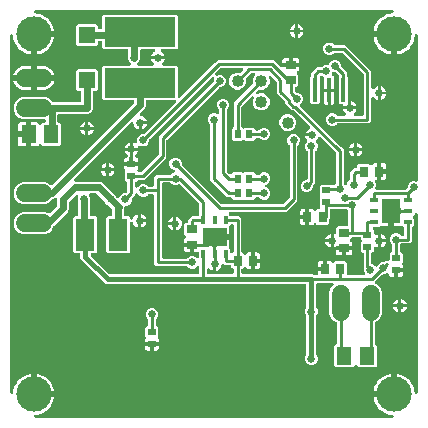
<source format=gbr>
G04 EAGLE Gerber X2 export*
%TF.Part,Single*%
%TF.FileFunction,Copper,L2,Bot,Mixed*%
%TF.FilePolarity,Positive*%
%TF.GenerationSoftware,Autodesk,EAGLE,9.0.0*%
%TF.CreationDate,2018-04-27T20:10:23Z*%
G75*
%MOMM*%
%FSLAX34Y34*%
%LPD*%
%AMOC8*
5,1,8,0,0,1.08239X$1,22.5*%
G01*
%ADD10R,1.300000X1.500000*%
%ADD11R,0.900000X0.700000*%
%ADD12R,0.700000X0.900000*%
%ADD13R,1.400000X1.400000*%
%ADD14R,6.000000X2.500000*%
%ADD15R,0.700000X0.600000*%
%ADD16R,1.600000X2.700000*%
%ADD17C,1.500000*%
%ADD18C,1.016000*%
%ADD19R,0.400000X2.000000*%
%ADD20R,0.600000X0.700000*%
%ADD21R,1.600000X2.000000*%
%ADD22R,0.650000X0.350000*%
%ADD23R,2.000000X1.600000*%
%ADD24R,0.350000X0.650000*%
%ADD25C,0.650000*%
%ADD26C,0.450000*%
%ADD27C,0.250000*%
%ADD28C,0.600000*%
%ADD29C,3.000000*%

G36*
X328541Y5010D02*
X328541Y5010D01*
X328617Y5010D01*
X328697Y5030D01*
X328778Y5041D01*
X328849Y5069D01*
X328923Y5088D01*
X328995Y5127D01*
X329071Y5158D01*
X329133Y5203D01*
X329200Y5240D01*
X329259Y5296D01*
X329325Y5344D01*
X329374Y5404D01*
X329429Y5456D01*
X329473Y5525D01*
X329525Y5589D01*
X329557Y5658D01*
X329598Y5723D01*
X329622Y5801D01*
X329657Y5875D01*
X329670Y5951D01*
X329693Y6023D01*
X329698Y6105D01*
X329713Y6186D01*
X329707Y6262D01*
X329711Y6338D01*
X329695Y6419D01*
X329689Y6500D01*
X329664Y6573D01*
X329649Y6648D01*
X329614Y6721D01*
X329587Y6799D01*
X329545Y6863D01*
X329512Y6932D01*
X329459Y6994D01*
X329414Y7063D01*
X329357Y7114D01*
X329307Y7172D01*
X329241Y7219D01*
X329180Y7274D01*
X329112Y7310D01*
X329050Y7354D01*
X328994Y7372D01*
X328900Y7421D01*
X328762Y7446D01*
X328628Y7489D01*
X326571Y7759D01*
X324350Y8355D01*
X322225Y9234D01*
X320234Y10384D01*
X318410Y11784D01*
X316784Y13410D01*
X315384Y15234D01*
X314234Y17225D01*
X313355Y19350D01*
X312759Y21571D01*
X312637Y22501D01*
X328750Y22501D01*
X328875Y22517D01*
X329000Y22526D01*
X329031Y22537D01*
X329063Y22541D01*
X329180Y22587D01*
X329299Y22628D01*
X329326Y22646D01*
X329356Y22658D01*
X329457Y22732D01*
X329563Y22801D01*
X329584Y22825D01*
X329610Y22844D01*
X329690Y22942D01*
X329774Y23035D01*
X329789Y23064D01*
X329810Y23089D01*
X329862Y23203D01*
X329921Y23315D01*
X329925Y23340D01*
X329942Y23375D01*
X329997Y23686D01*
X329995Y23725D01*
X329999Y23750D01*
X329999Y25001D01*
X331250Y25001D01*
X331375Y25017D01*
X331500Y25026D01*
X331531Y25037D01*
X331563Y25041D01*
X331680Y25087D01*
X331799Y25128D01*
X331826Y25146D01*
X331856Y25158D01*
X331957Y25232D01*
X332063Y25301D01*
X332084Y25325D01*
X332110Y25344D01*
X332190Y25442D01*
X332274Y25535D01*
X332289Y25564D01*
X332310Y25589D01*
X332362Y25703D01*
X332421Y25815D01*
X332425Y25840D01*
X332442Y25875D01*
X332498Y26186D01*
X332495Y26225D01*
X332499Y26250D01*
X332499Y42363D01*
X333429Y42241D01*
X335650Y41645D01*
X337775Y40766D01*
X339766Y39616D01*
X341590Y38216D01*
X343216Y36590D01*
X344616Y34766D01*
X345766Y32775D01*
X346645Y30650D01*
X347241Y28429D01*
X347511Y26372D01*
X347531Y26298D01*
X347541Y26222D01*
X347571Y26146D01*
X347592Y26067D01*
X347629Y26000D01*
X347658Y25929D01*
X347706Y25863D01*
X347746Y25791D01*
X347799Y25736D01*
X347844Y25674D01*
X347908Y25623D01*
X347964Y25564D01*
X348029Y25523D01*
X348089Y25475D01*
X348163Y25441D01*
X348233Y25398D01*
X348306Y25375D01*
X348375Y25343D01*
X348456Y25329D01*
X348534Y25304D01*
X348611Y25301D01*
X348686Y25287D01*
X348767Y25293D01*
X348849Y25290D01*
X348924Y25305D01*
X349000Y25311D01*
X349078Y25337D01*
X349158Y25354D01*
X349226Y25388D01*
X349299Y25413D01*
X349367Y25458D01*
X349441Y25494D01*
X349499Y25544D01*
X349563Y25586D01*
X349618Y25647D01*
X349680Y25700D01*
X349723Y25763D01*
X349774Y25820D01*
X349812Y25892D01*
X349859Y25960D01*
X349885Y26031D01*
X349921Y26099D01*
X349931Y26156D01*
X349968Y26256D01*
X349974Y26396D01*
X349999Y26535D01*
X349999Y177378D01*
X349980Y177528D01*
X349962Y177681D01*
X349960Y177686D01*
X349959Y177691D01*
X349904Y177831D01*
X349848Y177975D01*
X349844Y177979D01*
X349842Y177984D01*
X349752Y178107D01*
X349663Y178231D01*
X349659Y178234D01*
X349656Y178238D01*
X349538Y178334D01*
X349420Y178432D01*
X349416Y178434D01*
X349411Y178438D01*
X349272Y178502D01*
X349135Y178567D01*
X349130Y178567D01*
X349125Y178570D01*
X348974Y178597D01*
X348825Y178625D01*
X348820Y178625D01*
X348814Y178626D01*
X348662Y178614D01*
X348510Y178604D01*
X348505Y178602D01*
X348500Y178602D01*
X348355Y178553D01*
X348211Y178505D01*
X348206Y178502D01*
X348201Y178500D01*
X348072Y178415D01*
X347945Y178334D01*
X347942Y178330D01*
X347937Y178327D01*
X347834Y178213D01*
X347732Y178102D01*
X347730Y178098D01*
X347726Y178093D01*
X347579Y177814D01*
X347569Y177755D01*
X347543Y177701D01*
X347428Y177269D01*
X347093Y176690D01*
X346620Y176217D01*
X346320Y176044D01*
X346216Y175964D01*
X346108Y175889D01*
X346090Y175869D01*
X346069Y175853D01*
X345988Y175750D01*
X345902Y175650D01*
X345890Y175626D01*
X345873Y175605D01*
X345821Y175485D01*
X345763Y175367D01*
X345757Y175341D01*
X345746Y175316D01*
X345725Y175187D01*
X345699Y175058D01*
X345700Y175031D01*
X345696Y175005D01*
X345708Y174874D01*
X345715Y174743D01*
X345723Y174717D01*
X345725Y174690D01*
X345769Y174567D01*
X345809Y174442D01*
X345821Y174424D01*
X345832Y174394D01*
X346010Y174133D01*
X346044Y174103D01*
X346061Y174078D01*
X347061Y173079D01*
X347061Y167921D01*
X345762Y166623D01*
X345761Y166622D01*
X345734Y166604D01*
X345704Y166592D01*
X345603Y166518D01*
X345497Y166449D01*
X345476Y166425D01*
X345450Y166406D01*
X345370Y166308D01*
X345286Y166215D01*
X345271Y166186D01*
X345250Y166161D01*
X345197Y166047D01*
X345139Y165936D01*
X345135Y165910D01*
X345118Y165875D01*
X345062Y165564D01*
X345065Y165525D01*
X345061Y165500D01*
X345061Y154500D01*
X343157Y152595D01*
X336346Y152595D01*
X336237Y152582D01*
X336127Y152576D01*
X336081Y152562D01*
X336033Y152556D01*
X335931Y152515D01*
X335826Y152482D01*
X335795Y152461D01*
X335740Y152439D01*
X335486Y152252D01*
X335474Y152237D01*
X335463Y152230D01*
X335317Y152083D01*
X335249Y151997D01*
X335176Y151915D01*
X335153Y151872D01*
X335123Y151834D01*
X335080Y151733D01*
X335029Y151636D01*
X335022Y151599D01*
X334999Y151544D01*
X334951Y151232D01*
X334953Y151213D01*
X334951Y151200D01*
X334951Y146250D01*
X334967Y146125D01*
X334976Y146000D01*
X334987Y145969D01*
X334991Y145937D01*
X335037Y145820D01*
X335078Y145701D01*
X335096Y145674D01*
X335108Y145644D01*
X335182Y145543D01*
X335251Y145437D01*
X335275Y145416D01*
X335294Y145390D01*
X335392Y145310D01*
X335485Y145226D01*
X335514Y145211D01*
X335539Y145190D01*
X335653Y145137D01*
X335764Y145079D01*
X335790Y145075D01*
X335825Y145058D01*
X336003Y145026D01*
X337201Y143829D01*
X337201Y136146D01*
X337135Y136070D01*
X337121Y136041D01*
X337102Y136016D01*
X337052Y135900D01*
X336996Y135787D01*
X336990Y135755D01*
X336977Y135726D01*
X336958Y135601D01*
X336932Y135478D01*
X336934Y135446D01*
X336929Y135414D01*
X336942Y135289D01*
X336948Y135163D01*
X336958Y135132D01*
X336961Y135100D01*
X337005Y134982D01*
X337042Y134862D01*
X337057Y134840D01*
X337070Y134804D01*
X337199Y134618D01*
X337568Y133981D01*
X337741Y133334D01*
X337741Y131499D01*
X331950Y131499D01*
X331825Y131483D01*
X331700Y131474D01*
X331669Y131463D01*
X331637Y131459D01*
X331521Y131413D01*
X331401Y131372D01*
X331374Y131354D01*
X331344Y131342D01*
X331243Y131268D01*
X331138Y131199D01*
X331116Y131175D01*
X331090Y131156D01*
X331010Y131058D01*
X330926Y130965D01*
X330911Y130936D01*
X330890Y130911D01*
X330862Y130849D01*
X330844Y130842D01*
X330743Y130768D01*
X330637Y130699D01*
X330616Y130675D01*
X330590Y130656D01*
X330510Y130558D01*
X330426Y130465D01*
X330411Y130436D01*
X330390Y130411D01*
X330337Y130297D01*
X330279Y130185D01*
X330275Y130160D01*
X330258Y130125D01*
X330202Y129814D01*
X330205Y129775D01*
X330201Y129750D01*
X330201Y124459D01*
X327866Y124459D01*
X327219Y124632D01*
X326640Y124967D01*
X326167Y125440D01*
X325832Y126019D01*
X325715Y126458D01*
X325696Y126504D01*
X325685Y126553D01*
X325636Y126650D01*
X325595Y126750D01*
X325565Y126790D01*
X325543Y126835D01*
X325472Y126916D01*
X325406Y127003D01*
X325368Y127034D01*
X325335Y127072D01*
X325245Y127133D01*
X325160Y127201D01*
X325115Y127221D01*
X325074Y127249D01*
X324971Y127285D01*
X324873Y127330D01*
X324824Y127338D01*
X324777Y127355D01*
X324668Y127365D01*
X324562Y127383D01*
X324512Y127379D01*
X324462Y127383D01*
X324398Y127369D01*
X324247Y127357D01*
X324094Y127303D01*
X324030Y127289D01*
X321891Y126403D01*
X320710Y126403D01*
X320601Y126389D01*
X320491Y126384D01*
X320445Y126369D01*
X320397Y126363D01*
X320295Y126322D01*
X320190Y126290D01*
X320159Y126268D01*
X320104Y126246D01*
X319850Y126060D01*
X319838Y126045D01*
X319827Y126037D01*
X314261Y120471D01*
X314227Y120428D01*
X314186Y120390D01*
X314131Y120303D01*
X314068Y120222D01*
X314046Y120171D01*
X314016Y120125D01*
X313984Y120027D01*
X313943Y119932D01*
X313935Y119877D01*
X313918Y119825D01*
X313911Y119722D01*
X313895Y119620D01*
X313901Y119565D01*
X313897Y119510D01*
X313917Y119409D01*
X313927Y119306D01*
X313946Y119254D01*
X313957Y119200D01*
X314001Y119107D01*
X314036Y119010D01*
X314068Y118965D01*
X314092Y118915D01*
X314158Y118836D01*
X314217Y118751D01*
X314258Y118715D01*
X314294Y118673D01*
X314349Y118637D01*
X314456Y118545D01*
X314611Y118469D01*
X314666Y118434D01*
X315582Y118054D01*
X318254Y115382D01*
X319701Y111890D01*
X319701Y93110D01*
X318254Y89618D01*
X315582Y86946D01*
X314222Y86382D01*
X314188Y86363D01*
X314151Y86350D01*
X314051Y86285D01*
X313948Y86226D01*
X313920Y86199D01*
X313887Y86177D01*
X313807Y86089D01*
X313722Y86006D01*
X313702Y85972D01*
X313676Y85943D01*
X313620Y85838D01*
X313559Y85736D01*
X313547Y85698D01*
X313529Y85664D01*
X313518Y85599D01*
X313468Y85434D01*
X313462Y85292D01*
X313451Y85228D01*
X313451Y68250D01*
X313467Y68125D01*
X313476Y68000D01*
X313487Y67969D01*
X313491Y67937D01*
X313537Y67820D01*
X313578Y67701D01*
X313596Y67674D01*
X313608Y67644D01*
X313682Y67543D01*
X313751Y67437D01*
X313775Y67416D01*
X313794Y67390D01*
X313892Y67310D01*
X313985Y67226D01*
X314014Y67211D01*
X314039Y67190D01*
X314153Y67137D01*
X314235Y67095D01*
X315501Y65829D01*
X315501Y49171D01*
X314329Y47999D01*
X299671Y47999D01*
X298383Y49287D01*
X298284Y49364D01*
X298188Y49446D01*
X298159Y49461D01*
X298134Y49480D01*
X298018Y49530D01*
X297905Y49586D01*
X297874Y49592D01*
X297844Y49605D01*
X297719Y49624D01*
X297596Y49649D01*
X297564Y49648D01*
X297532Y49653D01*
X297407Y49640D01*
X297281Y49634D01*
X297250Y49624D01*
X297218Y49621D01*
X297100Y49577D01*
X296980Y49540D01*
X296959Y49525D01*
X296922Y49511D01*
X296663Y49331D01*
X296638Y49302D01*
X296617Y49287D01*
X295329Y47999D01*
X280671Y47999D01*
X279499Y49171D01*
X279499Y65829D01*
X280772Y67102D01*
X280849Y67128D01*
X280876Y67146D01*
X280906Y67158D01*
X281007Y67232D01*
X281113Y67301D01*
X281134Y67325D01*
X281160Y67344D01*
X281240Y67442D01*
X281324Y67535D01*
X281339Y67564D01*
X281360Y67589D01*
X281413Y67703D01*
X281471Y67814D01*
X281475Y67840D01*
X281492Y67875D01*
X281548Y68186D01*
X281545Y68225D01*
X281549Y68250D01*
X281549Y85228D01*
X281544Y85267D01*
X281547Y85306D01*
X281524Y85423D01*
X281509Y85541D01*
X281495Y85578D01*
X281488Y85616D01*
X281437Y85723D01*
X281392Y85834D01*
X281369Y85866D01*
X281353Y85901D01*
X281276Y85992D01*
X281206Y86089D01*
X281176Y86113D01*
X281150Y86143D01*
X281095Y86179D01*
X280961Y86288D01*
X280833Y86347D01*
X280778Y86382D01*
X279418Y86946D01*
X276746Y89618D01*
X275299Y93110D01*
X275299Y111890D01*
X276746Y115382D01*
X278481Y117117D01*
X278567Y117229D01*
X278657Y117339D01*
X278664Y117353D01*
X278674Y117366D01*
X278729Y117496D01*
X278789Y117625D01*
X278792Y117641D01*
X278798Y117656D01*
X278820Y117797D01*
X278845Y117936D01*
X278844Y117952D01*
X278846Y117968D01*
X278832Y118109D01*
X278821Y118250D01*
X278816Y118266D01*
X278814Y118282D01*
X278765Y118414D01*
X278719Y118549D01*
X278710Y118563D01*
X278705Y118578D01*
X278624Y118693D01*
X278546Y118813D01*
X278534Y118824D01*
X278525Y118837D01*
X278418Y118929D01*
X278312Y119024D01*
X278298Y119032D01*
X278286Y119042D01*
X278159Y119105D01*
X278033Y119171D01*
X278020Y119173D01*
X278003Y119182D01*
X277694Y119246D01*
X277634Y119243D01*
X277597Y119249D01*
X265500Y119249D01*
X265375Y119233D01*
X265250Y119224D01*
X265219Y119213D01*
X265187Y119209D01*
X265070Y119163D01*
X264951Y119122D01*
X264924Y119104D01*
X264894Y119092D01*
X264793Y119018D01*
X264687Y118949D01*
X264666Y118925D01*
X264640Y118906D01*
X264560Y118808D01*
X264476Y118715D01*
X264461Y118686D01*
X264440Y118661D01*
X264387Y118547D01*
X264329Y118436D01*
X264325Y118410D01*
X264308Y118375D01*
X264252Y118064D01*
X264255Y118025D01*
X264251Y118000D01*
X264251Y98692D01*
X264265Y98583D01*
X264270Y98474D01*
X264275Y98457D01*
X264276Y98444D01*
X264286Y98415D01*
X264291Y98379D01*
X264331Y98277D01*
X264364Y98172D01*
X264373Y98160D01*
X264378Y98145D01*
X264385Y98135D01*
X265251Y96044D01*
X265251Y93956D01*
X264356Y91796D01*
X264356Y91794D01*
X264329Y91743D01*
X264322Y91706D01*
X264299Y91652D01*
X264276Y91502D01*
X264273Y91492D01*
X264273Y91483D01*
X264251Y91340D01*
X264253Y91321D01*
X264251Y91308D01*
X264251Y58692D01*
X264265Y58583D01*
X264270Y58474D01*
X264284Y58427D01*
X264291Y58379D01*
X264331Y58277D01*
X264364Y58172D01*
X264377Y58154D01*
X265251Y56044D01*
X265251Y53956D01*
X264451Y52026D01*
X262974Y50549D01*
X261044Y49749D01*
X258956Y49749D01*
X257026Y50549D01*
X255549Y52026D01*
X254749Y53956D01*
X254749Y56044D01*
X255644Y58204D01*
X255644Y58206D01*
X255671Y58257D01*
X255678Y58294D01*
X255701Y58348D01*
X255724Y58498D01*
X255727Y58508D01*
X255727Y58517D01*
X255749Y58660D01*
X255747Y58679D01*
X255749Y58692D01*
X255749Y91308D01*
X255735Y91417D01*
X255730Y91526D01*
X255716Y91573D01*
X255709Y91621D01*
X255669Y91723D01*
X255636Y91828D01*
X255623Y91846D01*
X254749Y93956D01*
X254749Y96044D01*
X255644Y98204D01*
X255644Y98206D01*
X255671Y98257D01*
X255676Y98286D01*
X255692Y98320D01*
X255694Y98332D01*
X255701Y98348D01*
X255724Y98498D01*
X255727Y98508D01*
X255727Y98515D01*
X255748Y98630D01*
X255747Y98645D01*
X255749Y98660D01*
X255747Y98679D01*
X255749Y98692D01*
X255749Y117000D01*
X255733Y117125D01*
X255724Y117250D01*
X255713Y117281D01*
X255709Y117313D01*
X255663Y117430D01*
X255622Y117549D01*
X255604Y117576D01*
X255592Y117606D01*
X255518Y117707D01*
X255449Y117813D01*
X255425Y117834D01*
X255406Y117860D01*
X255308Y117940D01*
X255215Y118024D01*
X255186Y118039D01*
X255161Y118060D01*
X255047Y118113D01*
X254936Y118171D01*
X254910Y118175D01*
X254875Y118192D01*
X254564Y118248D01*
X254525Y118245D01*
X254500Y118249D01*
X85739Y118249D01*
X64249Y139739D01*
X64249Y143250D01*
X64233Y143375D01*
X64224Y143500D01*
X64213Y143531D01*
X64209Y143563D01*
X64163Y143680D01*
X64122Y143799D01*
X64104Y143826D01*
X64092Y143856D01*
X64018Y143957D01*
X63949Y144063D01*
X63925Y144084D01*
X63906Y144110D01*
X63808Y144190D01*
X63715Y144274D01*
X63686Y144289D01*
X63661Y144310D01*
X63547Y144363D01*
X63436Y144421D01*
X63410Y144425D01*
X63375Y144442D01*
X63064Y144498D01*
X63025Y144495D01*
X63000Y144499D01*
X59671Y144499D01*
X58499Y145671D01*
X58499Y174329D01*
X59671Y175501D01*
X61250Y175501D01*
X61375Y175517D01*
X61500Y175526D01*
X61531Y175537D01*
X61563Y175541D01*
X61680Y175587D01*
X61799Y175628D01*
X61826Y175646D01*
X61856Y175658D01*
X61957Y175732D01*
X62063Y175801D01*
X62084Y175825D01*
X62110Y175844D01*
X62190Y175942D01*
X62274Y176035D01*
X62289Y176064D01*
X62310Y176089D01*
X62363Y176203D01*
X62421Y176314D01*
X62425Y176340D01*
X62442Y176375D01*
X62498Y176686D01*
X62495Y176725D01*
X62499Y176750D01*
X62499Y188104D01*
X62496Y188126D01*
X62498Y188149D01*
X62486Y188204D01*
X62459Y188416D01*
X62417Y188523D01*
X62404Y188582D01*
X62249Y188956D01*
X62249Y191044D01*
X62768Y192297D01*
X62787Y192366D01*
X62815Y192431D01*
X62828Y192517D01*
X62851Y192602D01*
X62852Y192673D01*
X62863Y192743D01*
X62854Y192830D01*
X62855Y192917D01*
X62838Y192986D01*
X62831Y193057D01*
X62801Y193139D01*
X62780Y193223D01*
X62746Y193286D01*
X62722Y193353D01*
X62672Y193425D01*
X62631Y193501D01*
X62582Y193554D01*
X62542Y193612D01*
X62476Y193669D01*
X62416Y193733D01*
X62356Y193771D01*
X62302Y193818D01*
X62224Y193856D01*
X62151Y193903D01*
X62083Y193926D01*
X62019Y193957D01*
X61934Y193975D01*
X61851Y194002D01*
X61780Y194006D01*
X61710Y194021D01*
X61623Y194016D01*
X61536Y194022D01*
X61466Y194009D01*
X61395Y194005D01*
X61312Y193979D01*
X61226Y193963D01*
X61162Y193932D01*
X61094Y193911D01*
X61045Y193877D01*
X60941Y193828D01*
X60777Y193691D01*
X60731Y193659D01*
X55367Y188295D01*
X55299Y188208D01*
X55226Y188126D01*
X55203Y188083D01*
X55173Y188045D01*
X55130Y187944D01*
X55079Y187847D01*
X55072Y187810D01*
X55049Y187755D01*
X55007Y187479D01*
X55002Y187455D01*
X55003Y187453D01*
X55001Y187443D01*
X55003Y187424D01*
X55001Y187411D01*
X55001Y181505D01*
X54239Y179667D01*
X41836Y167264D01*
X41822Y167246D01*
X41804Y167231D01*
X41774Y167184D01*
X41643Y167014D01*
X41598Y166909D01*
X41565Y166859D01*
X40554Y164418D01*
X37882Y161746D01*
X34390Y160299D01*
X15610Y160299D01*
X12118Y161746D01*
X9446Y164418D01*
X7999Y167910D01*
X7999Y171690D01*
X9446Y175182D01*
X12118Y177854D01*
X15610Y179301D01*
X34390Y179301D01*
X37394Y178056D01*
X37432Y178046D01*
X37467Y178029D01*
X37583Y178005D01*
X37698Y177973D01*
X37737Y177973D01*
X37776Y177965D01*
X37894Y177971D01*
X38014Y177969D01*
X38052Y177979D01*
X38091Y177981D01*
X38204Y178016D01*
X38320Y178045D01*
X38354Y178063D01*
X38392Y178075D01*
X38445Y178112D01*
X38598Y178194D01*
X38702Y178290D01*
X38755Y178327D01*
X44633Y184205D01*
X44701Y184292D01*
X44774Y184374D01*
X44797Y184417D01*
X44827Y184455D01*
X44870Y184556D01*
X44921Y184653D01*
X44928Y184690D01*
X44951Y184745D01*
X44999Y185057D01*
X44997Y185076D01*
X44999Y185089D01*
X44999Y189911D01*
X44981Y190053D01*
X44978Y190079D01*
X44974Y190140D01*
X44972Y190147D01*
X44967Y190195D01*
X44961Y190209D01*
X44959Y190224D01*
X44906Y190357D01*
X44857Y190491D01*
X44848Y190503D01*
X44842Y190517D01*
X44758Y190633D01*
X44676Y190749D01*
X44665Y190759D01*
X44656Y190772D01*
X44545Y190862D01*
X44437Y190955D01*
X44423Y190961D01*
X44411Y190971D01*
X44281Y191031D01*
X44153Y191094D01*
X44139Y191097D01*
X44125Y191103D01*
X43984Y191128D01*
X43844Y191157D01*
X43829Y191156D01*
X43814Y191159D01*
X43695Y191150D01*
X43694Y191150D01*
X43672Y191148D01*
X43529Y191141D01*
X43515Y191136D01*
X43500Y191135D01*
X43365Y191089D01*
X43228Y191046D01*
X43218Y191039D01*
X43201Y191033D01*
X43188Y191025D01*
X40982Y190111D01*
X40962Y190100D01*
X40940Y190093D01*
X40893Y190061D01*
X40708Y189954D01*
X40626Y189874D01*
X40576Y189840D01*
X37882Y187146D01*
X34390Y185699D01*
X15610Y185699D01*
X12118Y187146D01*
X9446Y189818D01*
X7999Y193310D01*
X7999Y197090D01*
X9446Y200582D01*
X12118Y203254D01*
X15610Y204701D01*
X34390Y204701D01*
X37882Y203254D01*
X38649Y202487D01*
X38748Y202410D01*
X38844Y202328D01*
X38873Y202314D01*
X38898Y202294D01*
X39014Y202245D01*
X39127Y202189D01*
X39158Y202183D01*
X39188Y202170D01*
X39313Y202151D01*
X39436Y202125D01*
X39468Y202127D01*
X39500Y202122D01*
X39625Y202135D01*
X39751Y202141D01*
X39782Y202150D01*
X39814Y202154D01*
X39932Y202197D01*
X40052Y202235D01*
X40073Y202250D01*
X40110Y202263D01*
X40369Y202443D01*
X40394Y202473D01*
X40415Y202487D01*
X109633Y271705D01*
X109701Y271792D01*
X109774Y271874D01*
X109797Y271917D01*
X109827Y271955D01*
X109870Y272056D01*
X109921Y272153D01*
X109928Y272190D01*
X109951Y272245D01*
X109999Y272557D01*
X109997Y272576D01*
X109999Y272589D01*
X109999Y273000D01*
X109983Y273125D01*
X109974Y273250D01*
X109963Y273281D01*
X109959Y273313D01*
X109913Y273430D01*
X109872Y273549D01*
X109854Y273576D01*
X109842Y273606D01*
X109768Y273707D01*
X109699Y273813D01*
X109675Y273834D01*
X109656Y273860D01*
X109558Y273940D01*
X109465Y274024D01*
X109436Y274039D01*
X109411Y274060D01*
X109297Y274113D01*
X109186Y274171D01*
X109160Y274175D01*
X109125Y274192D01*
X108814Y274248D01*
X108775Y274245D01*
X108750Y274249D01*
X84171Y274249D01*
X82999Y275421D01*
X82999Y302079D01*
X84171Y303251D01*
X106308Y303251D01*
X106448Y303269D01*
X106589Y303283D01*
X106605Y303289D01*
X106621Y303291D01*
X106752Y303343D01*
X106885Y303392D01*
X106899Y303402D01*
X106914Y303408D01*
X107028Y303491D01*
X107144Y303572D01*
X107155Y303585D01*
X107168Y303594D01*
X107258Y303704D01*
X107350Y303812D01*
X107357Y303826D01*
X107368Y303839D01*
X107427Y303968D01*
X107489Y304095D01*
X107493Y304111D01*
X107499Y304125D01*
X107525Y304265D01*
X107553Y304404D01*
X107552Y304420D01*
X107555Y304436D01*
X107545Y304577D01*
X107538Y304719D01*
X107533Y304734D01*
X107532Y304750D01*
X107486Y304885D01*
X107444Y305020D01*
X107436Y305031D01*
X107430Y305049D01*
X107256Y305313D01*
X107212Y305353D01*
X107191Y305383D01*
X105549Y307026D01*
X104749Y308956D01*
X104749Y311044D01*
X104904Y311418D01*
X104910Y311441D01*
X104921Y311461D01*
X104931Y311516D01*
X104987Y311723D01*
X104989Y311837D01*
X104999Y311896D01*
X104999Y316000D01*
X104983Y316125D01*
X104974Y316250D01*
X104963Y316281D01*
X104959Y316313D01*
X104913Y316430D01*
X104872Y316549D01*
X104854Y316576D01*
X104842Y316606D01*
X104768Y316707D01*
X104699Y316813D01*
X104675Y316834D01*
X104656Y316860D01*
X104558Y316940D01*
X104465Y317024D01*
X104436Y317039D01*
X104411Y317060D01*
X104297Y317113D01*
X104186Y317171D01*
X104160Y317175D01*
X104125Y317192D01*
X103814Y317248D01*
X103775Y317245D01*
X103750Y317249D01*
X84171Y317249D01*
X82999Y318421D01*
X82999Y322750D01*
X82983Y322875D01*
X82974Y323000D01*
X82963Y323031D01*
X82959Y323063D01*
X82913Y323180D01*
X82872Y323299D01*
X82854Y323326D01*
X82842Y323356D01*
X82768Y323457D01*
X82699Y323563D01*
X82675Y323584D01*
X82656Y323610D01*
X82558Y323690D01*
X82465Y323774D01*
X82436Y323789D01*
X82411Y323810D01*
X82297Y323863D01*
X82186Y323921D01*
X82160Y323925D01*
X82125Y323942D01*
X81814Y323998D01*
X81775Y323995D01*
X81750Y323999D01*
X80250Y323999D01*
X80125Y323983D01*
X80000Y323974D01*
X79969Y323963D01*
X79937Y323959D01*
X79820Y323913D01*
X79701Y323872D01*
X79674Y323854D01*
X79644Y323842D01*
X79543Y323768D01*
X79437Y323699D01*
X79416Y323675D01*
X79390Y323656D01*
X79310Y323558D01*
X79226Y323465D01*
X79211Y323436D01*
X79190Y323411D01*
X79137Y323297D01*
X79079Y323186D01*
X79075Y323160D01*
X79058Y323125D01*
X79002Y322814D01*
X79005Y322775D01*
X79001Y322750D01*
X79001Y321171D01*
X77829Y319999D01*
X62171Y319999D01*
X60999Y321171D01*
X60999Y336829D01*
X62171Y338001D01*
X77829Y338001D01*
X79001Y336829D01*
X79001Y335250D01*
X79017Y335125D01*
X79026Y335000D01*
X79037Y334969D01*
X79041Y334937D01*
X79087Y334820D01*
X79128Y334701D01*
X79146Y334674D01*
X79158Y334644D01*
X79232Y334543D01*
X79301Y334437D01*
X79325Y334416D01*
X79344Y334390D01*
X79442Y334310D01*
X79535Y334226D01*
X79564Y334211D01*
X79589Y334190D01*
X79703Y334137D01*
X79814Y334079D01*
X79840Y334075D01*
X79875Y334058D01*
X80186Y334002D01*
X80225Y334005D01*
X80250Y334001D01*
X81750Y334001D01*
X81875Y334017D01*
X82000Y334026D01*
X82031Y334037D01*
X82063Y334041D01*
X82180Y334087D01*
X82299Y334128D01*
X82326Y334146D01*
X82356Y334158D01*
X82457Y334232D01*
X82563Y334301D01*
X82584Y334325D01*
X82610Y334344D01*
X82690Y334442D01*
X82774Y334535D01*
X82789Y334564D01*
X82810Y334589D01*
X82863Y334703D01*
X82921Y334814D01*
X82925Y334840D01*
X82942Y334875D01*
X82998Y335186D01*
X82995Y335225D01*
X82999Y335250D01*
X82999Y345079D01*
X84171Y346251D01*
X145829Y346251D01*
X147001Y345079D01*
X147001Y318421D01*
X145829Y317249D01*
X133692Y317249D01*
X133586Y317236D01*
X133480Y317231D01*
X133430Y317216D01*
X133379Y317209D01*
X133280Y317170D01*
X133178Y317139D01*
X133134Y317112D01*
X133086Y317092D01*
X133000Y317029D01*
X132909Y316974D01*
X132873Y316936D01*
X132832Y316906D01*
X132764Y316823D01*
X132690Y316747D01*
X132665Y316702D01*
X132632Y316661D01*
X132588Y316564D01*
X132535Y316472D01*
X132522Y316422D01*
X132500Y316375D01*
X132481Y316270D01*
X132454Y316167D01*
X132454Y316115D01*
X132444Y316064D01*
X132452Y315958D01*
X132452Y315851D01*
X132464Y315801D01*
X132468Y315750D01*
X132503Y315649D01*
X132528Y315545D01*
X132553Y315500D01*
X132570Y315451D01*
X132629Y315362D01*
X132679Y315268D01*
X132708Y315241D01*
X132743Y315187D01*
X132977Y314976D01*
X132990Y314969D01*
X132998Y314961D01*
X133691Y314498D01*
X134498Y313691D01*
X135132Y312743D01*
X135568Y311689D01*
X135656Y311249D01*
X130000Y311249D01*
X124344Y311249D01*
X124432Y311689D01*
X124868Y312743D01*
X125502Y313691D01*
X126309Y314498D01*
X127002Y314961D01*
X127082Y315031D01*
X127168Y315094D01*
X127201Y315134D01*
X127240Y315168D01*
X127300Y315256D01*
X127368Y315339D01*
X127390Y315386D01*
X127419Y315428D01*
X127455Y315528D01*
X127500Y315625D01*
X127509Y315676D01*
X127527Y315725D01*
X127537Y315831D01*
X127556Y315936D01*
X127552Y315987D01*
X127557Y316039D01*
X127540Y316144D01*
X127532Y316250D01*
X127515Y316299D01*
X127507Y316351D01*
X127465Y316448D01*
X127430Y316549D01*
X127402Y316592D01*
X127381Y316640D01*
X127315Y316723D01*
X127257Y316813D01*
X127218Y316848D01*
X127187Y316888D01*
X127102Y316953D01*
X127023Y317024D01*
X126977Y317049D01*
X126936Y317080D01*
X126838Y317121D01*
X126744Y317171D01*
X126704Y317178D01*
X126645Y317203D01*
X126333Y317249D01*
X126318Y317247D01*
X126308Y317249D01*
X116250Y317249D01*
X116125Y317233D01*
X116000Y317224D01*
X115969Y317213D01*
X115937Y317209D01*
X115820Y317163D01*
X115701Y317122D01*
X115674Y317104D01*
X115644Y317092D01*
X115543Y317018D01*
X115437Y316949D01*
X115416Y316925D01*
X115390Y316906D01*
X115310Y316808D01*
X115226Y316715D01*
X115211Y316686D01*
X115190Y316661D01*
X115137Y316547D01*
X115079Y316436D01*
X115075Y316410D01*
X115058Y316375D01*
X115002Y316064D01*
X115005Y316025D01*
X115001Y316000D01*
X115001Y311896D01*
X115004Y311874D01*
X115002Y311851D01*
X115014Y311796D01*
X115041Y311584D01*
X115083Y311477D01*
X115096Y311418D01*
X115251Y311044D01*
X115251Y308956D01*
X114451Y307026D01*
X112809Y305383D01*
X112722Y305271D01*
X112632Y305161D01*
X112626Y305147D01*
X112616Y305134D01*
X112560Y305004D01*
X112501Y304875D01*
X112498Y304859D01*
X112491Y304844D01*
X112470Y304703D01*
X112445Y304564D01*
X112446Y304548D01*
X112443Y304532D01*
X112458Y304391D01*
X112468Y304250D01*
X112474Y304234D01*
X112475Y304218D01*
X112524Y304086D01*
X112570Y303951D01*
X112579Y303937D01*
X112585Y303922D01*
X112665Y303806D01*
X112744Y303687D01*
X112756Y303676D01*
X112765Y303663D01*
X112871Y303571D01*
X112977Y303476D01*
X112992Y303468D01*
X113004Y303458D01*
X113131Y303395D01*
X113257Y303329D01*
X113270Y303327D01*
X113287Y303318D01*
X113596Y303254D01*
X113655Y303257D01*
X113692Y303251D01*
X125560Y303251D01*
X125666Y303264D01*
X125772Y303269D01*
X125822Y303284D01*
X125873Y303291D01*
X125972Y303330D01*
X126074Y303362D01*
X126118Y303388D01*
X126166Y303408D01*
X126252Y303471D01*
X126343Y303527D01*
X126379Y303564D01*
X126420Y303594D01*
X126488Y303677D01*
X126562Y303754D01*
X126587Y303799D01*
X126620Y303839D01*
X126664Y303936D01*
X126717Y304029D01*
X126730Y304078D01*
X126751Y304125D01*
X126770Y304230D01*
X126798Y304334D01*
X126798Y304385D01*
X126807Y304436D01*
X126799Y304542D01*
X126800Y304649D01*
X126788Y304699D01*
X126784Y304750D01*
X126749Y304852D01*
X126723Y304955D01*
X126699Y305000D01*
X126682Y305049D01*
X126623Y305139D01*
X126572Y305232D01*
X126543Y305259D01*
X126509Y305313D01*
X126396Y305415D01*
X125502Y306309D01*
X124868Y307257D01*
X124432Y308311D01*
X124344Y308751D01*
X130000Y308751D01*
X135656Y308751D01*
X135568Y308311D01*
X135132Y307257D01*
X134498Y306309D01*
X133637Y305448D01*
X133580Y305406D01*
X133547Y305366D01*
X133508Y305332D01*
X133448Y305244D01*
X133380Y305161D01*
X133359Y305115D01*
X133330Y305072D01*
X133293Y304972D01*
X133249Y304875D01*
X133239Y304824D01*
X133222Y304776D01*
X133212Y304669D01*
X133193Y304564D01*
X133197Y304513D01*
X133192Y304462D01*
X133208Y304356D01*
X133216Y304250D01*
X133233Y304201D01*
X133241Y304150D01*
X133284Y304052D01*
X133318Y303951D01*
X133346Y303908D01*
X133367Y303861D01*
X133433Y303777D01*
X133491Y303687D01*
X133530Y303653D01*
X133561Y303612D01*
X133646Y303547D01*
X133725Y303476D01*
X133771Y303452D01*
X133812Y303420D01*
X133910Y303379D01*
X134005Y303329D01*
X134044Y303322D01*
X134102Y303297D01*
X134414Y303251D01*
X134430Y303253D01*
X134440Y303251D01*
X145829Y303251D01*
X147001Y302079D01*
X147001Y277114D01*
X147019Y276974D01*
X147033Y276832D01*
X147039Y276817D01*
X147041Y276801D01*
X147093Y276669D01*
X147142Y276536D01*
X147152Y276523D01*
X147158Y276508D01*
X147242Y276393D01*
X147322Y276277D01*
X147335Y276267D01*
X147344Y276254D01*
X147454Y276164D01*
X147562Y276071D01*
X147576Y276064D01*
X147589Y276054D01*
X147718Y275995D01*
X147845Y275932D01*
X147861Y275929D01*
X147875Y275922D01*
X148015Y275897D01*
X148154Y275868D01*
X148170Y275869D01*
X148186Y275866D01*
X148327Y275877D01*
X148469Y275884D01*
X148484Y275889D01*
X148500Y275890D01*
X148635Y275936D01*
X148770Y275978D01*
X148781Y275986D01*
X148799Y275992D01*
X149063Y276165D01*
X149103Y276209D01*
X149133Y276231D01*
X178383Y305481D01*
X180653Y307751D01*
X228211Y307751D01*
X230481Y305481D01*
X233345Y302617D01*
X233431Y302549D01*
X233513Y302476D01*
X233556Y302453D01*
X233594Y302423D01*
X233695Y302380D01*
X233792Y302329D01*
X233829Y302322D01*
X233884Y302299D01*
X234196Y302251D01*
X234215Y302253D01*
X234228Y302251D01*
X242000Y302251D01*
X242125Y302267D01*
X242250Y302276D01*
X242281Y302286D01*
X242313Y302291D01*
X242429Y302337D01*
X242502Y302362D01*
X242565Y302329D01*
X242590Y302325D01*
X242625Y302308D01*
X242936Y302252D01*
X242975Y302255D01*
X243000Y302251D01*
X249541Y302251D01*
X249541Y300166D01*
X249368Y299519D01*
X249033Y298940D01*
X248560Y298467D01*
X248260Y298294D01*
X248156Y298214D01*
X248048Y298139D01*
X248030Y298119D01*
X248009Y298103D01*
X247928Y298000D01*
X247842Y297900D01*
X247830Y297876D01*
X247813Y297855D01*
X247761Y297735D01*
X247703Y297617D01*
X247697Y297591D01*
X247686Y297566D01*
X247665Y297437D01*
X247639Y297308D01*
X247640Y297281D01*
X247636Y297255D01*
X247648Y297124D01*
X247655Y296993D01*
X247663Y296967D01*
X247665Y296940D01*
X247709Y296817D01*
X247749Y296692D01*
X247761Y296674D01*
X247772Y296644D01*
X247950Y296383D01*
X247984Y296353D01*
X248001Y296328D01*
X249001Y295329D01*
X249001Y286671D01*
X247829Y285499D01*
X247000Y285499D01*
X246875Y285483D01*
X246750Y285474D01*
X246719Y285463D01*
X246687Y285459D01*
X246570Y285413D01*
X246451Y285372D01*
X246424Y285354D01*
X246394Y285342D01*
X246293Y285268D01*
X246187Y285199D01*
X246166Y285175D01*
X246140Y285156D01*
X246060Y285058D01*
X245976Y284965D01*
X245961Y284936D01*
X245940Y284911D01*
X245887Y284797D01*
X245829Y284686D01*
X245825Y284660D01*
X245808Y284625D01*
X245752Y284314D01*
X245755Y284275D01*
X245751Y284250D01*
X245751Y281864D01*
X245765Y281755D01*
X245770Y281645D01*
X245784Y281599D01*
X245791Y281551D01*
X245831Y281449D01*
X245864Y281344D01*
X245886Y281313D01*
X245908Y281258D01*
X246094Y281004D01*
X246109Y280991D01*
X246117Y280981D01*
X246481Y280617D01*
X246567Y280549D01*
X246649Y280476D01*
X246692Y280453D01*
X246730Y280423D01*
X246831Y280380D01*
X246928Y280329D01*
X246965Y280322D01*
X247020Y280299D01*
X247332Y280251D01*
X247351Y280253D01*
X247364Y280251D01*
X248544Y280251D01*
X250474Y279451D01*
X251951Y277974D01*
X252751Y276044D01*
X252751Y273956D01*
X251951Y272026D01*
X250645Y270719D01*
X250568Y270620D01*
X250486Y270524D01*
X250477Y270506D01*
X250474Y270503D01*
X250469Y270493D01*
X250452Y270470D01*
X250402Y270354D01*
X250346Y270241D01*
X250340Y270209D01*
X250327Y270180D01*
X250308Y270055D01*
X250283Y269932D01*
X250284Y269900D01*
X250279Y269868D01*
X250292Y269743D01*
X250298Y269617D01*
X250308Y269586D01*
X250311Y269554D01*
X250355Y269436D01*
X250392Y269316D01*
X250407Y269295D01*
X250420Y269258D01*
X250601Y268999D01*
X250630Y268974D01*
X250645Y268952D01*
X284981Y234617D01*
X287251Y232347D01*
X287251Y203692D01*
X287265Y203583D01*
X287270Y203474D01*
X287284Y203427D01*
X287291Y203379D01*
X287331Y203277D01*
X287364Y203172D01*
X287386Y203142D01*
X287408Y203086D01*
X287594Y202832D01*
X287609Y202820D01*
X287617Y202809D01*
X288367Y202059D01*
X288479Y201972D01*
X288589Y201882D01*
X288603Y201876D01*
X288616Y201866D01*
X288747Y201810D01*
X288875Y201751D01*
X288891Y201748D01*
X288906Y201741D01*
X289047Y201720D01*
X289186Y201695D01*
X289202Y201696D01*
X289218Y201693D01*
X289359Y201708D01*
X289500Y201718D01*
X289516Y201724D01*
X289532Y201725D01*
X289665Y201774D01*
X289799Y201820D01*
X289813Y201829D01*
X289828Y201835D01*
X289944Y201915D01*
X290063Y201994D01*
X290074Y202006D01*
X290087Y202015D01*
X290179Y202122D01*
X290274Y202227D01*
X290282Y202242D01*
X290292Y202254D01*
X290355Y202381D01*
X290421Y202507D01*
X290423Y202520D01*
X290432Y202537D01*
X290496Y202846D01*
X290493Y202905D01*
X290499Y202942D01*
X290499Y203544D01*
X291299Y205474D01*
X292133Y206309D01*
X292201Y206396D01*
X292274Y206477D01*
X292297Y206520D01*
X292327Y206559D01*
X292370Y206660D01*
X292421Y206757D01*
X292428Y206794D01*
X292451Y206848D01*
X292499Y207160D01*
X292497Y207179D01*
X292499Y207192D01*
X292499Y213097D01*
X296153Y216751D01*
X297750Y216751D01*
X297875Y216767D01*
X298000Y216776D01*
X298031Y216787D01*
X298063Y216791D01*
X298180Y216837D01*
X298299Y216878D01*
X298326Y216896D01*
X298356Y216908D01*
X298457Y216982D01*
X298563Y217051D01*
X298584Y217075D01*
X298610Y217094D01*
X298690Y217192D01*
X298774Y217285D01*
X298789Y217314D01*
X298810Y217339D01*
X298863Y217453D01*
X298921Y217564D01*
X298925Y217590D01*
X298942Y217625D01*
X298998Y217936D01*
X298995Y217975D01*
X298999Y218000D01*
X298999Y218829D01*
X300171Y220001D01*
X308829Y220001D01*
X309828Y219001D01*
X309932Y218921D01*
X310032Y218836D01*
X310057Y218824D01*
X310078Y218808D01*
X310198Y218756D01*
X310317Y218699D01*
X310343Y218694D01*
X310368Y218683D01*
X310498Y218664D01*
X310626Y218638D01*
X310653Y218640D01*
X310680Y218636D01*
X310810Y218649D01*
X310941Y218656D01*
X310967Y218665D01*
X310993Y218667D01*
X311117Y218713D01*
X311241Y218753D01*
X311264Y218767D01*
X311289Y218777D01*
X311397Y218852D01*
X311508Y218922D01*
X311522Y218939D01*
X311548Y218957D01*
X311754Y219196D01*
X311774Y219237D01*
X311794Y219260D01*
X311967Y219560D01*
X312440Y220033D01*
X313019Y220368D01*
X313666Y220541D01*
X315751Y220541D01*
X315751Y214000D01*
X315767Y213875D01*
X315776Y213750D01*
X315786Y213719D01*
X315791Y213687D01*
X315837Y213571D01*
X315862Y213498D01*
X315829Y213435D01*
X315825Y213410D01*
X315808Y213375D01*
X315752Y213064D01*
X315755Y213025D01*
X315751Y213000D01*
X315751Y206459D01*
X315163Y206459D01*
X315108Y206452D01*
X315053Y206454D01*
X314952Y206432D01*
X314850Y206419D01*
X314799Y206399D01*
X314745Y206387D01*
X314653Y206341D01*
X314557Y206302D01*
X314512Y206270D01*
X314463Y206245D01*
X314386Y206177D01*
X314303Y206116D01*
X314268Y206073D01*
X314226Y206037D01*
X314168Y205951D01*
X314103Y205871D01*
X314080Y205821D01*
X314049Y205776D01*
X314014Y205679D01*
X313971Y205585D01*
X313961Y205530D01*
X313943Y205478D01*
X313934Y205376D01*
X313915Y205274D01*
X313920Y205219D01*
X313915Y205164D01*
X313928Y205101D01*
X313939Y204960D01*
X313995Y204796D01*
X314009Y204732D01*
X314501Y203544D01*
X314501Y201456D01*
X313889Y199978D01*
X313874Y199925D01*
X313851Y199875D01*
X313833Y199773D01*
X313806Y199674D01*
X313805Y199618D01*
X313795Y199564D01*
X313803Y199461D01*
X313802Y199358D01*
X313815Y199305D01*
X313819Y199250D01*
X313852Y199152D01*
X313877Y199052D01*
X313903Y199003D01*
X313921Y198951D01*
X313978Y198865D01*
X314026Y198774D01*
X314064Y198733D01*
X314094Y198687D01*
X314171Y198618D01*
X314241Y198542D01*
X314287Y198513D01*
X314328Y198476D01*
X314419Y198428D01*
X314506Y198372D01*
X314559Y198355D01*
X314607Y198329D01*
X314672Y198318D01*
X314806Y198273D01*
X314979Y198262D01*
X315043Y198251D01*
X339886Y198251D01*
X339995Y198265D01*
X340105Y198270D01*
X340151Y198284D01*
X340199Y198291D01*
X340301Y198331D01*
X340406Y198364D01*
X340437Y198386D01*
X340492Y198408D01*
X340746Y198594D01*
X340759Y198609D01*
X340769Y198617D01*
X341133Y198981D01*
X341201Y199067D01*
X341274Y199149D01*
X341297Y199192D01*
X341327Y199230D01*
X341370Y199331D01*
X341421Y199428D01*
X341428Y199465D01*
X341451Y199520D01*
X341493Y199795D01*
X341498Y199820D01*
X341497Y199822D01*
X341499Y199832D01*
X341497Y199851D01*
X341499Y199864D01*
X341499Y201044D01*
X342299Y202974D01*
X343776Y204451D01*
X345706Y205251D01*
X347794Y205251D01*
X348272Y205053D01*
X348325Y205038D01*
X348375Y205015D01*
X348477Y204997D01*
X348576Y204970D01*
X348632Y204969D01*
X348686Y204959D01*
X348789Y204967D01*
X348892Y204966D01*
X348945Y204979D01*
X349000Y204983D01*
X349098Y205016D01*
X349198Y205041D01*
X349247Y205067D01*
X349299Y205085D01*
X349385Y205142D01*
X349476Y205190D01*
X349517Y205228D01*
X349563Y205258D01*
X349632Y205335D01*
X349708Y205405D01*
X349737Y205451D01*
X349774Y205492D01*
X349822Y205584D01*
X349878Y205670D01*
X349895Y205723D01*
X349921Y205772D01*
X349932Y205836D01*
X349977Y205970D01*
X349988Y206143D01*
X349999Y206207D01*
X349999Y328465D01*
X349990Y328541D01*
X349990Y328618D01*
X349970Y328697D01*
X349959Y328778D01*
X349931Y328849D01*
X349912Y328923D01*
X349873Y328995D01*
X349842Y329071D01*
X349797Y329133D01*
X349760Y329200D01*
X349704Y329259D01*
X349656Y329325D01*
X349596Y329374D01*
X349544Y329430D01*
X349475Y329473D01*
X349411Y329525D01*
X349342Y329557D01*
X349277Y329598D01*
X349199Y329623D01*
X349125Y329657D01*
X349049Y329670D01*
X348977Y329694D01*
X348895Y329698D01*
X348814Y329713D01*
X348738Y329707D01*
X348662Y329711D01*
X348581Y329695D01*
X348500Y329689D01*
X348427Y329664D01*
X348352Y329649D01*
X348279Y329614D01*
X348201Y329587D01*
X348137Y329545D01*
X348068Y329512D01*
X348006Y329459D01*
X347937Y329414D01*
X347886Y329357D01*
X347828Y329308D01*
X347781Y329241D01*
X347726Y329180D01*
X347690Y329112D01*
X347646Y329050D01*
X347628Y328995D01*
X347579Y328901D01*
X347554Y328762D01*
X347511Y328628D01*
X347241Y326571D01*
X346645Y324350D01*
X345766Y322225D01*
X344616Y320234D01*
X343216Y318410D01*
X341590Y316784D01*
X339766Y315384D01*
X337775Y314234D01*
X335650Y313355D01*
X333429Y312759D01*
X332499Y312637D01*
X332499Y328750D01*
X332483Y328875D01*
X332474Y329000D01*
X332463Y329031D01*
X332459Y329063D01*
X332413Y329180D01*
X332372Y329299D01*
X332354Y329326D01*
X332342Y329356D01*
X332268Y329457D01*
X332199Y329563D01*
X332175Y329584D01*
X332156Y329610D01*
X332058Y329690D01*
X331965Y329774D01*
X331936Y329789D01*
X331911Y329810D01*
X331797Y329862D01*
X331685Y329921D01*
X331660Y329925D01*
X331625Y329942D01*
X331314Y329997D01*
X331275Y329995D01*
X331250Y329999D01*
X329999Y329999D01*
X329999Y331250D01*
X329983Y331375D01*
X329974Y331500D01*
X329963Y331531D01*
X329959Y331563D01*
X329913Y331680D01*
X329872Y331799D01*
X329854Y331826D01*
X329842Y331856D01*
X329768Y331957D01*
X329699Y332063D01*
X329675Y332084D01*
X329656Y332110D01*
X329558Y332190D01*
X329465Y332274D01*
X329436Y332289D01*
X329411Y332310D01*
X329297Y332362D01*
X329185Y332421D01*
X329160Y332425D01*
X329125Y332442D01*
X328814Y332498D01*
X328775Y332495D01*
X328750Y332499D01*
X312637Y332499D01*
X312759Y333429D01*
X313355Y335650D01*
X314234Y337775D01*
X315384Y339766D01*
X316784Y341590D01*
X318410Y343216D01*
X320234Y344616D01*
X322225Y345766D01*
X324350Y346645D01*
X326571Y347241D01*
X328544Y347500D01*
X328600Y347515D01*
X328657Y347521D01*
X328752Y347555D01*
X328850Y347581D01*
X328899Y347609D01*
X328953Y347628D01*
X329037Y347686D01*
X329125Y347735D01*
X329166Y347775D01*
X329213Y347807D01*
X329280Y347883D01*
X329353Y347953D01*
X329383Y348002D01*
X329420Y348045D01*
X329465Y348136D01*
X329518Y348222D01*
X329535Y348276D01*
X329561Y348328D01*
X329582Y348427D01*
X329612Y348523D01*
X329614Y348580D01*
X329626Y348636D01*
X329622Y348737D01*
X329627Y348838D01*
X329615Y348894D01*
X329612Y348951D01*
X329583Y349048D01*
X329562Y349147D01*
X329537Y349198D01*
X329520Y349253D01*
X329467Y349339D01*
X329422Y349430D01*
X329385Y349473D01*
X329355Y349522D01*
X329282Y349592D01*
X329216Y349669D01*
X329169Y349701D01*
X329128Y349741D01*
X329040Y349791D01*
X328956Y349848D01*
X328903Y349868D01*
X328853Y349896D01*
X328790Y349909D01*
X328660Y349957D01*
X328539Y349962D01*
X328420Y349988D01*
X328064Y349999D01*
X328041Y349996D01*
X328025Y349999D01*
X327649Y349999D01*
X327613Y349995D01*
X327590Y349998D01*
X326699Y349955D01*
X326525Y349994D01*
X326454Y349992D01*
X326411Y349999D01*
X26535Y349999D01*
X26459Y349990D01*
X26382Y349990D01*
X26303Y349970D01*
X26222Y349959D01*
X26151Y349931D01*
X26077Y349912D01*
X26005Y349873D01*
X25929Y349842D01*
X25867Y349797D01*
X25800Y349760D01*
X25741Y349704D01*
X25675Y349656D01*
X25626Y349596D01*
X25570Y349544D01*
X25527Y349475D01*
X25475Y349411D01*
X25443Y349342D01*
X25402Y349277D01*
X25377Y349199D01*
X25343Y349125D01*
X25330Y349049D01*
X25306Y348977D01*
X25302Y348895D01*
X25287Y348814D01*
X25293Y348738D01*
X25289Y348662D01*
X25305Y348581D01*
X25311Y348500D01*
X25336Y348427D01*
X25351Y348352D01*
X25386Y348279D01*
X25413Y348201D01*
X25455Y348137D01*
X25488Y348068D01*
X25541Y348006D01*
X25586Y347937D01*
X25643Y347886D01*
X25692Y347828D01*
X25759Y347781D01*
X25820Y347726D01*
X25888Y347690D01*
X25950Y347646D01*
X26005Y347628D01*
X26099Y347579D01*
X26238Y347554D01*
X26372Y347511D01*
X28429Y347241D01*
X30650Y346645D01*
X32775Y345766D01*
X34766Y344616D01*
X36590Y343216D01*
X38216Y341590D01*
X39616Y339766D01*
X40766Y337775D01*
X41645Y335650D01*
X42241Y333429D01*
X42363Y332499D01*
X26250Y332499D01*
X26125Y332483D01*
X26000Y332474D01*
X25969Y332463D01*
X25937Y332459D01*
X25820Y332413D01*
X25701Y332372D01*
X25674Y332354D01*
X25644Y332342D01*
X25543Y332268D01*
X25437Y332199D01*
X25416Y332175D01*
X25390Y332156D01*
X25310Y332058D01*
X25226Y331965D01*
X25211Y331936D01*
X25190Y331911D01*
X25138Y331797D01*
X25079Y331685D01*
X25075Y331660D01*
X25058Y331625D01*
X25003Y331314D01*
X25005Y331275D01*
X25001Y331250D01*
X25001Y329999D01*
X23750Y329999D01*
X23625Y329983D01*
X23500Y329974D01*
X23469Y329963D01*
X23437Y329959D01*
X23320Y329913D01*
X23201Y329872D01*
X23174Y329854D01*
X23144Y329842D01*
X23043Y329768D01*
X22937Y329699D01*
X22916Y329675D01*
X22890Y329656D01*
X22810Y329558D01*
X22726Y329465D01*
X22711Y329436D01*
X22690Y329411D01*
X22637Y329297D01*
X22579Y329185D01*
X22575Y329160D01*
X22558Y329125D01*
X22502Y328814D01*
X22505Y328775D01*
X22501Y328750D01*
X22501Y312637D01*
X21571Y312759D01*
X19350Y313355D01*
X17225Y314234D01*
X15234Y315384D01*
X13410Y316784D01*
X11784Y318410D01*
X10384Y320234D01*
X9234Y322225D01*
X8355Y324350D01*
X7759Y326571D01*
X7489Y328628D01*
X7469Y328702D01*
X7459Y328778D01*
X7429Y328854D01*
X7408Y328933D01*
X7371Y329000D01*
X7342Y329071D01*
X7294Y329137D01*
X7254Y329208D01*
X7201Y329264D01*
X7156Y329325D01*
X7092Y329377D01*
X7036Y329436D01*
X6971Y329476D01*
X6911Y329525D01*
X6837Y329559D01*
X6767Y329602D01*
X6694Y329625D01*
X6625Y329657D01*
X6544Y329671D01*
X6466Y329695D01*
X6389Y329699D01*
X6314Y329712D01*
X6233Y329706D01*
X6151Y329710D01*
X6076Y329695D01*
X6000Y329689D01*
X5922Y329662D01*
X5842Y329646D01*
X5773Y329612D01*
X5701Y329587D01*
X5632Y329542D01*
X5559Y329506D01*
X5501Y329456D01*
X5437Y329414D01*
X5382Y329353D01*
X5320Y329299D01*
X5277Y329237D01*
X5226Y329180D01*
X5188Y329107D01*
X5141Y329040D01*
X5115Y328968D01*
X5079Y328900D01*
X5069Y328844D01*
X5032Y328744D01*
X5026Y328603D01*
X5001Y328465D01*
X5001Y26535D01*
X5010Y26459D01*
X5010Y26383D01*
X5030Y26303D01*
X5041Y26222D01*
X5069Y26151D01*
X5088Y26077D01*
X5127Y26005D01*
X5158Y25929D01*
X5203Y25867D01*
X5240Y25800D01*
X5296Y25741D01*
X5344Y25675D01*
X5403Y25626D01*
X5456Y25571D01*
X5525Y25527D01*
X5589Y25475D01*
X5658Y25443D01*
X5723Y25402D01*
X5801Y25378D01*
X5875Y25343D01*
X5951Y25330D01*
X6023Y25307D01*
X6105Y25302D01*
X6186Y25287D01*
X6262Y25293D01*
X6338Y25289D01*
X6419Y25305D01*
X6500Y25311D01*
X6573Y25336D01*
X6648Y25351D01*
X6721Y25386D01*
X6799Y25413D01*
X6863Y25455D01*
X6932Y25488D01*
X6994Y25541D01*
X7063Y25586D01*
X7114Y25643D01*
X7172Y25692D01*
X7219Y25759D01*
X7274Y25820D01*
X7310Y25888D01*
X7354Y25950D01*
X7372Y26006D01*
X7421Y26100D01*
X7446Y26238D01*
X7489Y26372D01*
X7759Y28429D01*
X8355Y30650D01*
X9234Y32775D01*
X10384Y34766D01*
X11784Y36590D01*
X13410Y38216D01*
X15234Y39616D01*
X17225Y40766D01*
X19350Y41645D01*
X21571Y42241D01*
X22501Y42363D01*
X22501Y26250D01*
X22517Y26125D01*
X22526Y26000D01*
X22537Y25969D01*
X22541Y25937D01*
X22587Y25820D01*
X22628Y25701D01*
X22646Y25674D01*
X22658Y25644D01*
X22732Y25543D01*
X22801Y25437D01*
X22825Y25416D01*
X22844Y25390D01*
X22942Y25310D01*
X23035Y25226D01*
X23064Y25211D01*
X23089Y25190D01*
X23203Y25138D01*
X23315Y25079D01*
X23340Y25075D01*
X23375Y25058D01*
X23686Y25003D01*
X23725Y25005D01*
X23750Y25001D01*
X25001Y25001D01*
X25001Y23750D01*
X25017Y23625D01*
X25026Y23500D01*
X25037Y23469D01*
X25041Y23437D01*
X25087Y23320D01*
X25128Y23201D01*
X25146Y23174D01*
X25158Y23144D01*
X25232Y23043D01*
X25301Y22937D01*
X25325Y22916D01*
X25344Y22890D01*
X25442Y22810D01*
X25535Y22726D01*
X25564Y22711D01*
X25589Y22690D01*
X25703Y22637D01*
X25815Y22579D01*
X25840Y22575D01*
X25875Y22558D01*
X26186Y22502D01*
X26225Y22505D01*
X26250Y22501D01*
X42363Y22501D01*
X42241Y21571D01*
X41645Y19350D01*
X40766Y17225D01*
X39616Y15234D01*
X38216Y13410D01*
X36590Y11784D01*
X34766Y10384D01*
X32775Y9234D01*
X30650Y8355D01*
X28429Y7759D01*
X26372Y7489D01*
X26298Y7469D01*
X26222Y7459D01*
X26146Y7429D01*
X26067Y7408D01*
X26000Y7371D01*
X25929Y7342D01*
X25863Y7294D01*
X25792Y7254D01*
X25736Y7201D01*
X25675Y7156D01*
X25623Y7092D01*
X25564Y7036D01*
X25524Y6971D01*
X25475Y6911D01*
X25441Y6837D01*
X25398Y6767D01*
X25375Y6694D01*
X25343Y6625D01*
X25329Y6544D01*
X25305Y6466D01*
X25301Y6389D01*
X25287Y6314D01*
X25294Y6233D01*
X25290Y6151D01*
X25305Y6076D01*
X25311Y6000D01*
X25338Y5922D01*
X25354Y5842D01*
X25388Y5773D01*
X25413Y5701D01*
X25458Y5632D01*
X25494Y5559D01*
X25544Y5501D01*
X25586Y5437D01*
X25647Y5382D01*
X25700Y5320D01*
X25763Y5277D01*
X25820Y5226D01*
X25893Y5187D01*
X25960Y5141D01*
X26032Y5115D01*
X26100Y5079D01*
X26156Y5069D01*
X26256Y5032D01*
X26397Y5026D01*
X26535Y5001D01*
X328465Y5001D01*
X328541Y5010D01*
G37*
G36*
X264335Y125767D02*
X264335Y125767D01*
X264460Y125776D01*
X264491Y125787D01*
X264523Y125791D01*
X264640Y125837D01*
X264759Y125878D01*
X264786Y125896D01*
X264816Y125908D01*
X264917Y125982D01*
X265023Y126051D01*
X265044Y126075D01*
X265070Y126094D01*
X265150Y126192D01*
X265234Y126285D01*
X265249Y126314D01*
X265270Y126339D01*
X265323Y126453D01*
X265381Y126564D01*
X265385Y126590D01*
X265402Y126625D01*
X265458Y126936D01*
X265455Y126975D01*
X265459Y127000D01*
X265459Y129251D01*
X271000Y129251D01*
X271125Y129267D01*
X271250Y129276D01*
X271281Y129286D01*
X271313Y129291D01*
X271429Y129337D01*
X271549Y129378D01*
X271576Y129396D01*
X271606Y129408D01*
X271707Y129482D01*
X271812Y129551D01*
X271834Y129575D01*
X271860Y129594D01*
X271940Y129692D01*
X272024Y129785D01*
X272039Y129814D01*
X272060Y129839D01*
X272112Y129953D01*
X272171Y130064D01*
X272175Y130090D01*
X272192Y130125D01*
X272218Y130274D01*
X272250Y130276D01*
X272281Y130287D01*
X272313Y130291D01*
X272430Y130337D01*
X272549Y130378D01*
X272576Y130396D01*
X272606Y130408D01*
X272707Y130482D01*
X272813Y130551D01*
X272834Y130575D01*
X272860Y130594D01*
X272940Y130692D01*
X273024Y130785D01*
X273039Y130814D01*
X273060Y130839D01*
X273113Y130953D01*
X273171Y131065D01*
X273175Y131090D01*
X273192Y131125D01*
X273248Y131436D01*
X273245Y131475D01*
X273249Y131500D01*
X273249Y138041D01*
X275334Y138041D01*
X275981Y137868D01*
X276560Y137533D01*
X277033Y137060D01*
X277206Y136760D01*
X277286Y136656D01*
X277316Y136611D01*
X277318Y136609D01*
X277319Y136608D01*
X277361Y136548D01*
X277381Y136530D01*
X277397Y136509D01*
X277500Y136428D01*
X277600Y136342D01*
X277624Y136330D01*
X277645Y136313D01*
X277765Y136261D01*
X277883Y136203D01*
X277909Y136197D01*
X277934Y136186D01*
X278063Y136165D01*
X278192Y136139D01*
X278219Y136140D01*
X278245Y136136D01*
X278376Y136148D01*
X278507Y136155D01*
X278533Y136163D01*
X278560Y136165D01*
X278683Y136209D01*
X278808Y136249D01*
X278826Y136261D01*
X278856Y136272D01*
X279117Y136450D01*
X279147Y136484D01*
X279172Y136501D01*
X280171Y137501D01*
X288829Y137501D01*
X290001Y136329D01*
X290001Y127000D01*
X290017Y126875D01*
X290026Y126750D01*
X290037Y126719D01*
X290041Y126687D01*
X290087Y126570D01*
X290128Y126451D01*
X290146Y126424D01*
X290158Y126394D01*
X290232Y126293D01*
X290301Y126187D01*
X290325Y126166D01*
X290344Y126140D01*
X290442Y126060D01*
X290535Y125976D01*
X290564Y125961D01*
X290589Y125940D01*
X290703Y125887D01*
X290814Y125829D01*
X290840Y125825D01*
X290875Y125808D01*
X291186Y125752D01*
X291225Y125755D01*
X291250Y125751D01*
X304207Y125751D01*
X304262Y125758D01*
X304317Y125756D01*
X304418Y125778D01*
X304520Y125791D01*
X304571Y125811D01*
X304625Y125823D01*
X304717Y125869D01*
X304813Y125908D01*
X304858Y125940D01*
X304907Y125965D01*
X304984Y126033D01*
X305067Y126094D01*
X305102Y126137D01*
X305144Y126173D01*
X305202Y126259D01*
X305267Y126339D01*
X305290Y126389D01*
X305321Y126434D01*
X305356Y126531D01*
X305399Y126625D01*
X305409Y126680D01*
X305427Y126732D01*
X305436Y126834D01*
X305455Y126936D01*
X305451Y126991D01*
X305456Y127046D01*
X305442Y127109D01*
X305431Y127250D01*
X305375Y127414D01*
X305361Y127478D01*
X304749Y128956D01*
X304749Y130136D01*
X304735Y130245D01*
X304730Y130355D01*
X304716Y130401D01*
X304709Y130449D01*
X304669Y130551D01*
X304636Y130656D01*
X304614Y130687D01*
X304592Y130742D01*
X304406Y130996D01*
X304391Y131009D01*
X304383Y131019D01*
X304249Y131153D01*
X304249Y143750D01*
X304233Y143875D01*
X304224Y144000D01*
X304213Y144031D01*
X304209Y144063D01*
X304163Y144180D01*
X304122Y144299D01*
X304104Y144326D01*
X304092Y144356D01*
X304018Y144457D01*
X303949Y144563D01*
X303925Y144584D01*
X303906Y144610D01*
X303808Y144690D01*
X303715Y144774D01*
X303686Y144789D01*
X303661Y144810D01*
X303547Y144863D01*
X303436Y144921D01*
X303410Y144925D01*
X303375Y144942D01*
X303197Y144974D01*
X301999Y146171D01*
X301999Y153829D01*
X302287Y154117D01*
X302364Y154216D01*
X302446Y154312D01*
X302461Y154341D01*
X302480Y154366D01*
X302530Y154482D01*
X302586Y154595D01*
X302592Y154626D01*
X302605Y154656D01*
X302624Y154781D01*
X302649Y154904D01*
X302648Y154936D01*
X302653Y154968D01*
X302640Y155093D01*
X302634Y155219D01*
X302624Y155250D01*
X302621Y155282D01*
X302577Y155400D01*
X302540Y155520D01*
X302525Y155541D01*
X302511Y155578D01*
X302331Y155837D01*
X302302Y155862D01*
X302287Y155883D01*
X301999Y156171D01*
X301999Y157000D01*
X301983Y157125D01*
X301974Y157250D01*
X301963Y157281D01*
X301959Y157313D01*
X301913Y157430D01*
X301872Y157549D01*
X301854Y157576D01*
X301842Y157606D01*
X301768Y157707D01*
X301699Y157813D01*
X301675Y157834D01*
X301656Y157860D01*
X301558Y157940D01*
X301465Y158024D01*
X301436Y158039D01*
X301411Y158060D01*
X301297Y158113D01*
X301186Y158171D01*
X301160Y158175D01*
X301125Y158192D01*
X300814Y158248D01*
X300775Y158245D01*
X300750Y158249D01*
X295250Y158249D01*
X295125Y158233D01*
X295000Y158224D01*
X294969Y158213D01*
X294937Y158209D01*
X294820Y158163D01*
X294701Y158122D01*
X294674Y158104D01*
X294644Y158092D01*
X294543Y158018D01*
X294437Y157949D01*
X294416Y157925D01*
X294390Y157906D01*
X294310Y157808D01*
X294226Y157715D01*
X294211Y157686D01*
X294190Y157661D01*
X294137Y157547D01*
X294079Y157436D01*
X294075Y157410D01*
X294058Y157375D01*
X294026Y157197D01*
X293001Y156172D01*
X292921Y156068D01*
X292836Y155968D01*
X292824Y155943D01*
X292808Y155922D01*
X292756Y155802D01*
X292699Y155683D01*
X292694Y155657D01*
X292683Y155632D01*
X292664Y155502D01*
X292638Y155374D01*
X292640Y155347D01*
X292636Y155320D01*
X292649Y155190D01*
X292656Y155059D01*
X292665Y155033D01*
X292667Y155007D01*
X292713Y154883D01*
X292753Y154759D01*
X292767Y154736D01*
X292777Y154711D01*
X292852Y154603D01*
X292922Y154492D01*
X292939Y154478D01*
X292957Y154452D01*
X293196Y154246D01*
X293237Y154226D01*
X293260Y154206D01*
X293560Y154033D01*
X294033Y153560D01*
X294368Y152981D01*
X294541Y152334D01*
X294541Y150249D01*
X288000Y150249D01*
X287875Y150233D01*
X287750Y150224D01*
X287719Y150213D01*
X287687Y150209D01*
X287571Y150163D01*
X287498Y150138D01*
X287435Y150171D01*
X287410Y150175D01*
X287375Y150192D01*
X287064Y150248D01*
X287025Y150245D01*
X287000Y150249D01*
X281192Y150249D01*
X281048Y150231D01*
X280904Y150216D01*
X280894Y150211D01*
X280879Y150209D01*
X280586Y150092D01*
X280535Y150055D01*
X280498Y150039D01*
X280243Y149868D01*
X279189Y149432D01*
X278749Y149344D01*
X278749Y155000D01*
X278749Y160656D01*
X279189Y160568D01*
X279272Y160534D01*
X279325Y160519D01*
X279375Y160496D01*
X279477Y160478D01*
X279576Y160451D01*
X279632Y160450D01*
X279686Y160440D01*
X279789Y160448D01*
X279892Y160447D01*
X279945Y160460D01*
X280000Y160464D01*
X280098Y160497D01*
X280198Y160522D01*
X280247Y160548D01*
X280299Y160566D01*
X280385Y160623D01*
X280476Y160671D01*
X280517Y160709D01*
X280563Y160739D01*
X280632Y160816D01*
X280708Y160886D01*
X280737Y160932D01*
X280774Y160973D01*
X280822Y161064D01*
X280878Y161151D01*
X280895Y161204D01*
X280921Y161253D01*
X280932Y161317D01*
X280977Y161451D01*
X280988Y161624D01*
X280999Y161688D01*
X280999Y165829D01*
X282171Y167001D01*
X289750Y167001D01*
X289875Y167017D01*
X290000Y167026D01*
X290031Y167037D01*
X290063Y167041D01*
X290180Y167087D01*
X290299Y167128D01*
X290326Y167146D01*
X290356Y167158D01*
X290457Y167232D01*
X290563Y167301D01*
X290584Y167325D01*
X290610Y167344D01*
X290690Y167442D01*
X290774Y167535D01*
X290789Y167564D01*
X290810Y167589D01*
X290863Y167703D01*
X290921Y167814D01*
X290925Y167840D01*
X290942Y167875D01*
X290998Y168186D01*
X290995Y168225D01*
X290999Y168250D01*
X290999Y180297D01*
X290985Y180406D01*
X290980Y180516D01*
X290966Y180562D01*
X290959Y180610D01*
X290919Y180712D01*
X290886Y180817D01*
X290864Y180848D01*
X290842Y180903D01*
X290656Y181158D01*
X290641Y181170D01*
X290633Y181181D01*
X290441Y181373D01*
X290354Y181440D01*
X290273Y181514D01*
X290230Y181536D01*
X290191Y181566D01*
X290090Y181609D01*
X289993Y181660D01*
X289956Y181667D01*
X289902Y181691D01*
X289590Y181738D01*
X289571Y181736D01*
X289558Y181739D01*
X277000Y181739D01*
X276875Y181723D01*
X276750Y181713D01*
X276719Y181703D01*
X276687Y181699D01*
X276570Y181652D01*
X276451Y181612D01*
X276424Y181594D01*
X276394Y181582D01*
X276293Y181508D01*
X276187Y181438D01*
X276166Y181414D01*
X276140Y181395D01*
X276060Y181298D01*
X275976Y181205D01*
X275961Y181176D01*
X275940Y181151D01*
X275887Y181036D01*
X275829Y180925D01*
X275825Y180900D01*
X275808Y180864D01*
X275752Y180554D01*
X275755Y180515D01*
X275751Y180490D01*
X275751Y173654D01*
X275367Y173269D01*
X275299Y173183D01*
X275226Y173101D01*
X275206Y173064D01*
X275204Y173062D01*
X275202Y173057D01*
X275174Y173020D01*
X275130Y172919D01*
X275079Y172822D01*
X275072Y172785D01*
X275049Y172730D01*
X275001Y172418D01*
X275003Y172399D01*
X275001Y172386D01*
X275001Y169671D01*
X273829Y168499D01*
X265171Y168499D01*
X264172Y169499D01*
X264068Y169579D01*
X263968Y169664D01*
X263943Y169676D01*
X263922Y169692D01*
X263802Y169744D01*
X263683Y169801D01*
X263657Y169806D01*
X263632Y169817D01*
X263502Y169836D01*
X263374Y169862D01*
X263347Y169860D01*
X263320Y169864D01*
X263190Y169851D01*
X263059Y169844D01*
X263033Y169835D01*
X263007Y169833D01*
X262883Y169787D01*
X262759Y169747D01*
X262736Y169733D01*
X262711Y169723D01*
X262603Y169648D01*
X262492Y169578D01*
X262478Y169561D01*
X262452Y169543D01*
X262246Y169304D01*
X262226Y169263D01*
X262206Y169240D01*
X262033Y168940D01*
X261560Y168467D01*
X260981Y168132D01*
X260334Y167959D01*
X258249Y167959D01*
X258249Y174500D01*
X258233Y174625D01*
X258224Y174750D01*
X258213Y174781D01*
X258209Y174813D01*
X258163Y174929D01*
X258138Y175002D01*
X258171Y175065D01*
X258175Y175090D01*
X258192Y175125D01*
X258248Y175436D01*
X258245Y175475D01*
X258249Y175500D01*
X258249Y182041D01*
X260334Y182041D01*
X260981Y181868D01*
X261560Y181533D01*
X262033Y181060D01*
X262206Y180760D01*
X262286Y180655D01*
X262361Y180548D01*
X262381Y180530D01*
X262397Y180509D01*
X262500Y180428D01*
X262600Y180342D01*
X262624Y180330D01*
X262645Y180313D01*
X262765Y180261D01*
X262883Y180203D01*
X262909Y180197D01*
X262934Y180186D01*
X263063Y180165D01*
X263192Y180139D01*
X263219Y180140D01*
X263245Y180136D01*
X263376Y180148D01*
X263507Y180155D01*
X263533Y180163D01*
X263560Y180165D01*
X263683Y180209D01*
X263808Y180249D01*
X263826Y180261D01*
X263856Y180272D01*
X264117Y180450D01*
X264147Y180484D01*
X264172Y180501D01*
X265171Y181501D01*
X266154Y181501D01*
X266294Y181519D01*
X266436Y181533D01*
X266451Y181539D01*
X266467Y181541D01*
X266598Y181593D01*
X266732Y181642D01*
X266745Y181652D01*
X266760Y181658D01*
X266874Y181742D01*
X266991Y181822D01*
X267001Y181835D01*
X267014Y181844D01*
X267104Y181954D01*
X267196Y182062D01*
X267203Y182076D01*
X267214Y182089D01*
X267273Y182217D01*
X267336Y182345D01*
X267339Y182361D01*
X267346Y182375D01*
X267371Y182515D01*
X267399Y182654D01*
X267399Y182670D01*
X267401Y182686D01*
X267391Y182827D01*
X267384Y182969D01*
X267379Y182984D01*
X267378Y183000D01*
X267332Y183135D01*
X267290Y183270D01*
X267282Y183281D01*
X267276Y183299D01*
X267103Y183563D01*
X267059Y183603D01*
X267037Y183633D01*
X266999Y183671D01*
X266999Y191329D01*
X267287Y191617D01*
X267364Y191716D01*
X267446Y191812D01*
X267461Y191841D01*
X267480Y191866D01*
X267530Y191982D01*
X267586Y192095D01*
X267592Y192126D01*
X267605Y192156D01*
X267624Y192281D01*
X267649Y192404D01*
X267648Y192436D01*
X267653Y192468D01*
X267640Y192593D01*
X267634Y192719D01*
X267624Y192750D01*
X267621Y192782D01*
X267577Y192900D01*
X267540Y193020D01*
X267525Y193041D01*
X267511Y193078D01*
X267331Y193337D01*
X267302Y193362D01*
X267287Y193383D01*
X266999Y193671D01*
X266999Y201329D01*
X268171Y202501D01*
X276853Y202501D01*
X276881Y202476D01*
X276924Y202453D01*
X276962Y202424D01*
X277063Y202380D01*
X277161Y202329D01*
X277198Y202322D01*
X277252Y202299D01*
X277564Y202251D01*
X277583Y202253D01*
X277596Y202251D01*
X279308Y202251D01*
X279417Y202265D01*
X279526Y202270D01*
X279573Y202284D01*
X279621Y202291D01*
X279723Y202331D01*
X279828Y202364D01*
X279858Y202386D01*
X279914Y202408D01*
X280168Y202594D01*
X280180Y202609D01*
X280191Y202617D01*
X280383Y202809D01*
X280451Y202896D01*
X280524Y202977D01*
X280547Y203020D01*
X280577Y203058D01*
X280620Y203160D01*
X280671Y203257D01*
X280678Y203294D01*
X280701Y203348D01*
X280749Y203660D01*
X280747Y203679D01*
X280749Y203692D01*
X280749Y229136D01*
X280735Y229245D01*
X280730Y229355D01*
X280716Y229401D01*
X280709Y229449D01*
X280669Y229551D01*
X280636Y229656D01*
X280614Y229687D01*
X280592Y229742D01*
X280406Y229996D01*
X280391Y230009D01*
X280383Y230019D01*
X267837Y242566D01*
X267793Y242600D01*
X267755Y242641D01*
X267669Y242696D01*
X267587Y242759D01*
X267536Y242781D01*
X267490Y242811D01*
X267392Y242843D01*
X267297Y242884D01*
X267243Y242892D01*
X267190Y242909D01*
X267087Y242916D01*
X266985Y242932D01*
X266930Y242926D01*
X266875Y242930D01*
X266774Y242910D01*
X266671Y242900D01*
X266620Y242881D01*
X266565Y242870D01*
X266472Y242826D01*
X266375Y242791D01*
X266330Y242759D01*
X266280Y242735D01*
X266201Y242669D01*
X266116Y242611D01*
X266080Y242569D01*
X266038Y242533D01*
X266003Y242478D01*
X265911Y242371D01*
X265834Y242216D01*
X265799Y242161D01*
X265632Y241757D01*
X264998Y240809D01*
X264191Y240001D01*
X264114Y239902D01*
X264032Y239806D01*
X264017Y239778D01*
X263998Y239752D01*
X263948Y239636D01*
X263892Y239523D01*
X263886Y239492D01*
X263873Y239462D01*
X263854Y239338D01*
X263829Y239214D01*
X263830Y239182D01*
X263825Y239150D01*
X263838Y239025D01*
X263844Y238899D01*
X263854Y238868D01*
X263857Y238836D01*
X263901Y238718D01*
X263938Y238598D01*
X263953Y238577D01*
X263967Y238540D01*
X264147Y238281D01*
X264176Y238256D01*
X264191Y238235D01*
X264451Y237974D01*
X265251Y236044D01*
X265251Y233956D01*
X264451Y232026D01*
X263617Y231191D01*
X263549Y231104D01*
X263476Y231023D01*
X263453Y230980D01*
X263423Y230941D01*
X263380Y230840D01*
X263329Y230743D01*
X263322Y230706D01*
X263299Y230652D01*
X263251Y230340D01*
X263253Y230321D01*
X263251Y230308D01*
X263251Y203653D01*
X261867Y202269D01*
X261799Y202183D01*
X261726Y202101D01*
X261703Y202058D01*
X261673Y202020D01*
X261630Y201919D01*
X261579Y201822D01*
X261572Y201785D01*
X261549Y201730D01*
X261501Y201418D01*
X261503Y201399D01*
X261501Y201386D01*
X261501Y200206D01*
X260701Y198276D01*
X259224Y196799D01*
X257294Y195999D01*
X255206Y195999D01*
X253276Y196799D01*
X251799Y198276D01*
X250999Y200206D01*
X250999Y202294D01*
X251799Y204224D01*
X253276Y205701D01*
X255206Y206501D01*
X255500Y206501D01*
X255625Y206517D01*
X255750Y206526D01*
X255781Y206537D01*
X255813Y206541D01*
X255930Y206587D01*
X256049Y206628D01*
X256076Y206646D01*
X256106Y206658D01*
X256207Y206732D01*
X256313Y206801D01*
X256334Y206825D01*
X256360Y206844D01*
X256440Y206942D01*
X256524Y207035D01*
X256539Y207064D01*
X256560Y207089D01*
X256613Y207203D01*
X256671Y207314D01*
X256675Y207340D01*
X256692Y207375D01*
X256748Y207686D01*
X256745Y207725D01*
X256749Y207750D01*
X256749Y230308D01*
X256735Y230417D01*
X256730Y230526D01*
X256716Y230573D01*
X256709Y230621D01*
X256669Y230723D01*
X256636Y230828D01*
X256614Y230858D01*
X256592Y230914D01*
X256406Y231168D01*
X256391Y231180D01*
X256383Y231191D01*
X255549Y232026D01*
X254749Y233956D01*
X254749Y236044D01*
X255549Y237974D01*
X256309Y238735D01*
X256386Y238834D01*
X256468Y238930D01*
X256482Y238959D01*
X256502Y238984D01*
X256552Y239100D01*
X256607Y239213D01*
X256614Y239244D01*
X256627Y239274D01*
X256646Y239399D01*
X256671Y239522D01*
X256670Y239554D01*
X256675Y239586D01*
X256662Y239711D01*
X256656Y239837D01*
X256646Y239868D01*
X256643Y239900D01*
X256599Y240018D01*
X256562Y240138D01*
X256547Y240159D01*
X256533Y240196D01*
X256353Y240455D01*
X256324Y240480D01*
X256309Y240501D01*
X256002Y240809D01*
X255368Y241757D01*
X254932Y242811D01*
X254844Y243251D01*
X260500Y243251D01*
X260624Y243266D01*
X260750Y243276D01*
X260781Y243286D01*
X260813Y243290D01*
X260929Y243337D01*
X261049Y243378D01*
X261076Y243395D01*
X261106Y243407D01*
X261207Y243482D01*
X261312Y243551D01*
X261334Y243575D01*
X261360Y243594D01*
X261440Y243691D01*
X261524Y243785D01*
X261539Y243813D01*
X261560Y243838D01*
X261612Y243953D01*
X261671Y244064D01*
X261675Y244090D01*
X261691Y244125D01*
X261747Y244436D01*
X261744Y244474D01*
X261749Y244500D01*
X261733Y244625D01*
X261724Y244751D01*
X261713Y244781D01*
X261709Y244813D01*
X261662Y244930D01*
X261622Y245049D01*
X261604Y245076D01*
X261592Y245106D01*
X261518Y245208D01*
X261448Y245313D01*
X261425Y245334D01*
X261405Y245360D01*
X261308Y245440D01*
X261215Y245525D01*
X261186Y245540D01*
X261161Y245560D01*
X261047Y245613D01*
X260935Y245671D01*
X260910Y245676D01*
X260874Y245692D01*
X260564Y245748D01*
X260525Y245745D01*
X260500Y245749D01*
X254844Y245749D01*
X254932Y246189D01*
X255368Y247243D01*
X256002Y248191D01*
X256809Y248998D01*
X257757Y249632D01*
X258161Y249799D01*
X258209Y249826D01*
X258261Y249846D01*
X258345Y249904D01*
X258435Y249956D01*
X258474Y249994D01*
X258520Y250026D01*
X258587Y250104D01*
X258661Y250176D01*
X258689Y250223D01*
X258725Y250265D01*
X258771Y250357D01*
X258824Y250446D01*
X258840Y250498D01*
X258865Y250548D01*
X258885Y250649D01*
X258915Y250748D01*
X258917Y250803D01*
X258928Y250857D01*
X258923Y250960D01*
X258927Y251063D01*
X258916Y251117D01*
X258913Y251172D01*
X258882Y251270D01*
X258860Y251371D01*
X258835Y251421D01*
X258819Y251473D01*
X258782Y251527D01*
X258718Y251653D01*
X258604Y251783D01*
X258566Y251837D01*
X245519Y264883D01*
X245433Y264951D01*
X245351Y265024D01*
X245308Y265047D01*
X245270Y265077D01*
X245169Y265120D01*
X245072Y265171D01*
X245035Y265178D01*
X244980Y265201D01*
X244668Y265249D01*
X244649Y265247D01*
X244636Y265249D01*
X243461Y265249D01*
X237749Y270961D01*
X237749Y272136D01*
X237735Y272245D01*
X237730Y272355D01*
X237716Y272401D01*
X237709Y272449D01*
X237669Y272551D01*
X237636Y272656D01*
X237615Y272687D01*
X237592Y272742D01*
X237406Y272996D01*
X237391Y273009D01*
X237383Y273019D01*
X232769Y277633D01*
X230499Y279903D01*
X230499Y289386D01*
X230485Y289495D01*
X230480Y289605D01*
X230466Y289651D01*
X230459Y289699D01*
X230419Y289801D01*
X230386Y289906D01*
X230364Y289937D01*
X230342Y289992D01*
X230156Y290246D01*
X230141Y290259D01*
X230133Y290269D01*
X225901Y294502D01*
X225844Y294546D01*
X225795Y294597D01*
X225720Y294642D01*
X225651Y294695D01*
X225586Y294723D01*
X225525Y294760D01*
X225441Y294785D01*
X225361Y294820D01*
X225291Y294830D01*
X225223Y294851D01*
X225136Y294854D01*
X225050Y294868D01*
X224979Y294860D01*
X224908Y294863D01*
X224822Y294845D01*
X224736Y294836D01*
X224669Y294811D01*
X224599Y294796D01*
X224521Y294757D01*
X224440Y294726D01*
X224381Y294686D01*
X224318Y294654D01*
X224252Y294596D01*
X224181Y294546D01*
X224134Y294492D01*
X224081Y294445D01*
X224032Y294373D01*
X223975Y294307D01*
X223944Y294243D01*
X223904Y294184D01*
X223874Y294102D01*
X223836Y294024D01*
X223821Y293954D01*
X223797Y293887D01*
X223789Y293800D01*
X223772Y293715D01*
X223775Y293644D01*
X223769Y293573D01*
X223782Y293514D01*
X223787Y293400D01*
X223851Y293196D01*
X223863Y293141D01*
X224581Y291408D01*
X224581Y288592D01*
X223503Y285989D01*
X221511Y283997D01*
X218908Y282919D01*
X216086Y282919D01*
X216065Y282925D01*
X216030Y282942D01*
X215913Y282966D01*
X215798Y282998D01*
X215759Y282998D01*
X215721Y283006D01*
X215602Y283000D01*
X215483Y283002D01*
X215445Y282992D01*
X215406Y282990D01*
X215292Y282955D01*
X215176Y282927D01*
X215142Y282908D01*
X215105Y282896D01*
X215051Y282859D01*
X214898Y282777D01*
X214795Y282681D01*
X214741Y282644D01*
X212998Y280901D01*
X212954Y280844D01*
X212903Y280795D01*
X212858Y280720D01*
X212805Y280651D01*
X212777Y280586D01*
X212740Y280525D01*
X212715Y280442D01*
X212680Y280361D01*
X212670Y280291D01*
X212649Y280223D01*
X212646Y280136D01*
X212632Y280050D01*
X212640Y279979D01*
X212637Y279908D01*
X212655Y279822D01*
X212664Y279736D01*
X212689Y279669D01*
X212704Y279599D01*
X212743Y279521D01*
X212774Y279440D01*
X212814Y279381D01*
X212846Y279318D01*
X212904Y279252D01*
X212954Y279181D01*
X213008Y279134D01*
X213055Y279081D01*
X213127Y279032D01*
X213193Y278975D01*
X213257Y278944D01*
X213316Y278904D01*
X213398Y278874D01*
X213476Y278836D01*
X213546Y278821D01*
X213613Y278797D01*
X213700Y278790D01*
X213785Y278772D01*
X213856Y278775D01*
X213927Y278769D01*
X213986Y278782D01*
X214100Y278787D01*
X214305Y278851D01*
X214359Y278863D01*
X216092Y279581D01*
X218908Y279581D01*
X221511Y278503D01*
X223503Y276511D01*
X224581Y273908D01*
X224581Y271092D01*
X223503Y268489D01*
X221511Y266497D01*
X218908Y265419D01*
X216092Y265419D01*
X213489Y266497D01*
X211497Y268489D01*
X210419Y271092D01*
X210419Y273908D01*
X211137Y275641D01*
X211149Y275686D01*
X211162Y275713D01*
X211165Y275731D01*
X211184Y275775D01*
X211197Y275861D01*
X211220Y275945D01*
X211221Y276016D01*
X211231Y276087D01*
X211223Y276173D01*
X211224Y276260D01*
X211207Y276330D01*
X211200Y276400D01*
X211169Y276482D01*
X211149Y276567D01*
X211115Y276630D01*
X211090Y276696D01*
X211040Y276768D01*
X210999Y276845D01*
X210951Y276897D01*
X210910Y276955D01*
X210844Y277012D01*
X210785Y277076D01*
X210725Y277115D01*
X210671Y277161D01*
X210593Y277200D01*
X210519Y277247D01*
X210452Y277269D01*
X210388Y277300D01*
X210303Y277318D01*
X210220Y277345D01*
X210149Y277350D01*
X210079Y277364D01*
X209992Y277360D01*
X209905Y277365D01*
X209835Y277352D01*
X209764Y277349D01*
X209680Y277323D01*
X209595Y277306D01*
X209531Y277276D01*
X209463Y277255D01*
X209413Y277220D01*
X209310Y277171D01*
X209145Y277034D01*
X209099Y277002D01*
X201117Y269019D01*
X201049Y268933D01*
X200976Y268851D01*
X200953Y268808D01*
X200923Y268770D01*
X200880Y268669D01*
X200829Y268572D01*
X200822Y268535D01*
X200799Y268480D01*
X200751Y268168D01*
X200753Y268149D01*
X200751Y268136D01*
X200751Y251596D01*
X200765Y251487D01*
X200770Y251377D01*
X200784Y251331D01*
X200791Y251283D01*
X200831Y251181D01*
X200864Y251076D01*
X200886Y251045D01*
X200908Y250990D01*
X201094Y250736D01*
X201109Y250724D01*
X201117Y250713D01*
X201617Y250213D01*
X201708Y250142D01*
X201778Y250079D01*
X201790Y250072D01*
X201812Y250054D01*
X201841Y250039D01*
X201866Y250020D01*
X201982Y249970D01*
X202039Y249942D01*
X202058Y249932D01*
X202060Y249932D01*
X202095Y249914D01*
X202126Y249908D01*
X202156Y249895D01*
X202281Y249876D01*
X202404Y249851D01*
X202436Y249852D01*
X202468Y249847D01*
X202593Y249860D01*
X202719Y249866D01*
X202750Y249876D01*
X202782Y249879D01*
X202900Y249923D01*
X203020Y249960D01*
X203041Y249975D01*
X203078Y249989D01*
X203105Y250007D01*
X203113Y250011D01*
X203174Y250056D01*
X203337Y250169D01*
X203352Y250186D01*
X203367Y250197D01*
X203375Y250207D01*
X203383Y250213D01*
X203671Y250501D01*
X211329Y250501D01*
X212522Y249308D01*
X212526Y249250D01*
X212537Y249219D01*
X212541Y249187D01*
X212587Y249070D01*
X212628Y248951D01*
X212646Y248924D01*
X212658Y248894D01*
X212732Y248793D01*
X212801Y248687D01*
X212825Y248666D01*
X212844Y248640D01*
X212942Y248560D01*
X213035Y248476D01*
X213064Y248461D01*
X213089Y248440D01*
X213203Y248387D01*
X213314Y248329D01*
X213340Y248325D01*
X213375Y248308D01*
X213686Y248252D01*
X213725Y248255D01*
X213750Y248251D01*
X214908Y248251D01*
X215017Y248265D01*
X215126Y248270D01*
X215173Y248284D01*
X215221Y248291D01*
X215323Y248331D01*
X215428Y248364D01*
X215458Y248386D01*
X215514Y248408D01*
X215768Y248594D01*
X215780Y248609D01*
X215791Y248617D01*
X217026Y249851D01*
X218956Y250651D01*
X221044Y250651D01*
X222974Y249851D01*
X224451Y248374D01*
X225251Y246444D01*
X225251Y244356D01*
X224451Y242426D01*
X222974Y240949D01*
X221044Y240149D01*
X218956Y240149D01*
X217026Y240949D01*
X216591Y241383D01*
X216504Y241451D01*
X216423Y241524D01*
X216380Y241547D01*
X216341Y241577D01*
X216240Y241620D01*
X216143Y241671D01*
X216106Y241678D01*
X216052Y241701D01*
X215740Y241749D01*
X215721Y241747D01*
X215708Y241749D01*
X213750Y241749D01*
X213625Y241733D01*
X213500Y241724D01*
X213469Y241713D01*
X213437Y241709D01*
X213320Y241663D01*
X213201Y241622D01*
X213174Y241604D01*
X213144Y241592D01*
X213043Y241518D01*
X212937Y241449D01*
X212916Y241425D01*
X212890Y241406D01*
X212810Y241308D01*
X212726Y241215D01*
X212711Y241186D01*
X212690Y241161D01*
X212637Y241047D01*
X212579Y240936D01*
X212575Y240910D01*
X212558Y240875D01*
X212526Y240697D01*
X211329Y239499D01*
X203671Y239499D01*
X203383Y239787D01*
X203284Y239864D01*
X203188Y239946D01*
X203159Y239961D01*
X203134Y239980D01*
X203018Y240030D01*
X202905Y240086D01*
X202874Y240092D01*
X202844Y240105D01*
X202719Y240124D01*
X202596Y240149D01*
X202564Y240148D01*
X202532Y240153D01*
X202407Y240140D01*
X202281Y240134D01*
X202250Y240124D01*
X202218Y240121D01*
X202100Y240077D01*
X201980Y240040D01*
X201959Y240025D01*
X201922Y240011D01*
X201663Y239831D01*
X201638Y239802D01*
X201617Y239787D01*
X201329Y239499D01*
X193671Y239499D01*
X192499Y240671D01*
X192499Y249329D01*
X193883Y250713D01*
X193951Y250800D01*
X194024Y250881D01*
X194047Y250924D01*
X194076Y250962D01*
X194120Y251063D01*
X194171Y251161D01*
X194178Y251198D01*
X194201Y251252D01*
X194249Y251564D01*
X194247Y251583D01*
X194249Y251596D01*
X194249Y271347D01*
X210144Y287241D01*
X210168Y287272D01*
X210197Y287298D01*
X210264Y287396D01*
X210337Y287491D01*
X210352Y287527D01*
X210374Y287559D01*
X210414Y287671D01*
X210462Y287781D01*
X210467Y287819D01*
X210481Y287856D01*
X210491Y287975D01*
X210509Y288092D01*
X210505Y288131D01*
X210509Y288170D01*
X210495Y288234D01*
X210478Y288406D01*
X210429Y288539D01*
X210419Y288582D01*
X210419Y291408D01*
X211497Y294011D01*
X212103Y294617D01*
X212190Y294729D01*
X212279Y294839D01*
X212286Y294853D01*
X212296Y294866D01*
X212352Y294996D01*
X212411Y295125D01*
X212414Y295141D01*
X212421Y295156D01*
X212442Y295297D01*
X212467Y295436D01*
X212466Y295452D01*
X212468Y295468D01*
X212454Y295609D01*
X212444Y295750D01*
X212438Y295766D01*
X212437Y295782D01*
X212388Y295914D01*
X212342Y296049D01*
X212333Y296063D01*
X212327Y296078D01*
X212247Y296194D01*
X212168Y296313D01*
X212156Y296324D01*
X212147Y296337D01*
X212040Y296429D01*
X211935Y296524D01*
X211920Y296532D01*
X211908Y296542D01*
X211781Y296605D01*
X211655Y296671D01*
X211642Y296673D01*
X211625Y296682D01*
X211316Y296746D01*
X211257Y296743D01*
X211220Y296749D01*
X209364Y296749D01*
X209255Y296735D01*
X209145Y296730D01*
X209099Y296716D01*
X209051Y296709D01*
X208949Y296669D01*
X208844Y296636D01*
X208813Y296615D01*
X208758Y296592D01*
X208504Y296406D01*
X208491Y296391D01*
X208481Y296383D01*
X204856Y292759D01*
X204832Y292728D01*
X204803Y292702D01*
X204736Y292604D01*
X204663Y292509D01*
X204647Y292473D01*
X204625Y292441D01*
X204585Y292329D01*
X204538Y292219D01*
X204533Y292181D01*
X204519Y292144D01*
X204509Y292025D01*
X204491Y291908D01*
X204495Y291869D01*
X204491Y291830D01*
X204505Y291766D01*
X204522Y291594D01*
X204571Y291461D01*
X204581Y291418D01*
X204581Y288592D01*
X203503Y285989D01*
X201511Y283997D01*
X198908Y282919D01*
X196092Y282919D01*
X193489Y283997D01*
X191497Y285989D01*
X190419Y288592D01*
X190419Y291408D01*
X191497Y294011D01*
X193489Y296003D01*
X196092Y297081D01*
X198914Y297081D01*
X198935Y297075D01*
X198970Y297058D01*
X199087Y297034D01*
X199202Y297002D01*
X199241Y297002D01*
X199279Y296994D01*
X199398Y297000D01*
X199517Y296998D01*
X199555Y297008D01*
X199594Y297009D01*
X199708Y297045D01*
X199824Y297073D01*
X199858Y297092D01*
X199896Y297104D01*
X199949Y297141D01*
X200101Y297223D01*
X200205Y297319D01*
X200259Y297356D01*
X202019Y299117D01*
X202106Y299229D01*
X202196Y299339D01*
X202203Y299353D01*
X202213Y299366D01*
X202269Y299497D01*
X202328Y299625D01*
X202331Y299641D01*
X202337Y299656D01*
X202359Y299797D01*
X202384Y299936D01*
X202382Y299952D01*
X202385Y299968D01*
X202371Y300109D01*
X202360Y300250D01*
X202355Y300266D01*
X202353Y300282D01*
X202304Y300415D01*
X202258Y300549D01*
X202249Y300563D01*
X202244Y300578D01*
X202163Y300694D01*
X202085Y300813D01*
X202073Y300824D01*
X202064Y300837D01*
X201957Y300929D01*
X201851Y301024D01*
X201837Y301032D01*
X201824Y301042D01*
X201698Y301105D01*
X201572Y301171D01*
X201559Y301173D01*
X201541Y301182D01*
X201232Y301246D01*
X201173Y301243D01*
X201136Y301249D01*
X183864Y301249D01*
X183755Y301235D01*
X183645Y301230D01*
X183599Y301216D01*
X183551Y301209D01*
X183449Y301169D01*
X183344Y301136D01*
X183313Y301115D01*
X183258Y301092D01*
X183004Y300906D01*
X182991Y300891D01*
X182981Y300883D01*
X178884Y296787D01*
X178841Y296731D01*
X178790Y296681D01*
X178745Y296607D01*
X178691Y296538D01*
X178663Y296472D01*
X178626Y296411D01*
X178601Y296328D01*
X178567Y296248D01*
X178556Y296177D01*
X178535Y296109D01*
X178532Y296022D01*
X178519Y295936D01*
X178526Y295865D01*
X178523Y295794D01*
X178542Y295709D01*
X178551Y295622D01*
X178575Y295555D01*
X178590Y295486D01*
X178630Y295408D01*
X178660Y295326D01*
X178701Y295268D01*
X178733Y295204D01*
X178790Y295139D01*
X178840Y295067D01*
X178894Y295021D01*
X178941Y294967D01*
X179013Y294918D01*
X179079Y294861D01*
X179143Y294830D01*
X179202Y294790D01*
X179284Y294761D01*
X179362Y294722D01*
X179432Y294708D01*
X179499Y294684D01*
X179586Y294676D01*
X179671Y294658D01*
X179743Y294662D01*
X179813Y294655D01*
X179872Y294668D01*
X179986Y294674D01*
X180191Y294738D01*
X180246Y294750D01*
X181456Y295251D01*
X183544Y295251D01*
X185474Y294451D01*
X186951Y292974D01*
X187751Y291044D01*
X187751Y288956D01*
X186951Y287026D01*
X185474Y285549D01*
X183544Y284749D01*
X182364Y284749D01*
X182255Y284735D01*
X182145Y284730D01*
X182099Y284716D01*
X182051Y284709D01*
X181949Y284669D01*
X181844Y284636D01*
X181813Y284614D01*
X181758Y284592D01*
X181504Y284406D01*
X181491Y284391D01*
X181481Y284383D01*
X137617Y240519D01*
X137549Y240433D01*
X137476Y240351D01*
X137453Y240308D01*
X137423Y240270D01*
X137380Y240169D01*
X137329Y240072D01*
X137322Y240035D01*
X137299Y239980D01*
X137251Y239668D01*
X137253Y239649D01*
X137251Y239636D01*
X137251Y225153D01*
X118847Y206749D01*
X114096Y206749D01*
X113987Y206735D01*
X113877Y206730D01*
X113831Y206716D01*
X113783Y206709D01*
X113681Y206669D01*
X113576Y206636D01*
X113545Y206614D01*
X113490Y206592D01*
X113236Y206406D01*
X113224Y206391D01*
X113213Y206383D01*
X111808Y204978D01*
X111750Y204974D01*
X111719Y204963D01*
X111687Y204959D01*
X111570Y204913D01*
X111451Y204872D01*
X111424Y204854D01*
X111394Y204842D01*
X111293Y204768D01*
X111187Y204699D01*
X111166Y204675D01*
X111140Y204656D01*
X111060Y204558D01*
X110976Y204465D01*
X110961Y204436D01*
X110940Y204411D01*
X110887Y204297D01*
X110829Y204186D01*
X110825Y204160D01*
X110808Y204125D01*
X110752Y203814D01*
X110755Y203775D01*
X110751Y203750D01*
X110751Y201192D01*
X110769Y201052D01*
X110783Y200911D01*
X110789Y200895D01*
X110791Y200879D01*
X110843Y200748D01*
X110892Y200615D01*
X110902Y200601D01*
X110908Y200586D01*
X110992Y200472D01*
X111072Y200356D01*
X111085Y200345D01*
X111094Y200332D01*
X111204Y200242D01*
X111312Y200150D01*
X111326Y200143D01*
X111339Y200132D01*
X111468Y200073D01*
X111595Y200011D01*
X111611Y200007D01*
X111625Y200001D01*
X111765Y199975D01*
X111904Y199947D01*
X111920Y199948D01*
X111936Y199945D01*
X112077Y199955D01*
X112219Y199962D01*
X112234Y199967D01*
X112250Y199968D01*
X112385Y200014D01*
X112520Y200056D01*
X112531Y200064D01*
X112549Y200070D01*
X112813Y200244D01*
X112853Y200288D01*
X112883Y200309D01*
X114526Y201951D01*
X116456Y202751D01*
X118544Y202751D01*
X120474Y201951D01*
X121309Y201117D01*
X121396Y201049D01*
X121477Y200976D01*
X121520Y200953D01*
X121558Y200924D01*
X121660Y200880D01*
X121757Y200829D01*
X121794Y200822D01*
X121848Y200799D01*
X122160Y200751D01*
X122179Y200753D01*
X122192Y200751D01*
X125500Y200751D01*
X125625Y200767D01*
X125750Y200776D01*
X125781Y200787D01*
X125813Y200791D01*
X125930Y200837D01*
X126049Y200878D01*
X126076Y200896D01*
X126106Y200908D01*
X126207Y200982D01*
X126313Y201051D01*
X126334Y201075D01*
X126360Y201094D01*
X126440Y201192D01*
X126524Y201285D01*
X126539Y201314D01*
X126560Y201339D01*
X126613Y201453D01*
X126671Y201564D01*
X126675Y201590D01*
X126692Y201625D01*
X126748Y201936D01*
X126745Y201975D01*
X126749Y202000D01*
X126749Y208847D01*
X128653Y210751D01*
X140308Y210751D01*
X140417Y210765D01*
X140526Y210770D01*
X140573Y210784D01*
X140621Y210791D01*
X140723Y210831D01*
X140828Y210864D01*
X140858Y210886D01*
X140914Y210908D01*
X141168Y211094D01*
X141180Y211109D01*
X141191Y211117D01*
X142026Y211951D01*
X143582Y212596D01*
X143704Y212666D01*
X143830Y212733D01*
X143842Y212745D01*
X143856Y212752D01*
X143957Y212851D01*
X144061Y212948D01*
X144070Y212961D01*
X144081Y212973D01*
X144155Y213094D01*
X144232Y213213D01*
X144237Y213229D01*
X144245Y213242D01*
X144286Y213379D01*
X144330Y213513D01*
X144331Y213529D01*
X144336Y213545D01*
X144341Y213686D01*
X144350Y213828D01*
X144347Y213844D01*
X144348Y213860D01*
X144318Y213999D01*
X144291Y214138D01*
X144284Y214152D01*
X144281Y214168D01*
X144217Y214295D01*
X144156Y214423D01*
X144146Y214435D01*
X144138Y214450D01*
X144045Y214556D01*
X143954Y214665D01*
X143943Y214672D01*
X143930Y214687D01*
X143669Y214864D01*
X143613Y214884D01*
X143582Y214904D01*
X142026Y215549D01*
X140549Y217026D01*
X139749Y218956D01*
X139749Y221044D01*
X140549Y222974D01*
X142026Y224451D01*
X143956Y225251D01*
X146044Y225251D01*
X147974Y224451D01*
X149451Y222974D01*
X150251Y221044D01*
X150251Y219864D01*
X150265Y219755D01*
X150270Y219645D01*
X150276Y219627D01*
X150276Y219621D01*
X150285Y219595D01*
X150291Y219551D01*
X150331Y219449D01*
X150364Y219344D01*
X150377Y219326D01*
X150378Y219323D01*
X150388Y219308D01*
X150408Y219258D01*
X150531Y219090D01*
X150551Y219059D01*
X150558Y219053D01*
X150594Y219004D01*
X150609Y218991D01*
X150617Y218981D01*
X183481Y186117D01*
X183567Y186049D01*
X183649Y185976D01*
X183692Y185953D01*
X183730Y185923D01*
X183831Y185880D01*
X183928Y185829D01*
X183965Y185822D01*
X184020Y185799D01*
X184332Y185751D01*
X184351Y185753D01*
X184364Y185751D01*
X235636Y185751D01*
X235745Y185765D01*
X235855Y185770D01*
X235901Y185784D01*
X235949Y185791D01*
X236051Y185831D01*
X236156Y185864D01*
X236187Y185886D01*
X236242Y185908D01*
X236496Y186094D01*
X236509Y186109D01*
X236519Y186117D01*
X241383Y190981D01*
X241451Y191067D01*
X241524Y191149D01*
X241547Y191192D01*
X241577Y191230D01*
X241620Y191331D01*
X241671Y191428D01*
X241678Y191465D01*
X241701Y191520D01*
X241749Y191832D01*
X241747Y191851D01*
X241749Y191864D01*
X241749Y235308D01*
X241735Y235417D01*
X241730Y235526D01*
X241716Y235573D01*
X241709Y235621D01*
X241669Y235723D01*
X241636Y235828D01*
X241614Y235858D01*
X241592Y235914D01*
X241406Y236168D01*
X241391Y236180D01*
X241383Y236191D01*
X240549Y237026D01*
X239749Y238956D01*
X239749Y241044D01*
X240549Y242974D01*
X242026Y244451D01*
X243956Y245251D01*
X246044Y245251D01*
X247974Y244451D01*
X249451Y242974D01*
X250251Y241044D01*
X250251Y238956D01*
X249451Y237026D01*
X248617Y236191D01*
X248549Y236104D01*
X248476Y236023D01*
X248453Y235980D01*
X248424Y235942D01*
X248380Y235840D01*
X248329Y235743D01*
X248322Y235706D01*
X248299Y235652D01*
X248251Y235340D01*
X248253Y235321D01*
X248251Y235308D01*
X248251Y188653D01*
X241117Y181519D01*
X238847Y179249D01*
X191446Y179249D01*
X191306Y179231D01*
X191164Y179217D01*
X191149Y179211D01*
X191133Y179209D01*
X191002Y179157D01*
X190868Y179108D01*
X190855Y179098D01*
X190840Y179092D01*
X190726Y179009D01*
X190609Y178928D01*
X190599Y178915D01*
X190586Y178906D01*
X190496Y178796D01*
X190404Y178688D01*
X190396Y178674D01*
X190386Y178661D01*
X190327Y178532D01*
X190264Y178405D01*
X190261Y178389D01*
X190254Y178375D01*
X190229Y178235D01*
X190201Y178096D01*
X190201Y178080D01*
X190199Y178064D01*
X190209Y177923D01*
X190216Y177781D01*
X190221Y177766D01*
X190222Y177750D01*
X190268Y177615D01*
X190310Y177480D01*
X190318Y177469D01*
X190324Y177451D01*
X190497Y177187D01*
X190541Y177147D01*
X190563Y177117D01*
X191417Y176262D01*
X191418Y176261D01*
X191436Y176234D01*
X191448Y176204D01*
X191522Y176103D01*
X191591Y175997D01*
X191615Y175976D01*
X191634Y175950D01*
X191732Y175870D01*
X191825Y175786D01*
X191854Y175771D01*
X191879Y175750D01*
X191993Y175697D01*
X192104Y175639D01*
X192130Y175635D01*
X192165Y175618D01*
X192476Y175562D01*
X192515Y175565D01*
X192540Y175561D01*
X198847Y175561D01*
X200751Y173657D01*
X200751Y145750D01*
X200767Y145625D01*
X200776Y145500D01*
X200787Y145469D01*
X200791Y145437D01*
X200837Y145320D01*
X200878Y145201D01*
X200896Y145174D01*
X200908Y145144D01*
X200982Y145043D01*
X201051Y144937D01*
X201075Y144916D01*
X201094Y144890D01*
X201192Y144810D01*
X201285Y144726D01*
X201314Y144711D01*
X201339Y144690D01*
X201453Y144637D01*
X201564Y144579D01*
X201590Y144575D01*
X201625Y144558D01*
X201803Y144526D01*
X202828Y143501D01*
X202932Y143421D01*
X203032Y143336D01*
X203057Y143324D01*
X203078Y143308D01*
X203198Y143256D01*
X203317Y143199D01*
X203343Y143194D01*
X203368Y143183D01*
X203498Y143164D01*
X203626Y143138D01*
X203653Y143140D01*
X203680Y143136D01*
X203810Y143149D01*
X203941Y143156D01*
X203967Y143165D01*
X203993Y143167D01*
X204117Y143213D01*
X204241Y143253D01*
X204264Y143267D01*
X204289Y143277D01*
X204397Y143352D01*
X204508Y143422D01*
X204522Y143439D01*
X204548Y143457D01*
X204754Y143696D01*
X204774Y143737D01*
X204794Y143760D01*
X204967Y144060D01*
X205440Y144533D01*
X206019Y144868D01*
X206666Y145041D01*
X208751Y145041D01*
X208751Y138500D01*
X208767Y138375D01*
X208776Y138250D01*
X208786Y138219D01*
X208791Y138187D01*
X208837Y138071D01*
X208862Y137998D01*
X208829Y137935D01*
X208825Y137910D01*
X208808Y137875D01*
X208752Y137564D01*
X208755Y137525D01*
X208751Y137500D01*
X208751Y130959D01*
X206666Y130959D01*
X206019Y131132D01*
X205440Y131467D01*
X204967Y131940D01*
X204794Y132240D01*
X204714Y132344D01*
X204639Y132452D01*
X204619Y132470D01*
X204603Y132491D01*
X204500Y132572D01*
X204400Y132658D01*
X204376Y132670D01*
X204355Y132687D01*
X204235Y132739D01*
X204117Y132797D01*
X204091Y132803D01*
X204066Y132814D01*
X203937Y132835D01*
X203808Y132861D01*
X203781Y132860D01*
X203755Y132864D01*
X203624Y132852D01*
X203493Y132845D01*
X203467Y132837D01*
X203440Y132835D01*
X203317Y132791D01*
X203192Y132751D01*
X203174Y132739D01*
X203144Y132728D01*
X202883Y132550D01*
X202853Y132516D01*
X202828Y132499D01*
X201808Y131478D01*
X201750Y131474D01*
X201719Y131463D01*
X201687Y131459D01*
X201570Y131413D01*
X201451Y131372D01*
X201424Y131354D01*
X201394Y131342D01*
X201293Y131268D01*
X201187Y131199D01*
X201166Y131175D01*
X201140Y131156D01*
X201060Y131058D01*
X200976Y130965D01*
X200961Y130936D01*
X200940Y130911D01*
X200887Y130797D01*
X200829Y130686D01*
X200825Y130660D01*
X200808Y130625D01*
X200752Y130314D01*
X200755Y130275D01*
X200751Y130250D01*
X200751Y128000D01*
X200767Y127875D01*
X200776Y127750D01*
X200787Y127719D01*
X200791Y127687D01*
X200837Y127570D01*
X200878Y127451D01*
X200896Y127424D01*
X200908Y127394D01*
X200982Y127293D01*
X201051Y127187D01*
X201075Y127166D01*
X201094Y127140D01*
X201192Y127060D01*
X201285Y126976D01*
X201314Y126961D01*
X201339Y126940D01*
X201453Y126887D01*
X201564Y126829D01*
X201590Y126825D01*
X201625Y126808D01*
X201936Y126752D01*
X201975Y126755D01*
X202000Y126751D01*
X261761Y126751D01*
X262395Y126117D01*
X262482Y126049D01*
X262563Y125976D01*
X262606Y125953D01*
X262644Y125923D01*
X262745Y125880D01*
X262843Y125829D01*
X262880Y125822D01*
X262934Y125799D01*
X263246Y125751D01*
X263265Y125753D01*
X263278Y125751D01*
X264210Y125751D01*
X264335Y125767D01*
G37*
G36*
X96446Y191140D02*
X96446Y191140D01*
X96451Y191139D01*
X96454Y191139D01*
X96481Y191142D01*
X96531Y191139D01*
X96632Y191159D01*
X96735Y191169D01*
X96758Y191178D01*
X96767Y191179D01*
X96793Y191189D01*
X96840Y191198D01*
X96934Y191243D01*
X97031Y191278D01*
X97050Y191292D01*
X97060Y191296D01*
X97085Y191314D01*
X97126Y191333D01*
X97205Y191400D01*
X97290Y191458D01*
X97304Y191475D01*
X97314Y191482D01*
X97335Y191508D01*
X97368Y191536D01*
X97403Y191591D01*
X97495Y191698D01*
X97504Y191715D01*
X97514Y191727D01*
X97571Y191851D01*
X97572Y191853D01*
X97607Y191908D01*
X98049Y192974D01*
X99526Y194451D01*
X101456Y195251D01*
X102636Y195251D01*
X102745Y195265D01*
X102855Y195270D01*
X102901Y195284D01*
X102949Y195291D01*
X103051Y195331D01*
X103156Y195364D01*
X103187Y195386D01*
X103242Y195408D01*
X103496Y195594D01*
X103509Y195609D01*
X103519Y195617D01*
X103883Y195981D01*
X103951Y196067D01*
X104024Y196149D01*
X104047Y196192D01*
X104077Y196230D01*
X104120Y196331D01*
X104171Y196428D01*
X104178Y196465D01*
X104201Y196520D01*
X104249Y196832D01*
X104247Y196851D01*
X104249Y196864D01*
X104249Y203750D01*
X104233Y203875D01*
X104224Y204000D01*
X104213Y204031D01*
X104209Y204063D01*
X104163Y204180D01*
X104122Y204299D01*
X104104Y204326D01*
X104092Y204356D01*
X104018Y204457D01*
X103949Y204563D01*
X103925Y204584D01*
X103906Y204610D01*
X103808Y204690D01*
X103715Y204774D01*
X103686Y204789D01*
X103661Y204810D01*
X103547Y204863D01*
X103436Y204921D01*
X103410Y204925D01*
X103375Y204942D01*
X103197Y204974D01*
X101999Y206171D01*
X101999Y213854D01*
X102065Y213930D01*
X102079Y213959D01*
X102098Y213984D01*
X102148Y214100D01*
X102204Y214213D01*
X102210Y214245D01*
X102223Y214274D01*
X102242Y214399D01*
X102268Y214522D01*
X102266Y214554D01*
X102271Y214586D01*
X102258Y214711D01*
X102252Y214837D01*
X102242Y214868D01*
X102239Y214900D01*
X102195Y215018D01*
X102158Y215138D01*
X102143Y215160D01*
X102130Y215196D01*
X102001Y215382D01*
X101632Y216019D01*
X101459Y216666D01*
X101459Y218501D01*
X107250Y218501D01*
X107375Y218517D01*
X107500Y218526D01*
X107519Y218532D01*
X107686Y218502D01*
X107725Y218505D01*
X107750Y218501D01*
X113541Y218501D01*
X113541Y216666D01*
X113368Y216019D01*
X112998Y215379D01*
X112935Y215306D01*
X112921Y215278D01*
X112902Y215252D01*
X112852Y215136D01*
X112796Y215023D01*
X112790Y214992D01*
X112777Y214962D01*
X112758Y214837D01*
X112732Y214714D01*
X112734Y214682D01*
X112729Y214651D01*
X112742Y214525D01*
X112748Y214399D01*
X112758Y214369D01*
X112761Y214337D01*
X112805Y214218D01*
X112842Y214098D01*
X112857Y214077D01*
X112870Y214041D01*
X113050Y213782D01*
X113080Y213756D01*
X113095Y213735D01*
X113213Y213617D01*
X113300Y213549D01*
X113381Y213476D01*
X113424Y213453D01*
X113462Y213423D01*
X113563Y213380D01*
X113661Y213329D01*
X113698Y213322D01*
X113752Y213299D01*
X114064Y213251D01*
X114083Y213253D01*
X114096Y213251D01*
X115636Y213251D01*
X115745Y213265D01*
X115855Y213270D01*
X115901Y213284D01*
X115949Y213291D01*
X116051Y213331D01*
X116156Y213364D01*
X116187Y213386D01*
X116242Y213408D01*
X116496Y213594D01*
X116509Y213609D01*
X116519Y213617D01*
X130383Y227481D01*
X130451Y227567D01*
X130524Y227649D01*
X130547Y227692D01*
X130577Y227730D01*
X130620Y227831D01*
X130671Y227928D01*
X130678Y227965D01*
X130701Y228020D01*
X130749Y228332D01*
X130747Y228351D01*
X130749Y228364D01*
X130749Y242847D01*
X176883Y288981D01*
X176951Y289067D01*
X177024Y289149D01*
X177047Y289192D01*
X177077Y289230D01*
X177120Y289331D01*
X177171Y289428D01*
X177178Y289465D01*
X177201Y289520D01*
X177249Y289832D01*
X177247Y289851D01*
X177249Y289864D01*
X177249Y291044D01*
X177750Y292254D01*
X177769Y292323D01*
X177797Y292388D01*
X177810Y292474D01*
X177833Y292559D01*
X177834Y292630D01*
X177845Y292700D01*
X177836Y292787D01*
X177837Y292874D01*
X177820Y292943D01*
X177813Y293014D01*
X177783Y293096D01*
X177762Y293181D01*
X177729Y293243D01*
X177704Y293310D01*
X177654Y293382D01*
X177613Y293458D01*
X177564Y293511D01*
X177524Y293569D01*
X177458Y293626D01*
X177399Y293690D01*
X177339Y293728D01*
X177285Y293775D01*
X177207Y293813D01*
X177133Y293860D01*
X177065Y293883D01*
X177001Y293914D01*
X176916Y293932D01*
X176833Y293959D01*
X176762Y293963D01*
X176693Y293978D01*
X176605Y293974D01*
X176518Y293979D01*
X176449Y293966D01*
X176377Y293962D01*
X176294Y293936D01*
X176209Y293920D01*
X176144Y293889D01*
X176076Y293868D01*
X176027Y293834D01*
X175923Y293785D01*
X175759Y293648D01*
X175713Y293616D01*
X123117Y241019D01*
X123049Y240933D01*
X122976Y240851D01*
X122953Y240808D01*
X122923Y240770D01*
X122880Y240669D01*
X122829Y240572D01*
X122822Y240535D01*
X122799Y240480D01*
X122751Y240168D01*
X122753Y240149D01*
X122751Y240136D01*
X122751Y238956D01*
X121951Y237026D01*
X120474Y235549D01*
X118544Y234749D01*
X116456Y234749D01*
X114802Y235434D01*
X114783Y235439D01*
X114766Y235449D01*
X114631Y235481D01*
X114498Y235517D01*
X114478Y235517D01*
X114459Y235522D01*
X114321Y235519D01*
X114182Y235521D01*
X114163Y235517D01*
X114143Y235516D01*
X114010Y235479D01*
X113876Y235446D01*
X113858Y235437D01*
X113839Y235432D01*
X113720Y235362D01*
X113598Y235297D01*
X113583Y235283D01*
X113566Y235274D01*
X113468Y235176D01*
X113366Y235082D01*
X113356Y235066D01*
X113342Y235052D01*
X113271Y234934D01*
X113196Y234817D01*
X113190Y234798D01*
X113180Y234781D01*
X113141Y234649D01*
X113097Y234517D01*
X113096Y234498D01*
X113090Y234479D01*
X113091Y234427D01*
X113077Y234202D01*
X113098Y234095D01*
X113099Y234036D01*
X113156Y233749D01*
X108749Y233749D01*
X108749Y238156D01*
X109189Y238068D01*
X110243Y237632D01*
X110351Y237559D01*
X110447Y237512D01*
X110538Y237457D01*
X110587Y237442D01*
X110591Y237440D01*
X110592Y237440D01*
X110633Y237419D01*
X110738Y237397D01*
X110840Y237366D01*
X110891Y237364D01*
X110942Y237353D01*
X111049Y237358D01*
X111155Y237354D01*
X111206Y237365D01*
X111257Y237367D01*
X111359Y237398D01*
X111463Y237421D01*
X111509Y237444D01*
X111559Y237459D01*
X111650Y237515D01*
X111745Y237563D01*
X111784Y237597D01*
X111828Y237624D01*
X111902Y237701D01*
X111982Y237772D01*
X112011Y237814D01*
X112047Y237852D01*
X112099Y237945D01*
X112159Y238033D01*
X112176Y238081D01*
X112202Y238126D01*
X112229Y238229D01*
X112231Y238235D01*
X112232Y238236D01*
X112265Y238330D01*
X112270Y238381D01*
X112283Y238431D01*
X112284Y238526D01*
X112288Y238546D01*
X112286Y238564D01*
X112294Y238644D01*
X112285Y238683D01*
X112286Y238747D01*
X112267Y238821D01*
X112264Y238861D01*
X112249Y238904D01*
X112249Y241044D01*
X113049Y242974D01*
X114526Y244451D01*
X116456Y245251D01*
X117636Y245251D01*
X117745Y245265D01*
X117855Y245270D01*
X117901Y245284D01*
X117949Y245291D01*
X118051Y245331D01*
X118156Y245364D01*
X118187Y245386D01*
X118242Y245408D01*
X118496Y245594D01*
X118509Y245609D01*
X118519Y245617D01*
X145019Y272117D01*
X145106Y272229D01*
X145196Y272339D01*
X145203Y272353D01*
X145213Y272366D01*
X145269Y272497D01*
X145328Y272625D01*
X145331Y272641D01*
X145337Y272656D01*
X145359Y272797D01*
X145384Y272936D01*
X145382Y272952D01*
X145385Y272968D01*
X145371Y273109D01*
X145360Y273250D01*
X145355Y273266D01*
X145353Y273282D01*
X145304Y273414D01*
X145258Y273549D01*
X145249Y273563D01*
X145244Y273578D01*
X145163Y273694D01*
X145085Y273813D01*
X145073Y273824D01*
X145064Y273837D01*
X144957Y273929D01*
X144851Y274024D01*
X144837Y274032D01*
X144824Y274042D01*
X144698Y274105D01*
X144572Y274171D01*
X144559Y274173D01*
X144541Y274182D01*
X144232Y274246D01*
X144173Y274243D01*
X144136Y274249D01*
X121250Y274249D01*
X121125Y274233D01*
X121000Y274224D01*
X120969Y274213D01*
X120937Y274209D01*
X120820Y274163D01*
X120701Y274122D01*
X120674Y274104D01*
X120644Y274092D01*
X120543Y274018D01*
X120437Y273949D01*
X120416Y273925D01*
X120390Y273906D01*
X120310Y273808D01*
X120226Y273715D01*
X120211Y273686D01*
X120190Y273661D01*
X120137Y273547D01*
X120079Y273436D01*
X120075Y273410D01*
X120058Y273375D01*
X120002Y273064D01*
X120005Y273025D01*
X120001Y273000D01*
X120001Y269005D01*
X119239Y267167D01*
X114965Y262893D01*
X114953Y262877D01*
X114938Y262865D01*
X114856Y262753D01*
X114772Y262643D01*
X114764Y262625D01*
X114752Y262609D01*
X114702Y262481D01*
X114647Y262353D01*
X114644Y262334D01*
X114637Y262316D01*
X114620Y262179D01*
X114599Y262041D01*
X114601Y262022D01*
X114599Y262002D01*
X114617Y261865D01*
X114631Y261727D01*
X114638Y261709D01*
X114640Y261690D01*
X114692Y261561D01*
X114740Y261432D01*
X114752Y261415D01*
X114759Y261397D01*
X114841Y261286D01*
X114920Y261172D01*
X114935Y261160D01*
X114947Y261144D01*
X115055Y261057D01*
X115160Y260967D01*
X115177Y260958D01*
X115192Y260946D01*
X115241Y260927D01*
X115443Y260828D01*
X115550Y260805D01*
X115604Y260784D01*
X116689Y260568D01*
X117743Y260132D01*
X118691Y259498D01*
X119498Y258691D01*
X120132Y257743D01*
X120568Y256689D01*
X120656Y256249D01*
X115000Y256249D01*
X114876Y256234D01*
X114750Y256224D01*
X114719Y256214D01*
X114687Y256210D01*
X114571Y256163D01*
X114451Y256122D01*
X114424Y256105D01*
X114394Y256093D01*
X114293Y256018D01*
X114188Y255949D01*
X114187Y255949D01*
X114187Y255948D01*
X114166Y255925D01*
X114140Y255906D01*
X114139Y255905D01*
X114060Y255808D01*
X113975Y255715D01*
X113960Y255686D01*
X113940Y255661D01*
X113887Y255547D01*
X113829Y255435D01*
X113824Y255410D01*
X113808Y255374D01*
X113752Y255064D01*
X113755Y255025D01*
X113751Y255000D01*
X113751Y249344D01*
X113311Y249432D01*
X112257Y249868D01*
X111309Y250502D01*
X110502Y251309D01*
X109868Y252257D01*
X109432Y253311D01*
X109216Y254396D01*
X109210Y254414D01*
X109208Y254434D01*
X109160Y254564D01*
X109116Y254695D01*
X109105Y254711D01*
X109098Y254730D01*
X109020Y254843D01*
X108944Y254959D01*
X108930Y254973D01*
X108918Y254989D01*
X108814Y255079D01*
X108711Y255172D01*
X108694Y255182D01*
X108679Y255194D01*
X108555Y255255D01*
X108433Y255320D01*
X108414Y255325D01*
X108396Y255334D01*
X108261Y255362D01*
X108126Y255394D01*
X108106Y255394D01*
X108087Y255398D01*
X107949Y255391D01*
X107810Y255388D01*
X107792Y255383D01*
X107772Y255382D01*
X107640Y255341D01*
X107506Y255304D01*
X107489Y255294D01*
X107471Y255288D01*
X107428Y255258D01*
X107233Y255145D01*
X107156Y255069D01*
X107107Y255035D01*
X59205Y207133D01*
X59119Y207021D01*
X59029Y206911D01*
X59022Y206897D01*
X59012Y206884D01*
X58956Y206753D01*
X58897Y206625D01*
X58894Y206609D01*
X58888Y206594D01*
X58866Y206453D01*
X58841Y206314D01*
X58842Y206298D01*
X58840Y206282D01*
X58854Y206141D01*
X58865Y206000D01*
X58870Y205984D01*
X58872Y205968D01*
X58921Y205835D01*
X58967Y205701D01*
X58976Y205687D01*
X58981Y205672D01*
X59062Y205556D01*
X59140Y205437D01*
X59152Y205426D01*
X59161Y205413D01*
X59268Y205321D01*
X59374Y205226D01*
X59388Y205218D01*
X59400Y205208D01*
X59527Y205145D01*
X59653Y205079D01*
X59666Y205077D01*
X59684Y205068D01*
X59992Y205004D01*
X60052Y205007D01*
X60089Y205001D01*
X80995Y205001D01*
X82833Y204239D01*
X84415Y202657D01*
X92195Y194877D01*
X92213Y194863D01*
X92228Y194845D01*
X92275Y194815D01*
X92444Y194684D01*
X92550Y194639D01*
X92600Y194606D01*
X92974Y194451D01*
X94451Y192974D01*
X94606Y192600D01*
X94618Y192580D01*
X94625Y192558D01*
X94657Y192512D01*
X94763Y192326D01*
X94843Y192244D01*
X94877Y192195D01*
X95569Y191503D01*
X95613Y191469D01*
X95651Y191428D01*
X95698Y191398D01*
X95736Y191364D01*
X95777Y191342D01*
X95819Y191310D01*
X95870Y191288D01*
X95916Y191258D01*
X95974Y191239D01*
X96015Y191217D01*
X96047Y191212D01*
X96109Y191185D01*
X96163Y191177D01*
X96216Y191159D01*
X96319Y191153D01*
X96421Y191137D01*
X96446Y191140D01*
G37*
G36*
X164125Y126767D02*
X164125Y126767D01*
X164250Y126776D01*
X164281Y126787D01*
X164313Y126791D01*
X164430Y126837D01*
X164549Y126878D01*
X164576Y126896D01*
X164606Y126908D01*
X164707Y126982D01*
X164813Y127051D01*
X164834Y127075D01*
X164860Y127094D01*
X164940Y127192D01*
X165024Y127285D01*
X165039Y127314D01*
X165060Y127339D01*
X165113Y127453D01*
X165171Y127564D01*
X165175Y127590D01*
X165192Y127625D01*
X165248Y127936D01*
X165245Y127975D01*
X165249Y128000D01*
X165249Y132308D01*
X165231Y132448D01*
X165217Y132589D01*
X165211Y132605D01*
X165209Y132621D01*
X165157Y132751D01*
X165108Y132885D01*
X165098Y132899D01*
X165092Y132914D01*
X165009Y133028D01*
X164928Y133144D01*
X164915Y133155D01*
X164906Y133168D01*
X164796Y133258D01*
X164688Y133350D01*
X164674Y133357D01*
X164661Y133368D01*
X164532Y133427D01*
X164405Y133489D01*
X164389Y133493D01*
X164375Y133499D01*
X164235Y133525D01*
X164096Y133553D01*
X164080Y133552D01*
X164064Y133555D01*
X163923Y133545D01*
X163781Y133538D01*
X163766Y133533D01*
X163750Y133532D01*
X163615Y133486D01*
X163480Y133444D01*
X163469Y133436D01*
X163451Y133430D01*
X163187Y133256D01*
X163147Y133212D01*
X163117Y133191D01*
X162064Y132139D01*
X160134Y131339D01*
X158046Y131339D01*
X156116Y132139D01*
X155281Y132973D01*
X155194Y133041D01*
X155113Y133114D01*
X155070Y133137D01*
X155032Y133166D01*
X154930Y133210D01*
X154833Y133261D01*
X154796Y133268D01*
X154742Y133291D01*
X154430Y133339D01*
X154411Y133337D01*
X154398Y133339D01*
X128653Y133339D01*
X126749Y135243D01*
X126749Y193000D01*
X126733Y193125D01*
X126724Y193250D01*
X126713Y193281D01*
X126709Y193313D01*
X126663Y193430D01*
X126622Y193549D01*
X126604Y193576D01*
X126592Y193606D01*
X126518Y193707D01*
X126449Y193813D01*
X126425Y193834D01*
X126406Y193860D01*
X126308Y193940D01*
X126215Y194024D01*
X126186Y194039D01*
X126161Y194060D01*
X126047Y194113D01*
X125936Y194171D01*
X125910Y194175D01*
X125875Y194192D01*
X125564Y194248D01*
X125525Y194245D01*
X125500Y194249D01*
X122192Y194249D01*
X122083Y194235D01*
X121974Y194230D01*
X121927Y194216D01*
X121879Y194209D01*
X121777Y194169D01*
X121672Y194136D01*
X121642Y194114D01*
X121586Y194092D01*
X121332Y193906D01*
X121320Y193891D01*
X121309Y193883D01*
X120474Y193049D01*
X118544Y192249D01*
X116456Y192249D01*
X114526Y193049D01*
X112883Y194691D01*
X112771Y194778D01*
X112661Y194868D01*
X112647Y194874D01*
X112634Y194884D01*
X112504Y194940D01*
X112375Y194999D01*
X112359Y195002D01*
X112344Y195009D01*
X112203Y195030D01*
X112064Y195055D01*
X112048Y195054D01*
X112032Y195057D01*
X111891Y195042D01*
X111750Y195032D01*
X111734Y195026D01*
X111718Y195025D01*
X111586Y194976D01*
X111451Y194930D01*
X111437Y194921D01*
X111422Y194915D01*
X111307Y194835D01*
X111187Y194756D01*
X111176Y194744D01*
X111163Y194735D01*
X111071Y194629D01*
X110976Y194523D01*
X110968Y194508D01*
X110958Y194496D01*
X110895Y194369D01*
X110829Y194243D01*
X110827Y194230D01*
X110818Y194213D01*
X110754Y193904D01*
X110757Y193845D01*
X110751Y193808D01*
X110751Y193653D01*
X108117Y191019D01*
X108049Y190933D01*
X107976Y190851D01*
X107953Y190808D01*
X107923Y190770D01*
X107880Y190669D01*
X107829Y190572D01*
X107822Y190535D01*
X107799Y190480D01*
X107751Y190168D01*
X107753Y190149D01*
X107751Y190136D01*
X107751Y188956D01*
X106951Y187026D01*
X105474Y185549D01*
X103544Y184749D01*
X102970Y184749D01*
X102845Y184733D01*
X102720Y184724D01*
X102689Y184713D01*
X102657Y184709D01*
X102540Y184663D01*
X102421Y184622D01*
X102394Y184604D01*
X102364Y184592D01*
X102263Y184518D01*
X102157Y184449D01*
X102136Y184425D01*
X102110Y184406D01*
X102030Y184308D01*
X101946Y184215D01*
X101931Y184186D01*
X101910Y184161D01*
X101857Y184047D01*
X101799Y183936D01*
X101795Y183910D01*
X101778Y183875D01*
X101722Y183564D01*
X101725Y183525D01*
X101721Y183500D01*
X101721Y182285D01*
X101596Y181984D01*
X101590Y181962D01*
X101579Y181941D01*
X101569Y181886D01*
X101513Y181679D01*
X101511Y181565D01*
X101501Y181506D01*
X101501Y176750D01*
X101517Y176625D01*
X101526Y176500D01*
X101537Y176469D01*
X101541Y176437D01*
X101587Y176320D01*
X101628Y176201D01*
X101646Y176174D01*
X101658Y176144D01*
X101732Y176043D01*
X101801Y175937D01*
X101825Y175916D01*
X101844Y175890D01*
X101942Y175810D01*
X102035Y175726D01*
X102064Y175711D01*
X102089Y175690D01*
X102203Y175637D01*
X102314Y175579D01*
X102340Y175575D01*
X102375Y175558D01*
X102686Y175502D01*
X102725Y175505D01*
X102750Y175501D01*
X105329Y175501D01*
X106501Y174329D01*
X106501Y174100D01*
X106510Y174030D01*
X106509Y173959D01*
X106530Y173874D01*
X106541Y173787D01*
X106567Y173721D01*
X106584Y173652D01*
X106625Y173575D01*
X106658Y173494D01*
X106700Y173437D01*
X106733Y173374D01*
X106793Y173310D01*
X106844Y173240D01*
X106899Y173195D01*
X106948Y173143D01*
X107021Y173096D01*
X107089Y173041D01*
X107153Y173011D01*
X107213Y172972D01*
X107296Y172945D01*
X107375Y172909D01*
X107445Y172896D01*
X107513Y172874D01*
X107600Y172868D01*
X107686Y172853D01*
X107757Y172858D01*
X107828Y172854D01*
X107913Y172870D01*
X108000Y172876D01*
X108068Y172899D01*
X108138Y172913D01*
X108216Y172950D01*
X108299Y172978D01*
X108359Y173017D01*
X108423Y173048D01*
X108490Y173104D01*
X108563Y173152D01*
X108611Y173204D01*
X108665Y173250D01*
X108698Y173300D01*
X108774Y173385D01*
X108874Y173575D01*
X108904Y173622D01*
X109368Y174743D01*
X110002Y175691D01*
X110809Y176498D01*
X111757Y177132D01*
X112811Y177568D01*
X113251Y177656D01*
X113251Y172000D01*
X113251Y166344D01*
X112811Y166432D01*
X111757Y166868D01*
X110809Y167502D01*
X110002Y168309D01*
X109368Y169257D01*
X108904Y170378D01*
X108869Y170439D01*
X108842Y170506D01*
X108791Y170576D01*
X108748Y170652D01*
X108698Y170703D01*
X108656Y170760D01*
X108588Y170815D01*
X108527Y170878D01*
X108467Y170914D01*
X108411Y170959D01*
X108332Y170996D01*
X108258Y171041D01*
X108189Y171062D01*
X108125Y171091D01*
X108039Y171107D01*
X107955Y171132D01*
X107884Y171135D01*
X107814Y171147D01*
X107727Y171141D01*
X107640Y171144D01*
X107571Y171129D01*
X107500Y171124D01*
X107417Y171095D01*
X107332Y171077D01*
X107268Y171045D01*
X107201Y171022D01*
X107128Y170974D01*
X107050Y170935D01*
X106997Y170888D01*
X106937Y170848D01*
X106879Y170784D01*
X106813Y170726D01*
X106773Y170667D01*
X106726Y170615D01*
X106685Y170537D01*
X106636Y170465D01*
X106612Y170398D01*
X106579Y170335D01*
X106568Y170276D01*
X106530Y170168D01*
X106511Y169955D01*
X106501Y169900D01*
X106501Y145671D01*
X105329Y144499D01*
X87671Y144499D01*
X86499Y145671D01*
X86499Y174329D01*
X87671Y175501D01*
X90250Y175501D01*
X90375Y175517D01*
X90500Y175526D01*
X90531Y175537D01*
X90563Y175541D01*
X90680Y175587D01*
X90799Y175628D01*
X90826Y175646D01*
X90856Y175658D01*
X90957Y175732D01*
X91063Y175801D01*
X91084Y175825D01*
X91110Y175844D01*
X91190Y175942D01*
X91274Y176035D01*
X91289Y176064D01*
X91310Y176089D01*
X91363Y176203D01*
X91421Y176314D01*
X91425Y176340D01*
X91442Y176375D01*
X91498Y176686D01*
X91495Y176725D01*
X91499Y176750D01*
X91499Y180911D01*
X91485Y181020D01*
X91480Y181130D01*
X91466Y181176D01*
X91459Y181224D01*
X91419Y181326D01*
X91386Y181431D01*
X91365Y181462D01*
X91342Y181517D01*
X91156Y181772D01*
X91141Y181784D01*
X91133Y181795D01*
X87805Y185123D01*
X87787Y185137D01*
X87772Y185155D01*
X87725Y185185D01*
X87556Y185316D01*
X87450Y185361D01*
X87400Y185394D01*
X87026Y185549D01*
X85549Y187026D01*
X85394Y187400D01*
X85382Y187420D01*
X85375Y187442D01*
X85343Y187488D01*
X85237Y187674D01*
X85157Y187756D01*
X85123Y187805D01*
X78295Y194633D01*
X78208Y194701D01*
X78126Y194774D01*
X78083Y194797D01*
X78045Y194827D01*
X77944Y194870D01*
X77847Y194921D01*
X77810Y194928D01*
X77755Y194951D01*
X77443Y194999D01*
X77424Y194997D01*
X77411Y194999D01*
X72942Y194999D01*
X72802Y194981D01*
X72660Y194967D01*
X72645Y194961D01*
X72629Y194959D01*
X72498Y194907D01*
X72364Y194858D01*
X72351Y194848D01*
X72336Y194842D01*
X72222Y194758D01*
X72105Y194677D01*
X72095Y194665D01*
X72082Y194656D01*
X71992Y194546D01*
X71900Y194438D01*
X71893Y194424D01*
X71882Y194411D01*
X71823Y194282D01*
X71761Y194155D01*
X71757Y194139D01*
X71751Y194125D01*
X71726Y193985D01*
X71697Y193846D01*
X71698Y193830D01*
X71695Y193814D01*
X71705Y193673D01*
X71712Y193531D01*
X71717Y193516D01*
X71718Y193500D01*
X71764Y193365D01*
X71807Y193230D01*
X71814Y193219D01*
X71820Y193201D01*
X71921Y193048D01*
X72751Y191044D01*
X72751Y188956D01*
X72626Y188654D01*
X72620Y188632D01*
X72609Y188611D01*
X72599Y188556D01*
X72543Y188350D01*
X72541Y188235D01*
X72531Y188176D01*
X72531Y187137D01*
X72501Y186945D01*
X72503Y186925D01*
X72501Y186912D01*
X72501Y176750D01*
X72517Y176625D01*
X72526Y176500D01*
X72537Y176469D01*
X72541Y176437D01*
X72587Y176320D01*
X72628Y176201D01*
X72646Y176174D01*
X72658Y176144D01*
X72732Y176043D01*
X72801Y175937D01*
X72825Y175916D01*
X72844Y175890D01*
X72942Y175810D01*
X73035Y175726D01*
X73064Y175711D01*
X73089Y175690D01*
X73203Y175637D01*
X73314Y175579D01*
X73340Y175575D01*
X73375Y175558D01*
X73686Y175502D01*
X73725Y175505D01*
X73750Y175501D01*
X77329Y175501D01*
X78501Y174329D01*
X78501Y145671D01*
X77329Y144499D01*
X74528Y144499D01*
X74388Y144481D01*
X74246Y144467D01*
X74231Y144461D01*
X74215Y144459D01*
X74084Y144407D01*
X73950Y144358D01*
X73937Y144348D01*
X73922Y144342D01*
X73808Y144258D01*
X73691Y144178D01*
X73681Y144165D01*
X73668Y144156D01*
X73578Y144046D01*
X73486Y143938D01*
X73479Y143924D01*
X73468Y143911D01*
X73409Y143782D01*
X73346Y143655D01*
X73343Y143639D01*
X73336Y143625D01*
X73311Y143485D01*
X73283Y143346D01*
X73283Y143330D01*
X73281Y143314D01*
X73291Y143173D01*
X73298Y143031D01*
X73303Y143016D01*
X73304Y143000D01*
X73350Y142865D01*
X73392Y142730D01*
X73400Y142719D01*
X73406Y142701D01*
X73579Y142437D01*
X73623Y142397D01*
X73645Y142367D01*
X88895Y127117D01*
X88982Y127049D01*
X89063Y126976D01*
X89106Y126953D01*
X89144Y126923D01*
X89245Y126880D01*
X89343Y126829D01*
X89380Y126822D01*
X89434Y126799D01*
X89746Y126751D01*
X89765Y126753D01*
X89778Y126751D01*
X164000Y126751D01*
X164125Y126767D01*
G37*
%LPC*%
G36*
X22999Y234959D02*
X22999Y234959D01*
X22999Y243750D01*
X22983Y243875D01*
X22974Y244000D01*
X22963Y244031D01*
X22959Y244063D01*
X22913Y244179D01*
X22872Y244299D01*
X22854Y244326D01*
X22842Y244356D01*
X22768Y244457D01*
X22699Y244563D01*
X22675Y244584D01*
X22656Y244610D01*
X22558Y244690D01*
X22465Y244774D01*
X22436Y244789D01*
X22411Y244810D01*
X22297Y244862D01*
X22185Y244921D01*
X22160Y244925D01*
X22125Y244942D01*
X21814Y244997D01*
X21775Y244995D01*
X21750Y244999D01*
X20499Y244999D01*
X20499Y245001D01*
X21750Y245001D01*
X21875Y245017D01*
X22000Y245026D01*
X22031Y245037D01*
X22063Y245041D01*
X22180Y245087D01*
X22299Y245128D01*
X22326Y245146D01*
X22356Y245158D01*
X22457Y245232D01*
X22563Y245301D01*
X22584Y245325D01*
X22610Y245344D01*
X22690Y245442D01*
X22774Y245535D01*
X22789Y245564D01*
X22810Y245589D01*
X22862Y245703D01*
X22921Y245815D01*
X22925Y245840D01*
X22942Y245875D01*
X22998Y246186D01*
X22995Y246225D01*
X22999Y246250D01*
X22999Y255041D01*
X27334Y255041D01*
X27981Y254868D01*
X28560Y254533D01*
X29033Y254060D01*
X29206Y253760D01*
X29286Y253656D01*
X29361Y253548D01*
X29381Y253530D01*
X29397Y253509D01*
X29500Y253428D01*
X29600Y253342D01*
X29624Y253330D01*
X29645Y253313D01*
X29765Y253261D01*
X29883Y253203D01*
X29909Y253197D01*
X29934Y253186D01*
X30063Y253165D01*
X30192Y253139D01*
X30219Y253140D01*
X30245Y253136D01*
X30376Y253148D01*
X30507Y253155D01*
X30533Y253163D01*
X30560Y253165D01*
X30683Y253209D01*
X30808Y253249D01*
X30826Y253261D01*
X30856Y253272D01*
X31117Y253450D01*
X31147Y253484D01*
X31172Y253501D01*
X32171Y254501D01*
X33750Y254501D01*
X33875Y254517D01*
X34000Y254526D01*
X34031Y254537D01*
X34063Y254541D01*
X34180Y254587D01*
X34299Y254628D01*
X34326Y254646D01*
X34356Y254658D01*
X34457Y254732D01*
X34563Y254801D01*
X34584Y254825D01*
X34610Y254844D01*
X34690Y254942D01*
X34774Y255035D01*
X34789Y255064D01*
X34810Y255089D01*
X34863Y255203D01*
X34921Y255314D01*
X34925Y255340D01*
X34942Y255375D01*
X34998Y255686D01*
X34995Y255725D01*
X34999Y255750D01*
X34999Y256550D01*
X34983Y256675D01*
X34974Y256800D01*
X34963Y256831D01*
X34959Y256863D01*
X34913Y256980D01*
X34872Y257099D01*
X34854Y257126D01*
X34842Y257156D01*
X34768Y257257D01*
X34699Y257363D01*
X34675Y257384D01*
X34656Y257410D01*
X34558Y257490D01*
X34465Y257574D01*
X34436Y257589D01*
X34411Y257610D01*
X34297Y257663D01*
X34186Y257721D01*
X34160Y257725D01*
X34125Y257742D01*
X33814Y257798D01*
X33775Y257795D01*
X33750Y257799D01*
X15610Y257799D01*
X12118Y259246D01*
X9446Y261918D01*
X7999Y265410D01*
X7999Y269190D01*
X9446Y272682D01*
X12118Y275354D01*
X15610Y276801D01*
X34390Y276801D01*
X37882Y275354D01*
X40569Y272667D01*
X40656Y272599D01*
X40738Y272526D01*
X40781Y272503D01*
X40819Y272473D01*
X40920Y272430D01*
X41017Y272379D01*
X41054Y272372D01*
X41109Y272349D01*
X41421Y272301D01*
X41440Y272303D01*
X41453Y272301D01*
X63750Y272301D01*
X63875Y272317D01*
X64000Y272326D01*
X64031Y272337D01*
X64063Y272341D01*
X64180Y272387D01*
X64299Y272428D01*
X64326Y272446D01*
X64356Y272458D01*
X64457Y272532D01*
X64563Y272601D01*
X64584Y272625D01*
X64610Y272644D01*
X64690Y272742D01*
X64774Y272835D01*
X64789Y272864D01*
X64810Y272889D01*
X64863Y273003D01*
X64921Y273114D01*
X64925Y273140D01*
X64942Y273175D01*
X64998Y273486D01*
X64996Y273514D01*
X64998Y273525D01*
X64997Y273536D01*
X64999Y273550D01*
X64999Y280750D01*
X64983Y280875D01*
X64974Y281000D01*
X64963Y281031D01*
X64959Y281063D01*
X64913Y281180D01*
X64872Y281299D01*
X64854Y281326D01*
X64842Y281356D01*
X64768Y281457D01*
X64699Y281563D01*
X64675Y281584D01*
X64656Y281610D01*
X64558Y281690D01*
X64465Y281774D01*
X64436Y281789D01*
X64411Y281810D01*
X64297Y281863D01*
X64186Y281921D01*
X64160Y281925D01*
X64125Y281942D01*
X63814Y281998D01*
X63775Y281995D01*
X63750Y281999D01*
X62171Y281999D01*
X60999Y283171D01*
X60999Y298829D01*
X62171Y300001D01*
X77829Y300001D01*
X79001Y298829D01*
X79001Y283171D01*
X77829Y281999D01*
X76250Y281999D01*
X76125Y281983D01*
X76000Y281974D01*
X75969Y281963D01*
X75937Y281959D01*
X75820Y281913D01*
X75701Y281872D01*
X75674Y281854D01*
X75644Y281842D01*
X75543Y281768D01*
X75437Y281699D01*
X75416Y281675D01*
X75390Y281656D01*
X75310Y281558D01*
X75226Y281465D01*
X75211Y281436D01*
X75190Y281411D01*
X75137Y281297D01*
X75079Y281186D01*
X75075Y281160D01*
X75058Y281125D01*
X75002Y280814D01*
X75005Y280775D01*
X75001Y280750D01*
X75001Y266305D01*
X74239Y264467D01*
X72833Y263061D01*
X70995Y262299D01*
X46250Y262299D01*
X46125Y262283D01*
X46000Y262274D01*
X45969Y262263D01*
X45937Y262259D01*
X45820Y262213D01*
X45701Y262172D01*
X45674Y262154D01*
X45644Y262142D01*
X45543Y262068D01*
X45437Y261999D01*
X45416Y261975D01*
X45390Y261956D01*
X45310Y261858D01*
X45226Y261765D01*
X45211Y261736D01*
X45190Y261711D01*
X45137Y261597D01*
X45079Y261486D01*
X45075Y261460D01*
X45058Y261425D01*
X45002Y261114D01*
X45005Y261075D01*
X45001Y261050D01*
X45001Y255750D01*
X45017Y255625D01*
X45026Y255500D01*
X45037Y255469D01*
X45041Y255437D01*
X45087Y255320D01*
X45128Y255201D01*
X45146Y255174D01*
X45158Y255144D01*
X45232Y255043D01*
X45301Y254937D01*
X45325Y254916D01*
X45344Y254890D01*
X45442Y254810D01*
X45535Y254726D01*
X45564Y254711D01*
X45589Y254690D01*
X45703Y254637D01*
X45814Y254579D01*
X45840Y254575D01*
X45875Y254558D01*
X46186Y254502D01*
X46225Y254505D01*
X46250Y254501D01*
X46829Y254501D01*
X48001Y253329D01*
X48001Y236671D01*
X46829Y235499D01*
X32171Y235499D01*
X31172Y236499D01*
X31068Y236579D01*
X30968Y236664D01*
X30943Y236676D01*
X30922Y236692D01*
X30802Y236744D01*
X30683Y236801D01*
X30657Y236806D01*
X30632Y236817D01*
X30502Y236836D01*
X30374Y236862D01*
X30347Y236860D01*
X30320Y236864D01*
X30190Y236851D01*
X30059Y236844D01*
X30033Y236835D01*
X30007Y236833D01*
X29883Y236787D01*
X29759Y236747D01*
X29736Y236733D01*
X29711Y236723D01*
X29603Y236648D01*
X29492Y236578D01*
X29478Y236561D01*
X29452Y236543D01*
X29246Y236304D01*
X29226Y236263D01*
X29206Y236240D01*
X29033Y235940D01*
X28560Y235467D01*
X27981Y235132D01*
X27334Y234959D01*
X22999Y234959D01*
G37*
%LPD*%
%LPC*%
G36*
X193671Y189499D02*
X193671Y189499D01*
X192478Y190692D01*
X192474Y190750D01*
X192463Y190781D01*
X192459Y190813D01*
X192413Y190930D01*
X192372Y191049D01*
X192354Y191076D01*
X192342Y191106D01*
X192268Y191207D01*
X192199Y191313D01*
X192175Y191334D01*
X192156Y191360D01*
X192058Y191440D01*
X191965Y191524D01*
X191936Y191539D01*
X191911Y191560D01*
X191797Y191613D01*
X191686Y191671D01*
X191660Y191675D01*
X191625Y191692D01*
X191314Y191748D01*
X191275Y191745D01*
X191250Y191749D01*
X188653Y191749D01*
X174249Y206153D01*
X174249Y252808D01*
X174235Y252917D01*
X174230Y253026D01*
X174216Y253073D01*
X174209Y253121D01*
X174169Y253223D01*
X174136Y253328D01*
X174114Y253358D01*
X174092Y253414D01*
X173906Y253668D01*
X173891Y253680D01*
X173883Y253691D01*
X173049Y254526D01*
X172249Y256456D01*
X172249Y258544D01*
X173049Y260474D01*
X174526Y261951D01*
X176456Y262751D01*
X178544Y262751D01*
X180022Y262139D01*
X180075Y262124D01*
X180125Y262101D01*
X180227Y262083D01*
X180326Y262056D01*
X180382Y262055D01*
X180436Y262045D01*
X180539Y262053D01*
X180642Y262052D01*
X180695Y262065D01*
X180750Y262069D01*
X180848Y262102D01*
X180948Y262127D01*
X180997Y262153D01*
X181049Y262171D01*
X181135Y262228D01*
X181226Y262276D01*
X181267Y262314D01*
X181313Y262344D01*
X181382Y262421D01*
X181458Y262491D01*
X181487Y262537D01*
X181524Y262578D01*
X181572Y262669D01*
X181628Y262756D01*
X181645Y262809D01*
X181671Y262857D01*
X181682Y262922D01*
X181727Y263056D01*
X181738Y263229D01*
X181749Y263293D01*
X181749Y265308D01*
X181735Y265417D01*
X181730Y265526D01*
X181716Y265573D01*
X181709Y265621D01*
X181669Y265723D01*
X181636Y265828D01*
X181614Y265858D01*
X181592Y265914D01*
X181406Y266168D01*
X181391Y266180D01*
X181383Y266191D01*
X180549Y267026D01*
X179749Y268956D01*
X179749Y271044D01*
X180549Y272974D01*
X182026Y274451D01*
X183956Y275251D01*
X186044Y275251D01*
X187974Y274451D01*
X189451Y272974D01*
X190251Y271044D01*
X190251Y268956D01*
X189451Y267026D01*
X188617Y266191D01*
X188549Y266104D01*
X188476Y266023D01*
X188453Y265980D01*
X188423Y265941D01*
X188380Y265840D01*
X188329Y265743D01*
X188322Y265706D01*
X188299Y265652D01*
X188251Y265340D01*
X188253Y265321D01*
X188251Y265308D01*
X188251Y214364D01*
X188265Y214255D01*
X188270Y214145D01*
X188284Y214099D01*
X188291Y214051D01*
X188331Y213949D01*
X188364Y213844D01*
X188386Y213813D01*
X188408Y213758D01*
X188594Y213504D01*
X188609Y213491D01*
X188617Y213481D01*
X190501Y211597D01*
X190600Y211520D01*
X190696Y211438D01*
X190724Y211423D01*
X190750Y211404D01*
X190866Y211354D01*
X190979Y211298D01*
X191010Y211292D01*
X191040Y211279D01*
X191165Y211260D01*
X191288Y211235D01*
X191320Y211236D01*
X191352Y211231D01*
X191477Y211244D01*
X191603Y211250D01*
X191634Y211260D01*
X191666Y211263D01*
X191784Y211307D01*
X191904Y211344D01*
X191925Y211359D01*
X191962Y211372D01*
X192221Y211552D01*
X192246Y211582D01*
X192267Y211597D01*
X193671Y213001D01*
X201329Y213001D01*
X201617Y212713D01*
X201716Y212636D01*
X201740Y212615D01*
X201756Y212601D01*
X201758Y212600D01*
X201812Y212554D01*
X201841Y212539D01*
X201866Y212520D01*
X201982Y212470D01*
X202095Y212414D01*
X202126Y212408D01*
X202156Y212395D01*
X202281Y212376D01*
X202404Y212351D01*
X202436Y212352D01*
X202468Y212347D01*
X202593Y212360D01*
X202719Y212366D01*
X202750Y212376D01*
X202782Y212379D01*
X202900Y212423D01*
X203020Y212460D01*
X203041Y212475D01*
X203078Y212489D01*
X203337Y212669D01*
X203362Y212698D01*
X203383Y212713D01*
X203671Y213001D01*
X211329Y213001D01*
X212522Y211808D01*
X212526Y211750D01*
X212537Y211719D01*
X212541Y211687D01*
X212587Y211570D01*
X212628Y211451D01*
X212646Y211424D01*
X212658Y211394D01*
X212732Y211293D01*
X212801Y211187D01*
X212825Y211166D01*
X212844Y211140D01*
X212942Y211060D01*
X213035Y210976D01*
X213064Y210961D01*
X213089Y210940D01*
X213203Y210887D01*
X213314Y210829D01*
X213340Y210825D01*
X213375Y210808D01*
X213686Y210752D01*
X213725Y210755D01*
X213750Y210751D01*
X215308Y210751D01*
X215417Y210765D01*
X215526Y210770D01*
X215573Y210784D01*
X215621Y210791D01*
X215723Y210831D01*
X215828Y210864D01*
X215858Y210886D01*
X215914Y210908D01*
X216168Y211094D01*
X216180Y211109D01*
X216191Y211117D01*
X217026Y211951D01*
X218956Y212751D01*
X221044Y212751D01*
X222974Y211951D01*
X224451Y210474D01*
X225251Y208544D01*
X225251Y206456D01*
X224451Y204526D01*
X222974Y203049D01*
X221418Y202404D01*
X221295Y202334D01*
X221170Y202267D01*
X221159Y202256D01*
X221144Y202248D01*
X221043Y202148D01*
X220939Y202052D01*
X220930Y202039D01*
X220919Y202027D01*
X220845Y201906D01*
X220768Y201787D01*
X220763Y201771D01*
X220755Y201758D01*
X220714Y201622D01*
X220670Y201487D01*
X220669Y201471D01*
X220664Y201455D01*
X220659Y201314D01*
X220650Y201172D01*
X220653Y201156D01*
X220652Y201140D01*
X220682Y201001D01*
X220709Y200862D01*
X220716Y200848D01*
X220719Y200832D01*
X220783Y200705D01*
X220844Y200577D01*
X220854Y200565D01*
X220861Y200550D01*
X220955Y200444D01*
X221046Y200335D01*
X221057Y200328D01*
X221070Y200313D01*
X221331Y200136D01*
X221387Y200116D01*
X221418Y200096D01*
X222974Y199451D01*
X224451Y197974D01*
X225251Y196044D01*
X225251Y193956D01*
X224451Y192026D01*
X222974Y190549D01*
X221044Y189749D01*
X218956Y189749D01*
X217026Y190549D01*
X216191Y191383D01*
X216104Y191451D01*
X216023Y191524D01*
X215980Y191547D01*
X215941Y191577D01*
X215840Y191620D01*
X215743Y191671D01*
X215706Y191678D01*
X215652Y191701D01*
X215340Y191749D01*
X215321Y191747D01*
X215308Y191749D01*
X213750Y191749D01*
X213625Y191733D01*
X213500Y191724D01*
X213469Y191713D01*
X213437Y191709D01*
X213320Y191663D01*
X213201Y191622D01*
X213174Y191604D01*
X213144Y191592D01*
X213043Y191518D01*
X212937Y191449D01*
X212916Y191425D01*
X212890Y191406D01*
X212810Y191308D01*
X212726Y191215D01*
X212711Y191186D01*
X212690Y191161D01*
X212637Y191047D01*
X212579Y190936D01*
X212575Y190910D01*
X212558Y190875D01*
X212526Y190697D01*
X211329Y189499D01*
X203671Y189499D01*
X203383Y189787D01*
X203284Y189864D01*
X203188Y189946D01*
X203159Y189961D01*
X203134Y189980D01*
X203018Y190030D01*
X202905Y190086D01*
X202874Y190092D01*
X202844Y190105D01*
X202719Y190124D01*
X202596Y190149D01*
X202564Y190148D01*
X202532Y190153D01*
X202407Y190140D01*
X202281Y190134D01*
X202250Y190124D01*
X202218Y190121D01*
X202100Y190077D01*
X201980Y190040D01*
X201959Y190025D01*
X201922Y190011D01*
X201663Y189831D01*
X201638Y189802D01*
X201617Y189787D01*
X201329Y189499D01*
X193671Y189499D01*
G37*
%LPD*%
G36*
X154507Y139855D02*
X154507Y139855D01*
X154616Y139860D01*
X154663Y139874D01*
X154711Y139881D01*
X154813Y139921D01*
X154918Y139954D01*
X154948Y139976D01*
X155004Y139998D01*
X155258Y140184D01*
X155270Y140199D01*
X155281Y140207D01*
X156116Y141041D01*
X158046Y141841D01*
X160134Y141841D01*
X162064Y141041D01*
X162617Y140489D01*
X162729Y140402D01*
X162839Y140312D01*
X162853Y140306D01*
X162866Y140296D01*
X162996Y140240D01*
X163125Y140181D01*
X163141Y140178D01*
X163156Y140171D01*
X163297Y140150D01*
X163436Y140125D01*
X163452Y140126D01*
X163468Y140123D01*
X163609Y140138D01*
X163750Y140148D01*
X163766Y140154D01*
X163782Y140155D01*
X163914Y140204D01*
X164049Y140250D01*
X164063Y140259D01*
X164078Y140265D01*
X164194Y140345D01*
X164313Y140424D01*
X164324Y140436D01*
X164337Y140445D01*
X164429Y140552D01*
X164524Y140657D01*
X164532Y140672D01*
X164542Y140684D01*
X164605Y140811D01*
X164671Y140937D01*
X164673Y140950D01*
X164682Y140967D01*
X164746Y141276D01*
X164743Y141335D01*
X164749Y141372D01*
X164749Y144210D01*
X164733Y144335D01*
X164724Y144460D01*
X164713Y144491D01*
X164709Y144523D01*
X164663Y144640D01*
X164622Y144759D01*
X164604Y144786D01*
X164592Y144816D01*
X164518Y144917D01*
X164449Y145023D01*
X164425Y145044D01*
X164406Y145070D01*
X164308Y145150D01*
X164215Y145234D01*
X164186Y145249D01*
X164161Y145270D01*
X164047Y145323D01*
X163936Y145381D01*
X163910Y145385D01*
X163875Y145402D01*
X163564Y145458D01*
X163525Y145455D01*
X163500Y145459D01*
X160749Y145459D01*
X160749Y151000D01*
X160733Y151125D01*
X160724Y151250D01*
X160713Y151281D01*
X160709Y151313D01*
X160663Y151429D01*
X160622Y151549D01*
X160604Y151576D01*
X160592Y151606D01*
X160518Y151707D01*
X160449Y151812D01*
X160425Y151834D01*
X160406Y151860D01*
X160308Y151940D01*
X160215Y152024D01*
X160186Y152039D01*
X160161Y152060D01*
X160047Y152112D01*
X159936Y152171D01*
X159910Y152175D01*
X159875Y152192D01*
X159726Y152218D01*
X159724Y152250D01*
X159713Y152281D01*
X159709Y152313D01*
X159663Y152430D01*
X159622Y152549D01*
X159604Y152576D01*
X159592Y152606D01*
X159518Y152707D01*
X159449Y152813D01*
X159425Y152834D01*
X159406Y152860D01*
X159308Y152940D01*
X159215Y153024D01*
X159186Y153039D01*
X159161Y153060D01*
X159047Y153112D01*
X158935Y153171D01*
X158910Y153175D01*
X158875Y153192D01*
X158564Y153248D01*
X158525Y153245D01*
X158500Y153249D01*
X151959Y153249D01*
X151959Y155334D01*
X152132Y155981D01*
X152467Y156560D01*
X152940Y157033D01*
X153240Y157206D01*
X153344Y157286D01*
X153452Y157361D01*
X153470Y157381D01*
X153491Y157397D01*
X153572Y157500D01*
X153658Y157600D01*
X153670Y157624D01*
X153687Y157645D01*
X153739Y157765D01*
X153797Y157883D01*
X153803Y157909D01*
X153814Y157934D01*
X153835Y158063D01*
X153861Y158192D01*
X153860Y158219D01*
X153864Y158245D01*
X153852Y158375D01*
X153845Y158507D01*
X153837Y158533D01*
X153835Y158560D01*
X153791Y158683D01*
X153751Y158808D01*
X153739Y158826D01*
X153728Y158856D01*
X153550Y159117D01*
X153516Y159147D01*
X153499Y159172D01*
X152499Y160171D01*
X152499Y167400D01*
X152490Y167470D01*
X152491Y167541D01*
X152470Y167626D01*
X152459Y167713D01*
X152433Y167779D01*
X152416Y167848D01*
X152375Y167925D01*
X152342Y168006D01*
X152300Y168063D01*
X152267Y168126D01*
X152207Y168190D01*
X152156Y168260D01*
X152101Y168305D01*
X152052Y168357D01*
X151979Y168404D01*
X151917Y168455D01*
X151925Y168458D01*
X152060Y168500D01*
X152071Y168508D01*
X152089Y168514D01*
X152353Y168687D01*
X152393Y168731D01*
X152423Y168753D01*
X153671Y170001D01*
X154500Y170001D01*
X154625Y170017D01*
X154750Y170026D01*
X154781Y170037D01*
X154813Y170041D01*
X154930Y170087D01*
X155049Y170128D01*
X155076Y170146D01*
X155106Y170158D01*
X155207Y170232D01*
X155313Y170301D01*
X155334Y170325D01*
X155360Y170344D01*
X155440Y170442D01*
X155524Y170535D01*
X155539Y170564D01*
X155560Y170589D01*
X155613Y170703D01*
X155671Y170814D01*
X155675Y170840D01*
X155692Y170875D01*
X155748Y171186D01*
X155745Y171225D01*
X155749Y171250D01*
X155749Y172847D01*
X158653Y175751D01*
X163554Y175751D01*
X163663Y175765D01*
X163773Y175770D01*
X163819Y175784D01*
X163867Y175791D01*
X163969Y175831D01*
X164074Y175864D01*
X164105Y175886D01*
X164160Y175908D01*
X164414Y176094D01*
X164426Y176109D01*
X164437Y176117D01*
X164843Y176523D01*
X164911Y176610D01*
X164984Y176691D01*
X165002Y176725D01*
X165011Y176736D01*
X165015Y176744D01*
X165037Y176772D01*
X165080Y176873D01*
X165131Y176971D01*
X165138Y177008D01*
X165161Y177062D01*
X165209Y177374D01*
X165207Y177393D01*
X165209Y177406D01*
X165209Y185636D01*
X165195Y185745D01*
X165190Y185855D01*
X165176Y185901D01*
X165169Y185949D01*
X165129Y186051D01*
X165096Y186156D01*
X165074Y186187D01*
X165052Y186242D01*
X164866Y186496D01*
X164851Y186509D01*
X164843Y186519D01*
X148805Y202558D01*
X148774Y202582D01*
X148748Y202611D01*
X148650Y202678D01*
X148555Y202751D01*
X148519Y202767D01*
X148487Y202788D01*
X148375Y202829D01*
X148265Y202876D01*
X148227Y202881D01*
X148190Y202895D01*
X148071Y202905D01*
X147954Y202923D01*
X147915Y202919D01*
X147876Y202923D01*
X147812Y202909D01*
X147640Y202892D01*
X147507Y202843D01*
X147443Y202829D01*
X146044Y202249D01*
X143956Y202249D01*
X142026Y203049D01*
X141191Y203883D01*
X141104Y203951D01*
X141023Y204024D01*
X140980Y204047D01*
X140941Y204077D01*
X140840Y204120D01*
X140743Y204171D01*
X140706Y204178D01*
X140652Y204201D01*
X140340Y204249D01*
X140321Y204247D01*
X140308Y204249D01*
X134500Y204249D01*
X134375Y204233D01*
X134250Y204224D01*
X134219Y204213D01*
X134187Y204209D01*
X134070Y204163D01*
X133951Y204122D01*
X133924Y204104D01*
X133894Y204092D01*
X133793Y204018D01*
X133687Y203949D01*
X133666Y203925D01*
X133640Y203906D01*
X133560Y203808D01*
X133476Y203715D01*
X133461Y203686D01*
X133440Y203661D01*
X133387Y203547D01*
X133329Y203436D01*
X133325Y203410D01*
X133308Y203375D01*
X133252Y203064D01*
X133255Y203025D01*
X133251Y203000D01*
X133251Y141090D01*
X133267Y140965D01*
X133276Y140840D01*
X133287Y140809D01*
X133291Y140777D01*
X133337Y140660D01*
X133378Y140541D01*
X133396Y140514D01*
X133408Y140484D01*
X133482Y140382D01*
X133551Y140277D01*
X133575Y140256D01*
X133594Y140230D01*
X133692Y140150D01*
X133785Y140066D01*
X133814Y140051D01*
X133839Y140030D01*
X133953Y139977D01*
X134064Y139919D01*
X134090Y139915D01*
X134125Y139898D01*
X134436Y139842D01*
X134475Y139845D01*
X134500Y139841D01*
X154398Y139841D01*
X154507Y139855D01*
G37*
%LPC*%
G36*
X276456Y252249D02*
X276456Y252249D01*
X274526Y253049D01*
X273049Y254526D01*
X272249Y256456D01*
X272249Y258544D01*
X273049Y260474D01*
X274526Y261951D01*
X276456Y262751D01*
X278544Y262751D01*
X280474Y261951D01*
X281309Y261117D01*
X281396Y261049D01*
X281477Y260976D01*
X281520Y260953D01*
X281559Y260923D01*
X281660Y260880D01*
X281757Y260829D01*
X281794Y260822D01*
X281848Y260799D01*
X282160Y260751D01*
X282179Y260753D01*
X282192Y260751D01*
X288060Y260751D01*
X288166Y260764D01*
X288272Y260769D01*
X288322Y260784D01*
X288373Y260791D01*
X288472Y260830D01*
X288574Y260862D01*
X288618Y260888D01*
X288666Y260908D01*
X288752Y260971D01*
X288843Y261027D01*
X288879Y261064D01*
X288920Y261094D01*
X288988Y261177D01*
X289062Y261254D01*
X289087Y261299D01*
X289120Y261339D01*
X289164Y261436D01*
X289217Y261529D01*
X289230Y261578D01*
X289251Y261625D01*
X289270Y261730D01*
X289298Y261834D01*
X289298Y261885D01*
X289307Y261936D01*
X289299Y262042D01*
X289300Y262149D01*
X289288Y262199D01*
X289284Y262250D01*
X289249Y262352D01*
X289223Y262455D01*
X289199Y262500D01*
X289182Y262549D01*
X289123Y262639D01*
X289072Y262732D01*
X289043Y262759D01*
X289009Y262813D01*
X288896Y262915D01*
X288002Y263809D01*
X287368Y264757D01*
X286932Y265811D01*
X286844Y266251D01*
X292500Y266251D01*
X298156Y266251D01*
X298068Y265811D01*
X297632Y264757D01*
X296998Y263809D01*
X296137Y262948D01*
X296080Y262906D01*
X296047Y262866D01*
X296008Y262832D01*
X295948Y262744D01*
X295880Y262661D01*
X295859Y262615D01*
X295830Y262572D01*
X295793Y262472D01*
X295749Y262375D01*
X295739Y262324D01*
X295722Y262276D01*
X295712Y262169D01*
X295693Y262064D01*
X295697Y262013D01*
X295692Y261962D01*
X295708Y261856D01*
X295716Y261750D01*
X295733Y261701D01*
X295741Y261650D01*
X295784Y261552D01*
X295818Y261451D01*
X295846Y261408D01*
X295867Y261361D01*
X295933Y261277D01*
X295991Y261187D01*
X296030Y261153D01*
X296061Y261112D01*
X296146Y261047D01*
X296225Y260976D01*
X296271Y260952D01*
X296312Y260920D01*
X296410Y260879D01*
X296505Y260829D01*
X296544Y260822D01*
X296602Y260797D01*
X296914Y260751D01*
X296930Y260753D01*
X296940Y260751D01*
X303000Y260751D01*
X303125Y260767D01*
X303250Y260776D01*
X303281Y260787D01*
X303313Y260791D01*
X303430Y260837D01*
X303549Y260878D01*
X303576Y260896D01*
X303606Y260908D01*
X303707Y260982D01*
X303813Y261051D01*
X303834Y261075D01*
X303860Y261094D01*
X303940Y261192D01*
X304024Y261285D01*
X304039Y261314D01*
X304060Y261339D01*
X304113Y261453D01*
X304171Y261564D01*
X304175Y261590D01*
X304192Y261625D01*
X304248Y261936D01*
X304245Y261975D01*
X304249Y262000D01*
X304249Y295636D01*
X304235Y295745D01*
X304230Y295855D01*
X304216Y295901D01*
X304209Y295949D01*
X304169Y296051D01*
X304136Y296156D01*
X304114Y296187D01*
X304092Y296242D01*
X303906Y296496D01*
X303891Y296509D01*
X303883Y296519D01*
X286519Y313883D01*
X286433Y313951D01*
X286351Y314024D01*
X286308Y314047D01*
X286270Y314077D01*
X286169Y314120D01*
X286072Y314171D01*
X286035Y314178D01*
X285980Y314201D01*
X285668Y314249D01*
X285649Y314247D01*
X285636Y314249D01*
X279692Y314249D01*
X279583Y314235D01*
X279474Y314230D01*
X279427Y314216D01*
X279379Y314209D01*
X279277Y314169D01*
X279172Y314136D01*
X279142Y314114D01*
X279086Y314092D01*
X278832Y313906D01*
X278820Y313891D01*
X278809Y313883D01*
X277974Y313049D01*
X276044Y312249D01*
X273956Y312249D01*
X272026Y313049D01*
X270549Y314526D01*
X269749Y316456D01*
X269749Y318544D01*
X270549Y320474D01*
X272026Y321951D01*
X273956Y322751D01*
X276044Y322751D01*
X277974Y321951D01*
X278809Y321117D01*
X278896Y321049D01*
X278977Y320976D01*
X279020Y320953D01*
X279059Y320923D01*
X279160Y320880D01*
X279257Y320829D01*
X279294Y320822D01*
X279348Y320799D01*
X279660Y320751D01*
X279679Y320753D01*
X279692Y320751D01*
X288847Y320751D01*
X310751Y298847D01*
X310751Y284440D01*
X310764Y284334D01*
X310769Y284228D01*
X310784Y284178D01*
X310791Y284127D01*
X310830Y284028D01*
X310862Y283926D01*
X310888Y283882D01*
X310908Y283834D01*
X310971Y283748D01*
X311027Y283657D01*
X311064Y283621D01*
X311094Y283580D01*
X311177Y283512D01*
X311254Y283438D01*
X311299Y283413D01*
X311339Y283380D01*
X311436Y283336D01*
X311529Y283283D01*
X311578Y283270D01*
X311625Y283249D01*
X311730Y283230D01*
X311834Y283202D01*
X311885Y283202D01*
X311936Y283193D01*
X312042Y283201D01*
X312149Y283200D01*
X312199Y283212D01*
X312250Y283216D01*
X312352Y283251D01*
X312455Y283277D01*
X312500Y283301D01*
X312549Y283318D01*
X312639Y283377D01*
X312732Y283428D01*
X312759Y283457D01*
X312813Y283491D01*
X312915Y283604D01*
X313809Y284498D01*
X314757Y285132D01*
X315811Y285568D01*
X316251Y285656D01*
X316251Y280000D01*
X316251Y274344D01*
X315811Y274432D01*
X314757Y274868D01*
X313809Y275502D01*
X312948Y276363D01*
X312906Y276420D01*
X312866Y276453D01*
X312832Y276492D01*
X312744Y276552D01*
X312661Y276620D01*
X312615Y276641D01*
X312572Y276670D01*
X312472Y276707D01*
X312375Y276751D01*
X312324Y276761D01*
X312276Y276778D01*
X312169Y276788D01*
X312064Y276807D01*
X312013Y276803D01*
X311962Y276808D01*
X311856Y276792D01*
X311750Y276784D01*
X311701Y276767D01*
X311650Y276759D01*
X311552Y276716D01*
X311451Y276682D01*
X311408Y276654D01*
X311361Y276633D01*
X311277Y276567D01*
X311187Y276509D01*
X311153Y276470D01*
X311112Y276439D01*
X311047Y276354D01*
X310976Y276275D01*
X310952Y276229D01*
X310920Y276188D01*
X310879Y276090D01*
X310829Y275995D01*
X310822Y275956D01*
X310797Y275898D01*
X310751Y275586D01*
X310753Y275570D01*
X310751Y275560D01*
X310751Y256153D01*
X308847Y254249D01*
X282192Y254249D01*
X282083Y254235D01*
X281974Y254230D01*
X281927Y254216D01*
X281879Y254209D01*
X281777Y254169D01*
X281672Y254136D01*
X281642Y254114D01*
X281586Y254092D01*
X281332Y253906D01*
X281320Y253891D01*
X281309Y253883D01*
X280474Y253049D01*
X278544Y252249D01*
X276456Y252249D01*
G37*
%LPD*%
%LPC*%
G36*
X286844Y268749D02*
X286844Y268749D01*
X286895Y269006D01*
X286902Y269097D01*
X286918Y269186D01*
X286913Y269253D01*
X286917Y269321D01*
X286901Y269410D01*
X286894Y269500D01*
X286872Y269565D01*
X286860Y269631D01*
X286822Y269713D01*
X286792Y269799D01*
X286755Y269856D01*
X286726Y269917D01*
X286669Y269987D01*
X286619Y270063D01*
X286569Y270108D01*
X286526Y270160D01*
X286452Y270214D01*
X286385Y270274D01*
X286325Y270306D01*
X286270Y270346D01*
X286186Y270379D01*
X286106Y270421D01*
X286056Y270430D01*
X285977Y270461D01*
X285685Y270497D01*
X285670Y270499D01*
X284171Y270499D01*
X282999Y271671D01*
X282999Y293329D01*
X283153Y293483D01*
X283230Y293582D01*
X283312Y293678D01*
X283327Y293707D01*
X283346Y293732D01*
X283396Y293848D01*
X283452Y293961D01*
X283458Y293992D01*
X283471Y294022D01*
X283490Y294147D01*
X283515Y294270D01*
X283514Y294302D01*
X283519Y294334D01*
X283506Y294459D01*
X283500Y294585D01*
X283490Y294616D01*
X283487Y294648D01*
X283443Y294766D01*
X283406Y294886D01*
X283391Y294907D01*
X283378Y294944D01*
X283198Y295203D01*
X283168Y295228D01*
X283153Y295250D01*
X281019Y297383D01*
X280932Y297451D01*
X280851Y297524D01*
X280808Y297547D01*
X280770Y297577D01*
X280669Y297620D01*
X280572Y297671D01*
X280535Y297678D01*
X280480Y297701D01*
X280168Y297749D01*
X280149Y297747D01*
X280136Y297749D01*
X278707Y297749D01*
X278701Y297748D01*
X278612Y297754D01*
X278581Y297748D01*
X278549Y297749D01*
X278426Y297719D01*
X278302Y297695D01*
X278273Y297681D01*
X278242Y297674D01*
X278131Y297614D01*
X278016Y297560D01*
X277992Y297540D01*
X277964Y297525D01*
X277871Y297439D01*
X277774Y297358D01*
X277761Y297337D01*
X277733Y297311D01*
X277562Y297045D01*
X277549Y297008D01*
X277535Y296985D01*
X277332Y296496D01*
X277322Y296457D01*
X277319Y296451D01*
X277318Y296448D01*
X277301Y296413D01*
X277279Y296302D01*
X277249Y296192D01*
X277249Y296147D01*
X277240Y296104D01*
X277247Y295990D01*
X277245Y295876D01*
X277256Y295833D01*
X277259Y295789D01*
X277293Y295680D01*
X277321Y295570D01*
X277342Y295531D01*
X277355Y295488D01*
X277416Y295392D01*
X277470Y295292D01*
X277500Y295259D01*
X277524Y295222D01*
X277574Y295179D01*
X277684Y295060D01*
X277812Y294979D01*
X277862Y294936D01*
X278560Y294533D01*
X279033Y294060D01*
X279368Y293481D01*
X279541Y292834D01*
X279541Y283749D01*
X275000Y283749D01*
X270459Y283749D01*
X270459Y292819D01*
X270454Y292857D01*
X270457Y292896D01*
X270434Y293013D01*
X270419Y293132D01*
X270405Y293168D01*
X270398Y293206D01*
X270347Y293314D01*
X270302Y293425D01*
X270279Y293456D01*
X270263Y293491D01*
X270186Y293583D01*
X270116Y293679D01*
X270086Y293704D01*
X270060Y293734D01*
X270005Y293769D01*
X269871Y293878D01*
X269743Y293938D01*
X269688Y293973D01*
X269505Y294049D01*
X269133Y294420D01*
X269022Y294507D01*
X268911Y294597D01*
X268897Y294603D01*
X268884Y294613D01*
X268754Y294669D01*
X268625Y294729D01*
X268609Y294731D01*
X268594Y294738D01*
X268454Y294759D01*
X268314Y294784D01*
X268298Y294783D01*
X268282Y294786D01*
X268141Y294771D01*
X268000Y294761D01*
X267984Y294755D01*
X267968Y294754D01*
X267836Y294705D01*
X267701Y294659D01*
X267687Y294650D01*
X267672Y294644D01*
X267556Y294564D01*
X267437Y294486D01*
X267426Y294474D01*
X267413Y294464D01*
X267321Y294357D01*
X267226Y294252D01*
X267218Y294237D01*
X267208Y294225D01*
X267145Y294098D01*
X267079Y293972D01*
X267077Y293959D01*
X267068Y293942D01*
X267004Y293633D01*
X267007Y293574D01*
X267001Y293537D01*
X267001Y271671D01*
X265829Y270499D01*
X260171Y270499D01*
X258999Y271671D01*
X258999Y293329D01*
X259383Y293713D01*
X259451Y293800D01*
X259524Y293881D01*
X259547Y293924D01*
X259577Y293962D01*
X259620Y294063D01*
X259671Y294161D01*
X259678Y294198D01*
X259701Y294252D01*
X259749Y294564D01*
X259747Y294583D01*
X259749Y294596D01*
X259749Y296847D01*
X264653Y301751D01*
X267787Y301751D01*
X267896Y301765D01*
X268006Y301770D01*
X268052Y301784D01*
X268100Y301791D01*
X268202Y301831D01*
X268307Y301864D01*
X268338Y301886D01*
X268393Y301908D01*
X268647Y302094D01*
X268659Y302109D01*
X268670Y302117D01*
X269505Y302951D01*
X271435Y303751D01*
X273772Y303751D01*
X273778Y303752D01*
X273868Y303746D01*
X273899Y303752D01*
X273930Y303751D01*
X274054Y303781D01*
X274178Y303805D01*
X274206Y303819D01*
X274237Y303826D01*
X274349Y303886D01*
X274463Y303940D01*
X274487Y303960D01*
X274515Y303975D01*
X274608Y304061D01*
X274705Y304142D01*
X274719Y304163D01*
X274747Y304189D01*
X274917Y304455D01*
X274930Y304492D01*
X274944Y304515D01*
X275549Y305974D01*
X277026Y307451D01*
X278956Y308251D01*
X281044Y308251D01*
X282974Y307451D01*
X284451Y305974D01*
X285251Y304044D01*
X285251Y302864D01*
X285265Y302755D01*
X285270Y302645D01*
X285284Y302599D01*
X285291Y302551D01*
X285331Y302449D01*
X285364Y302344D01*
X285386Y302313D01*
X285408Y302258D01*
X285594Y302004D01*
X285609Y301991D01*
X285617Y301981D01*
X290251Y297347D01*
X290251Y294596D01*
X290265Y294487D01*
X290270Y294377D01*
X290284Y294331D01*
X290291Y294283D01*
X290331Y294181D01*
X290364Y294076D01*
X290386Y294045D01*
X290408Y293990D01*
X290594Y293736D01*
X290609Y293724D01*
X290617Y293713D01*
X291001Y293329D01*
X291001Y274540D01*
X291017Y274415D01*
X291026Y274290D01*
X291037Y274259D01*
X291041Y274227D01*
X291087Y274110D01*
X291128Y273991D01*
X291146Y273964D01*
X291158Y273934D01*
X291232Y273833D01*
X291251Y273804D01*
X291251Y268749D01*
X286844Y268749D01*
G37*
%LPD*%
G36*
X314925Y133047D02*
X314925Y133047D01*
X314980Y133043D01*
X315082Y133062D01*
X315184Y133073D01*
X315236Y133092D01*
X315290Y133102D01*
X315383Y133146D01*
X315480Y133182D01*
X315526Y133214D01*
X315575Y133237D01*
X315655Y133303D01*
X315739Y133362D01*
X315775Y133404D01*
X315818Y133439D01*
X315853Y133494D01*
X315945Y133601D01*
X316021Y133757D01*
X316057Y133812D01*
X316395Y134628D01*
X317872Y136105D01*
X319802Y136905D01*
X320982Y136905D01*
X321091Y136918D01*
X321201Y136924D01*
X321247Y136938D01*
X321295Y136944D01*
X321397Y136985D01*
X321502Y137018D01*
X321533Y137039D01*
X321588Y137061D01*
X321843Y137248D01*
X321855Y137263D01*
X321866Y137270D01*
X322653Y138058D01*
X324950Y138058D01*
X325075Y138074D01*
X325200Y138084D01*
X325231Y138094D01*
X325263Y138098D01*
X325380Y138145D01*
X325499Y138185D01*
X325526Y138203D01*
X325556Y138215D01*
X325657Y138290D01*
X325763Y138359D01*
X325784Y138383D01*
X325810Y138402D01*
X325890Y138499D01*
X325974Y138593D01*
X325989Y138621D01*
X326010Y138646D01*
X326063Y138761D01*
X326121Y138872D01*
X326125Y138897D01*
X326142Y138933D01*
X326198Y139243D01*
X326195Y139282D01*
X326199Y139308D01*
X326199Y143829D01*
X327392Y145022D01*
X327450Y145026D01*
X327481Y145037D01*
X327513Y145041D01*
X327630Y145087D01*
X327749Y145128D01*
X327776Y145146D01*
X327806Y145158D01*
X327907Y145232D01*
X328013Y145301D01*
X328034Y145325D01*
X328060Y145344D01*
X328140Y145442D01*
X328224Y145535D01*
X328239Y145564D01*
X328260Y145589D01*
X328313Y145703D01*
X328371Y145814D01*
X328375Y145840D01*
X328392Y145875D01*
X328448Y146186D01*
X328445Y146225D01*
X328449Y146250D01*
X328449Y151108D01*
X328435Y151217D01*
X328430Y151326D01*
X328416Y151373D01*
X328409Y151421D01*
X328369Y151523D01*
X328336Y151628D01*
X328314Y151658D01*
X328292Y151714D01*
X328106Y151968D01*
X328091Y151980D01*
X328083Y151991D01*
X327202Y152872D01*
X326403Y154802D01*
X326403Y156891D01*
X327202Y158821D01*
X328679Y160298D01*
X330609Y161097D01*
X332698Y161097D01*
X334628Y160298D01*
X335463Y159463D01*
X335550Y159396D01*
X335631Y159322D01*
X335674Y159299D01*
X335712Y159270D01*
X335813Y159226D01*
X335911Y159175D01*
X335948Y159169D01*
X336002Y159145D01*
X336314Y159097D01*
X336333Y159099D01*
X336346Y159097D01*
X337310Y159097D01*
X337435Y159113D01*
X337560Y159122D01*
X337591Y159133D01*
X337623Y159137D01*
X337740Y159183D01*
X337859Y159224D01*
X337886Y159242D01*
X337916Y159254D01*
X338017Y159328D01*
X338123Y159397D01*
X338144Y159421D01*
X338170Y159440D01*
X338250Y159538D01*
X338334Y159631D01*
X338349Y159660D01*
X338370Y159685D01*
X338423Y159799D01*
X338481Y159911D01*
X338485Y159936D01*
X338502Y159971D01*
X338558Y160282D01*
X338555Y160321D01*
X338559Y160346D01*
X338559Y165500D01*
X338543Y165625D01*
X338534Y165750D01*
X338523Y165781D01*
X338519Y165813D01*
X338473Y165930D01*
X338432Y166049D01*
X338414Y166076D01*
X338402Y166106D01*
X338328Y166207D01*
X338259Y166313D01*
X338235Y166334D01*
X338216Y166360D01*
X338118Y166440D01*
X338025Y166524D01*
X337996Y166539D01*
X337971Y166560D01*
X337877Y166603D01*
X337281Y167200D01*
X337189Y167271D01*
X337103Y167347D01*
X337065Y167367D01*
X337031Y167393D01*
X336925Y167439D01*
X336823Y167491D01*
X336781Y167501D01*
X336741Y167518D01*
X336627Y167535D01*
X336515Y167560D01*
X336481Y167558D01*
X336429Y167566D01*
X336115Y167534D01*
X336091Y167525D01*
X336074Y167523D01*
X335834Y167459D01*
X329999Y167459D01*
X329999Y177501D01*
X334770Y177501D01*
X334895Y177517D01*
X335020Y177526D01*
X335051Y177537D01*
X335083Y177541D01*
X335200Y177587D01*
X335319Y177628D01*
X335346Y177646D01*
X335376Y177658D01*
X335478Y177732D01*
X335583Y177801D01*
X335604Y177825D01*
X335630Y177844D01*
X335710Y177942D01*
X335794Y178035D01*
X335809Y178064D01*
X335830Y178089D01*
X335883Y178203D01*
X335941Y178315D01*
X335945Y178340D01*
X335962Y178375D01*
X336018Y178686D01*
X336015Y178725D01*
X336019Y178750D01*
X336019Y178751D01*
X341810Y178751D01*
X341934Y178766D01*
X342060Y178776D01*
X342091Y178786D01*
X342123Y178790D01*
X342239Y178837D01*
X342359Y178878D01*
X342386Y178895D01*
X342416Y178907D01*
X342517Y178982D01*
X342622Y179051D01*
X342644Y179075D01*
X342670Y179094D01*
X342750Y179191D01*
X342834Y179285D01*
X342849Y179313D01*
X342870Y179338D01*
X342922Y179453D01*
X342981Y179564D01*
X342985Y179590D01*
X343001Y179625D01*
X343057Y179936D01*
X343054Y179974D01*
X343059Y180000D01*
X343043Y180125D01*
X343034Y180251D01*
X343023Y180281D01*
X343019Y180313D01*
X342972Y180430D01*
X342932Y180549D01*
X342914Y180576D01*
X342902Y180606D01*
X342828Y180708D01*
X342758Y180813D01*
X342735Y180834D01*
X342715Y180860D01*
X342618Y180940D01*
X342525Y181025D01*
X342496Y181040D01*
X342471Y181060D01*
X342357Y181113D01*
X342245Y181171D01*
X342220Y181176D01*
X342184Y181192D01*
X341874Y181248D01*
X341835Y181245D01*
X341810Y181249D01*
X336019Y181249D01*
X336019Y181250D01*
X336003Y181375D01*
X335994Y181500D01*
X335983Y181531D01*
X335979Y181563D01*
X335933Y181679D01*
X335892Y181799D01*
X335874Y181826D01*
X335862Y181856D01*
X335788Y181957D01*
X335719Y182063D01*
X335695Y182084D01*
X335676Y182110D01*
X335578Y182190D01*
X335485Y182274D01*
X335456Y182289D01*
X335431Y182310D01*
X335317Y182362D01*
X335206Y182421D01*
X335180Y182425D01*
X335145Y182442D01*
X334834Y182498D01*
X334795Y182495D01*
X334770Y182499D01*
X328750Y182499D01*
X328625Y182483D01*
X328500Y182474D01*
X328469Y182463D01*
X328437Y182459D01*
X328320Y182413D01*
X328201Y182372D01*
X328174Y182354D01*
X328144Y182342D01*
X328043Y182268D01*
X327937Y182199D01*
X327916Y182175D01*
X327890Y182156D01*
X327810Y182058D01*
X327726Y181965D01*
X327711Y181936D01*
X327690Y181911D01*
X327638Y181797D01*
X327579Y181685D01*
X327575Y181660D01*
X327558Y181625D01*
X327503Y181314D01*
X327505Y181275D01*
X327501Y181250D01*
X327501Y179999D01*
X326250Y179999D01*
X326125Y179983D01*
X326000Y179974D01*
X325969Y179963D01*
X325937Y179959D01*
X325820Y179913D01*
X325701Y179872D01*
X325674Y179854D01*
X325644Y179842D01*
X325543Y179768D01*
X325437Y179699D01*
X325416Y179675D01*
X325390Y179656D01*
X325310Y179558D01*
X325226Y179465D01*
X325211Y179436D01*
X325190Y179411D01*
X325138Y179297D01*
X325079Y179185D01*
X325075Y179160D01*
X325058Y179125D01*
X325002Y178814D01*
X325005Y178775D01*
X325001Y178750D01*
X325001Y167459D01*
X319165Y167459D01*
X318958Y167515D01*
X318843Y167530D01*
X318731Y167554D01*
X318688Y167552D01*
X318645Y167557D01*
X318531Y167544D01*
X318416Y167538D01*
X318375Y167525D01*
X318332Y167520D01*
X318224Y167479D01*
X318114Y167444D01*
X318087Y167425D01*
X318038Y167406D01*
X317782Y167221D01*
X317766Y167202D01*
X317751Y167192D01*
X317269Y166709D01*
X313136Y166709D01*
X312996Y166691D01*
X312854Y166677D01*
X312839Y166671D01*
X312823Y166669D01*
X312692Y166617D01*
X312558Y166568D01*
X312545Y166558D01*
X312530Y166552D01*
X312416Y166469D01*
X312299Y166388D01*
X312289Y166375D01*
X312276Y166366D01*
X312186Y166256D01*
X312094Y166148D01*
X312086Y166134D01*
X312076Y166121D01*
X312017Y165992D01*
X311954Y165865D01*
X311951Y165849D01*
X311944Y165835D01*
X311919Y165695D01*
X311891Y165556D01*
X311891Y165540D01*
X311889Y165524D01*
X311899Y165383D01*
X311906Y165241D01*
X311911Y165226D01*
X311912Y165210D01*
X311958Y165075D01*
X312000Y164940D01*
X312008Y164929D01*
X312014Y164911D01*
X312187Y164647D01*
X312231Y164607D01*
X312253Y164577D01*
X313001Y163829D01*
X313001Y161274D01*
X313008Y161219D01*
X313006Y161164D01*
X313028Y161063D01*
X313041Y160961D01*
X313061Y160910D01*
X313073Y160856D01*
X313119Y160764D01*
X313158Y160668D01*
X313190Y160623D01*
X313215Y160574D01*
X313283Y160497D01*
X313344Y160413D01*
X313387Y160379D01*
X313423Y160337D01*
X313509Y160279D01*
X313589Y160214D01*
X313639Y160191D01*
X313684Y160160D01*
X313781Y160125D01*
X313875Y160082D01*
X313930Y160072D01*
X313981Y160054D01*
X314084Y160044D01*
X314186Y160026D01*
X314241Y160030D01*
X314296Y160025D01*
X314359Y160039D01*
X314500Y160050D01*
X314664Y160106D01*
X314728Y160120D01*
X315811Y160568D01*
X316251Y160656D01*
X316251Y155000D01*
X316251Y149344D01*
X315811Y149432D01*
X314728Y149880D01*
X314675Y149895D01*
X314625Y149918D01*
X314523Y149936D01*
X314424Y149963D01*
X314368Y149964D01*
X314314Y149974D01*
X314211Y149966D01*
X314108Y149967D01*
X314055Y149954D01*
X314000Y149950D01*
X313902Y149917D01*
X313802Y149892D01*
X313753Y149866D01*
X313701Y149848D01*
X313615Y149792D01*
X313524Y149743D01*
X313483Y149705D01*
X313437Y149675D01*
X313368Y149598D01*
X313292Y149528D01*
X313263Y149482D01*
X313226Y149441D01*
X313178Y149350D01*
X313122Y149263D01*
X313105Y149210D01*
X313079Y149162D01*
X313068Y149098D01*
X313023Y148963D01*
X313012Y148791D01*
X313001Y148726D01*
X313001Y146171D01*
X311808Y144978D01*
X311750Y144974D01*
X311719Y144963D01*
X311687Y144959D01*
X311570Y144913D01*
X311451Y144872D01*
X311424Y144854D01*
X311394Y144842D01*
X311293Y144768D01*
X311187Y144699D01*
X311166Y144675D01*
X311140Y144656D01*
X311060Y144558D01*
X310976Y144465D01*
X310961Y144436D01*
X310940Y144411D01*
X310887Y144297D01*
X310829Y144186D01*
X310825Y144160D01*
X310808Y144125D01*
X310752Y143814D01*
X310755Y143775D01*
X310751Y143750D01*
X310751Y136207D01*
X310756Y136168D01*
X310753Y136129D01*
X310776Y136012D01*
X310791Y135894D01*
X310805Y135858D01*
X310812Y135819D01*
X310863Y135712D01*
X310908Y135601D01*
X310931Y135570D01*
X310947Y135534D01*
X311024Y135443D01*
X311094Y135347D01*
X311124Y135322D01*
X311150Y135292D01*
X311205Y135257D01*
X311339Y135147D01*
X311467Y135088D01*
X311522Y135053D01*
X312974Y134451D01*
X314019Y133406D01*
X314063Y133373D01*
X314100Y133332D01*
X314187Y133276D01*
X314269Y133213D01*
X314319Y133192D01*
X314366Y133162D01*
X314464Y133129D01*
X314559Y133089D01*
X314613Y133080D01*
X314665Y133063D01*
X314768Y133057D01*
X314870Y133041D01*
X314925Y133047D01*
G37*
%LPC*%
G36*
X124814Y68998D02*
X124814Y68998D01*
X124775Y68995D01*
X124750Y68999D01*
X118959Y68999D01*
X118959Y70834D01*
X119132Y71481D01*
X119502Y72121D01*
X119565Y72194D01*
X119579Y72222D01*
X119598Y72248D01*
X119648Y72364D01*
X119704Y72477D01*
X119710Y72508D01*
X119723Y72538D01*
X119742Y72662D01*
X119768Y72786D01*
X119766Y72818D01*
X119771Y72849D01*
X119758Y72975D01*
X119752Y73101D01*
X119742Y73131D01*
X119739Y73163D01*
X119695Y73282D01*
X119658Y73402D01*
X119643Y73423D01*
X119630Y73459D01*
X119499Y73647D01*
X119499Y81329D01*
X120692Y82522D01*
X120750Y82526D01*
X120781Y82537D01*
X120813Y82541D01*
X120930Y82587D01*
X121049Y82628D01*
X121076Y82646D01*
X121106Y82658D01*
X121207Y82732D01*
X121313Y82801D01*
X121334Y82825D01*
X121360Y82844D01*
X121440Y82942D01*
X121524Y83035D01*
X121539Y83064D01*
X121560Y83089D01*
X121613Y83203D01*
X121671Y83314D01*
X121675Y83340D01*
X121692Y83375D01*
X121748Y83686D01*
X121745Y83725D01*
X121749Y83750D01*
X121749Y87808D01*
X121735Y87917D01*
X121730Y88026D01*
X121716Y88073D01*
X121709Y88121D01*
X121669Y88223D01*
X121636Y88328D01*
X121614Y88358D01*
X121592Y88414D01*
X121406Y88668D01*
X121391Y88680D01*
X121383Y88691D01*
X120549Y89526D01*
X119749Y91456D01*
X119749Y93544D01*
X120549Y95474D01*
X122026Y96951D01*
X123956Y97751D01*
X126044Y97751D01*
X127974Y96951D01*
X129451Y95474D01*
X130251Y93544D01*
X130251Y91456D01*
X129451Y89526D01*
X128617Y88691D01*
X128549Y88604D01*
X128476Y88523D01*
X128453Y88480D01*
X128423Y88441D01*
X128380Y88340D01*
X128329Y88243D01*
X128322Y88206D01*
X128299Y88152D01*
X128251Y87840D01*
X128253Y87821D01*
X128251Y87808D01*
X128251Y83750D01*
X128267Y83625D01*
X128276Y83500D01*
X128287Y83469D01*
X128291Y83437D01*
X128337Y83320D01*
X128378Y83201D01*
X128396Y83174D01*
X128408Y83144D01*
X128482Y83043D01*
X128551Y82937D01*
X128575Y82916D01*
X128594Y82890D01*
X128692Y82810D01*
X128785Y82726D01*
X128814Y82711D01*
X128839Y82690D01*
X128953Y82637D01*
X129064Y82579D01*
X129090Y82575D01*
X129125Y82558D01*
X129303Y82526D01*
X130501Y81329D01*
X130501Y73646D01*
X130435Y73570D01*
X130421Y73541D01*
X130402Y73516D01*
X130352Y73400D01*
X130296Y73287D01*
X130290Y73255D01*
X130277Y73226D01*
X130258Y73101D01*
X130232Y72978D01*
X130234Y72946D01*
X130229Y72914D01*
X130242Y72789D01*
X130248Y72663D01*
X130258Y72632D01*
X130261Y72600D01*
X130305Y72482D01*
X130342Y72362D01*
X130357Y72340D01*
X130370Y72304D01*
X130499Y72118D01*
X130868Y71481D01*
X131041Y70834D01*
X131041Y68999D01*
X125250Y68999D01*
X125125Y68983D01*
X125000Y68974D01*
X124981Y68968D01*
X124814Y68998D01*
G37*
%LPD*%
G36*
X178125Y142457D02*
X178125Y142457D01*
X178251Y142466D01*
X178281Y142477D01*
X178313Y142481D01*
X178430Y142528D01*
X178549Y142568D01*
X178576Y142586D01*
X178606Y142598D01*
X178708Y142672D01*
X178813Y142742D01*
X178834Y142765D01*
X178860Y142785D01*
X178940Y142882D01*
X179025Y142975D01*
X179040Y143004D01*
X179060Y143029D01*
X179113Y143143D01*
X179171Y143255D01*
X179176Y143280D01*
X179192Y143316D01*
X179248Y143626D01*
X179245Y143665D01*
X179249Y143690D01*
X179249Y149481D01*
X179250Y149481D01*
X179375Y149497D01*
X179500Y149506D01*
X179531Y149516D01*
X179563Y149521D01*
X179680Y149567D01*
X179799Y149608D01*
X179826Y149626D01*
X179856Y149638D01*
X179957Y149712D01*
X180063Y149781D01*
X180084Y149805D01*
X180110Y149824D01*
X180190Y149922D01*
X180274Y150015D01*
X180289Y150044D01*
X180310Y150069D01*
X180362Y150183D01*
X180421Y150294D01*
X180425Y150320D01*
X180442Y150355D01*
X180498Y150666D01*
X180495Y150705D01*
X180499Y150730D01*
X180499Y155501D01*
X190541Y155501D01*
X190541Y149666D01*
X190477Y149426D01*
X190461Y149312D01*
X190438Y149199D01*
X190440Y149156D01*
X190434Y149114D01*
X190448Y148999D01*
X190453Y148884D01*
X190466Y148843D01*
X190471Y148800D01*
X190513Y148693D01*
X190547Y148583D01*
X190567Y148555D01*
X190586Y148506D01*
X190770Y148250D01*
X190790Y148234D01*
X190800Y148219D01*
X191251Y147769D01*
X191251Y145596D01*
X191269Y145456D01*
X191283Y145314D01*
X191289Y145299D01*
X191291Y145283D01*
X191343Y145151D01*
X191392Y145018D01*
X191402Y145005D01*
X191408Y144990D01*
X191492Y144875D01*
X191572Y144759D01*
X191585Y144749D01*
X191594Y144736D01*
X191704Y144646D01*
X191812Y144554D01*
X191826Y144546D01*
X191839Y144536D01*
X191968Y144477D01*
X192095Y144414D01*
X192111Y144411D01*
X192125Y144404D01*
X192265Y144379D01*
X192404Y144351D01*
X192420Y144351D01*
X192436Y144349D01*
X192578Y144359D01*
X192719Y144366D01*
X192734Y144371D01*
X192750Y144372D01*
X192885Y144418D01*
X193020Y144460D01*
X193031Y144468D01*
X193049Y144474D01*
X193111Y144515D01*
X193125Y144517D01*
X193250Y144526D01*
X193281Y144537D01*
X193313Y144541D01*
X193430Y144587D01*
X193549Y144628D01*
X193576Y144646D01*
X193606Y144658D01*
X193707Y144732D01*
X193813Y144801D01*
X193834Y144825D01*
X193860Y144844D01*
X193940Y144942D01*
X194024Y145035D01*
X194039Y145064D01*
X194060Y145089D01*
X194113Y145203D01*
X194171Y145314D01*
X194175Y145340D01*
X194192Y145375D01*
X194248Y145686D01*
X194245Y145725D01*
X194249Y145750D01*
X194249Y167810D01*
X194233Y167935D01*
X194224Y168060D01*
X194213Y168091D01*
X194209Y168123D01*
X194163Y168240D01*
X194122Y168359D01*
X194104Y168386D01*
X194092Y168416D01*
X194018Y168517D01*
X193949Y168623D01*
X193925Y168644D01*
X193906Y168670D01*
X193808Y168750D01*
X193715Y168834D01*
X193686Y168849D01*
X193661Y168870D01*
X193547Y168923D01*
X193436Y168981D01*
X193410Y168985D01*
X193375Y169002D01*
X193064Y169058D01*
X193025Y169055D01*
X193000Y169059D01*
X192540Y169059D01*
X192415Y169043D01*
X192290Y169034D01*
X192259Y169023D01*
X192227Y169019D01*
X192110Y168973D01*
X191991Y168932D01*
X191964Y168914D01*
X191934Y168902D01*
X191833Y168828D01*
X191727Y168759D01*
X191706Y168735D01*
X191680Y168716D01*
X191600Y168618D01*
X191516Y168525D01*
X191501Y168496D01*
X191480Y168471D01*
X191437Y168377D01*
X190808Y167749D01*
X190738Y167658D01*
X190661Y167572D01*
X190642Y167533D01*
X190615Y167499D01*
X190570Y167393D01*
X190517Y167291D01*
X190508Y167249D01*
X190491Y167210D01*
X190473Y167096D01*
X190448Y166983D01*
X190451Y166950D01*
X190443Y166898D01*
X190475Y166584D01*
X190484Y166560D01*
X190485Y166542D01*
X190541Y166335D01*
X190541Y160499D01*
X179250Y160499D01*
X179125Y160483D01*
X179000Y160474D01*
X178969Y160463D01*
X178937Y160459D01*
X178820Y160413D01*
X178701Y160372D01*
X178674Y160354D01*
X178644Y160342D01*
X178543Y160268D01*
X178437Y160199D01*
X178416Y160175D01*
X178390Y160156D01*
X178310Y160058D01*
X178226Y159965D01*
X178211Y159936D01*
X178190Y159911D01*
X178138Y159797D01*
X178079Y159685D01*
X178075Y159660D01*
X178058Y159625D01*
X178003Y159314D01*
X178005Y159275D01*
X178001Y159250D01*
X178001Y157999D01*
X176750Y157999D01*
X176625Y157983D01*
X176500Y157974D01*
X176469Y157963D01*
X176437Y157959D01*
X176320Y157913D01*
X176201Y157872D01*
X176174Y157854D01*
X176144Y157842D01*
X176043Y157768D01*
X175937Y157699D01*
X175916Y157675D01*
X175890Y157656D01*
X175810Y157558D01*
X175726Y157465D01*
X175711Y157436D01*
X175690Y157411D01*
X175638Y157297D01*
X175579Y157185D01*
X175575Y157160D01*
X175558Y157125D01*
X175502Y156814D01*
X175505Y156775D01*
X175501Y156750D01*
X175501Y150730D01*
X175517Y150605D01*
X175526Y150480D01*
X175537Y150449D01*
X175541Y150417D01*
X175587Y150300D01*
X175628Y150181D01*
X175646Y150154D01*
X175658Y150124D01*
X175732Y150023D01*
X175801Y149917D01*
X175825Y149896D01*
X175844Y149870D01*
X175942Y149790D01*
X176035Y149706D01*
X176064Y149691D01*
X176089Y149670D01*
X176203Y149617D01*
X176315Y149559D01*
X176340Y149555D01*
X176375Y149538D01*
X176686Y149482D01*
X176725Y149485D01*
X176750Y149481D01*
X176751Y149481D01*
X176751Y143690D01*
X176766Y143566D01*
X176776Y143440D01*
X176786Y143409D01*
X176790Y143377D01*
X176837Y143261D01*
X176878Y143141D01*
X176895Y143114D01*
X176907Y143084D01*
X176982Y142983D01*
X177051Y142878D01*
X177075Y142856D01*
X177094Y142830D01*
X177191Y142750D01*
X177285Y142666D01*
X177313Y142651D01*
X177338Y142630D01*
X177453Y142578D01*
X177564Y142519D01*
X177590Y142515D01*
X177625Y142499D01*
X177936Y142443D01*
X177974Y142446D01*
X178000Y142441D01*
X178125Y142457D01*
G37*
%LPC*%
G36*
X27499Y27499D02*
X27499Y27499D01*
X27499Y42363D01*
X28429Y42241D01*
X30650Y41645D01*
X32775Y40766D01*
X34766Y39616D01*
X36590Y38216D01*
X38216Y36590D01*
X39616Y34766D01*
X40766Y32775D01*
X41645Y30650D01*
X42241Y28429D01*
X42363Y27499D01*
X27499Y27499D01*
G37*
%LPD*%
%LPC*%
G36*
X27499Y327501D02*
X27499Y327501D01*
X42363Y327501D01*
X42241Y326571D01*
X41645Y324350D01*
X40766Y322225D01*
X39616Y320234D01*
X38216Y318410D01*
X36590Y316784D01*
X34766Y315384D01*
X32775Y314234D01*
X30650Y313355D01*
X28429Y312759D01*
X27499Y312637D01*
X27499Y327501D01*
G37*
%LPD*%
%LPC*%
G36*
X312637Y27499D02*
X312637Y27499D01*
X312759Y28429D01*
X313355Y30650D01*
X314234Y32775D01*
X315384Y34766D01*
X316784Y36590D01*
X318410Y38216D01*
X320234Y39616D01*
X322225Y40766D01*
X324350Y41645D01*
X326571Y42241D01*
X327501Y42363D01*
X327501Y27499D01*
X312637Y27499D01*
G37*
%LPD*%
%LPC*%
G36*
X326571Y312759D02*
X326571Y312759D01*
X324350Y313355D01*
X322225Y314234D01*
X320234Y315384D01*
X318410Y316784D01*
X316784Y318410D01*
X315384Y320234D01*
X314234Y322225D01*
X313355Y324350D01*
X312759Y326571D01*
X312637Y327501D01*
X327501Y327501D01*
X327501Y312637D01*
X326571Y312759D01*
G37*
%LPD*%
%LPC*%
G36*
X238592Y247919D02*
X238592Y247919D01*
X235989Y248997D01*
X233997Y250989D01*
X232919Y253592D01*
X232919Y256408D01*
X233997Y259011D01*
X235989Y261003D01*
X238592Y262081D01*
X241408Y262081D01*
X244011Y261003D01*
X246003Y259011D01*
X247081Y256408D01*
X247081Y253592D01*
X246003Y250989D01*
X244011Y248997D01*
X241408Y247919D01*
X238592Y247919D01*
G37*
%LPD*%
G36*
X193125Y126767D02*
X193125Y126767D01*
X193250Y126776D01*
X193281Y126787D01*
X193313Y126791D01*
X193430Y126837D01*
X193549Y126878D01*
X193576Y126896D01*
X193606Y126908D01*
X193707Y126982D01*
X193813Y127051D01*
X193834Y127075D01*
X193860Y127094D01*
X193940Y127192D01*
X194024Y127285D01*
X194039Y127314D01*
X194060Y127339D01*
X194113Y127453D01*
X194171Y127564D01*
X194175Y127590D01*
X194192Y127625D01*
X194248Y127936D01*
X194245Y127975D01*
X194249Y128000D01*
X194249Y130250D01*
X194233Y130375D01*
X194224Y130500D01*
X194213Y130531D01*
X194209Y130563D01*
X194163Y130680D01*
X194122Y130799D01*
X194104Y130826D01*
X194092Y130856D01*
X194018Y130957D01*
X193949Y131063D01*
X193925Y131084D01*
X193906Y131110D01*
X193808Y131190D01*
X193715Y131274D01*
X193686Y131289D01*
X193661Y131310D01*
X193547Y131363D01*
X193436Y131421D01*
X193410Y131425D01*
X193375Y131442D01*
X193197Y131474D01*
X191999Y132671D01*
X191999Y133500D01*
X191983Y133625D01*
X191974Y133750D01*
X191963Y133781D01*
X191959Y133813D01*
X191913Y133930D01*
X191872Y134049D01*
X191854Y134076D01*
X191842Y134106D01*
X191768Y134207D01*
X191699Y134313D01*
X191675Y134334D01*
X191656Y134360D01*
X191558Y134440D01*
X191465Y134524D01*
X191436Y134539D01*
X191411Y134560D01*
X191297Y134613D01*
X191186Y134671D01*
X191160Y134675D01*
X191125Y134692D01*
X190814Y134748D01*
X190775Y134745D01*
X190750Y134749D01*
X186153Y134749D01*
X185955Y134948D01*
X185940Y134960D01*
X185927Y134975D01*
X185815Y135056D01*
X185706Y135141D01*
X185688Y135148D01*
X185672Y135160D01*
X185544Y135210D01*
X185416Y135265D01*
X185396Y135268D01*
X185378Y135275D01*
X185241Y135292D01*
X185104Y135313D01*
X185084Y135311D01*
X185065Y135313D01*
X184928Y135295D01*
X184790Y135281D01*
X184772Y135274D01*
X184752Y135272D01*
X184624Y135220D01*
X184494Y135172D01*
X184478Y135161D01*
X184460Y135153D01*
X184349Y135071D01*
X184235Y134992D01*
X184222Y134977D01*
X184207Y134965D01*
X184120Y134858D01*
X184029Y134753D01*
X184021Y134735D01*
X184008Y134720D01*
X183989Y134671D01*
X183890Y134469D01*
X183868Y134363D01*
X183847Y134308D01*
X183668Y133411D01*
X183232Y132357D01*
X182598Y131409D01*
X181791Y130602D01*
X180843Y129968D01*
X179789Y129532D01*
X179349Y129444D01*
X179349Y135100D01*
X179334Y135224D01*
X179324Y135350D01*
X179314Y135381D01*
X179310Y135413D01*
X179263Y135529D01*
X179222Y135649D01*
X179205Y135676D01*
X179193Y135706D01*
X179118Y135807D01*
X179049Y135912D01*
X179025Y135934D01*
X179006Y135960D01*
X178909Y136040D01*
X178815Y136124D01*
X178786Y136139D01*
X178761Y136160D01*
X178647Y136212D01*
X178536Y136271D01*
X178510Y136275D01*
X178475Y136291D01*
X178164Y136347D01*
X178125Y136344D01*
X178100Y136349D01*
X177975Y136333D01*
X177849Y136324D01*
X177819Y136313D01*
X177787Y136309D01*
X177670Y136262D01*
X177551Y136222D01*
X177524Y136204D01*
X177494Y136192D01*
X177392Y136118D01*
X177287Y136048D01*
X177265Y136025D01*
X177239Y136005D01*
X177160Y135908D01*
X177075Y135815D01*
X177060Y135786D01*
X177040Y135761D01*
X176987Y135647D01*
X176929Y135535D01*
X176924Y135510D01*
X176908Y135474D01*
X176852Y135164D01*
X176855Y135125D01*
X176851Y135100D01*
X176851Y129444D01*
X176411Y129532D01*
X175357Y129968D01*
X174409Y130602D01*
X173883Y131127D01*
X173771Y131214D01*
X173661Y131304D01*
X173647Y131311D01*
X173634Y131320D01*
X173504Y131376D01*
X173375Y131436D01*
X173359Y131439D01*
X173344Y131445D01*
X173203Y131467D01*
X173064Y131492D01*
X173048Y131490D01*
X173032Y131493D01*
X172891Y131479D01*
X172750Y131468D01*
X172734Y131463D01*
X172718Y131461D01*
X172586Y131412D01*
X172451Y131366D01*
X172437Y131357D01*
X172422Y131352D01*
X172306Y131271D01*
X172187Y131193D01*
X172176Y131181D01*
X172163Y131172D01*
X172071Y131064D01*
X171976Y130959D01*
X171968Y130945D01*
X171958Y130932D01*
X171895Y130805D01*
X171829Y130679D01*
X171827Y130667D01*
X171818Y130649D01*
X171754Y130340D01*
X171757Y130281D01*
X171751Y130244D01*
X171751Y128000D01*
X171767Y127875D01*
X171776Y127750D01*
X171787Y127719D01*
X171791Y127687D01*
X171837Y127570D01*
X171878Y127451D01*
X171896Y127424D01*
X171908Y127394D01*
X171982Y127293D01*
X172051Y127187D01*
X172075Y127166D01*
X172094Y127140D01*
X172192Y127060D01*
X172285Y126976D01*
X172314Y126961D01*
X172339Y126940D01*
X172453Y126887D01*
X172564Y126829D01*
X172590Y126825D01*
X172625Y126808D01*
X172936Y126752D01*
X172975Y126755D01*
X173000Y126751D01*
X193000Y126751D01*
X193125Y126767D01*
G37*
%LPC*%
G36*
X27499Y295199D02*
X27499Y295199D01*
X27499Y302741D01*
X33290Y302741D01*
X34851Y302493D01*
X36354Y302005D01*
X37762Y301288D01*
X39041Y300359D01*
X40159Y299241D01*
X41088Y297962D01*
X41805Y296554D01*
X42245Y295199D01*
X27499Y295199D01*
G37*
%LPD*%
%LPC*%
G36*
X7755Y295199D02*
X7755Y295199D01*
X8195Y296554D01*
X8912Y297962D01*
X9841Y299241D01*
X10959Y300359D01*
X12238Y301288D01*
X13646Y302005D01*
X15149Y302493D01*
X16710Y302741D01*
X22501Y302741D01*
X22501Y295199D01*
X7755Y295199D01*
G37*
%LPD*%
%LPC*%
G36*
X27499Y282659D02*
X27499Y282659D01*
X27499Y290201D01*
X42245Y290201D01*
X41805Y288846D01*
X41088Y287438D01*
X40159Y286159D01*
X39041Y285041D01*
X37762Y284112D01*
X36354Y283395D01*
X34851Y282907D01*
X33290Y282659D01*
X27499Y282659D01*
G37*
%LPD*%
%LPC*%
G36*
X16710Y282659D02*
X16710Y282659D01*
X15149Y282907D01*
X13646Y283395D01*
X12238Y284112D01*
X10959Y285041D01*
X9841Y286159D01*
X8912Y287438D01*
X8195Y288846D01*
X7755Y290201D01*
X22501Y290201D01*
X22501Y282659D01*
X16710Y282659D01*
G37*
%LPD*%
%LPC*%
G36*
X11459Y247499D02*
X11459Y247499D01*
X11459Y252834D01*
X11632Y253481D01*
X11967Y254060D01*
X12440Y254533D01*
X13019Y254868D01*
X13666Y255041D01*
X18001Y255041D01*
X18001Y247499D01*
X11459Y247499D01*
G37*
%LPD*%
%LPC*%
G36*
X13666Y234959D02*
X13666Y234959D01*
X13019Y235132D01*
X12440Y235467D01*
X11967Y235940D01*
X11632Y236519D01*
X11459Y237166D01*
X11459Y242501D01*
X18001Y242501D01*
X18001Y234959D01*
X13666Y234959D01*
G37*
%LPD*%
%LPC*%
G36*
X145749Y169500D02*
X145749Y169500D01*
X145749Y175156D01*
X146189Y175068D01*
X147243Y174632D01*
X148191Y173998D01*
X148998Y173191D01*
X149632Y172243D01*
X150068Y171189D01*
X150291Y170070D01*
X150291Y169636D01*
X150309Y169496D01*
X150323Y169354D01*
X150329Y169339D01*
X150331Y169323D01*
X150383Y169192D01*
X150432Y169058D01*
X150442Y169045D01*
X150448Y169030D01*
X150531Y168916D01*
X150612Y168799D01*
X150625Y168789D01*
X150634Y168776D01*
X150744Y168686D01*
X150852Y168594D01*
X150864Y168588D01*
X150862Y168587D01*
X150784Y168550D01*
X150701Y168522D01*
X150641Y168483D01*
X150577Y168452D01*
X150510Y168396D01*
X150437Y168348D01*
X150389Y168296D01*
X150335Y168250D01*
X150302Y168200D01*
X150226Y168115D01*
X150126Y167925D01*
X150096Y167878D01*
X149632Y166757D01*
X148998Y165809D01*
X148191Y165002D01*
X147243Y164368D01*
X146189Y163932D01*
X145749Y163844D01*
X145749Y169500D01*
G37*
%LPD*%
%LPC*%
G36*
X276249Y269959D02*
X276249Y269959D01*
X276249Y281251D01*
X279541Y281251D01*
X279541Y272166D01*
X279368Y271519D01*
X279033Y270940D01*
X278560Y270467D01*
X277981Y270132D01*
X277334Y269959D01*
X276249Y269959D01*
G37*
%LPD*%
%LPC*%
G36*
X272666Y269959D02*
X272666Y269959D01*
X272019Y270132D01*
X271440Y270467D01*
X270967Y270940D01*
X270632Y271519D01*
X270459Y272166D01*
X270459Y281251D01*
X273751Y281251D01*
X273751Y269959D01*
X272666Y269959D01*
G37*
%LPD*%
%LPC*%
G36*
X108999Y221499D02*
X108999Y221499D01*
X108999Y225460D01*
X108983Y225585D01*
X108974Y225710D01*
X108963Y225741D01*
X108959Y225773D01*
X108913Y225890D01*
X108872Y226009D01*
X108854Y226036D01*
X108842Y226066D01*
X108768Y226167D01*
X108749Y226196D01*
X108749Y231251D01*
X113156Y231251D01*
X113068Y230811D01*
X112632Y229757D01*
X111998Y228809D01*
X111191Y228002D01*
X110896Y227804D01*
X110819Y227738D01*
X110737Y227679D01*
X110701Y227635D01*
X110657Y227597D01*
X110600Y227514D01*
X110536Y227436D01*
X110511Y227384D01*
X110479Y227337D01*
X110444Y227242D01*
X110401Y227151D01*
X110391Y227094D01*
X110371Y227041D01*
X110361Y226940D01*
X110343Y226841D01*
X110346Y226784D01*
X110341Y226727D01*
X110357Y226627D01*
X110364Y226526D01*
X110382Y226472D01*
X110391Y226415D01*
X110431Y226322D01*
X110463Y226226D01*
X110494Y226178D01*
X110517Y226126D01*
X110579Y226046D01*
X110634Y225961D01*
X110676Y225923D01*
X110711Y225878D01*
X110792Y225816D01*
X110866Y225747D01*
X110905Y225729D01*
X110962Y225686D01*
X111252Y225563D01*
X111261Y225562D01*
X111266Y225559D01*
X111981Y225368D01*
X112560Y225033D01*
X113033Y224560D01*
X113368Y223981D01*
X113541Y223334D01*
X113541Y221499D01*
X108999Y221499D01*
G37*
%LPD*%
%LPC*%
G36*
X101459Y221499D02*
X101459Y221499D01*
X101459Y223334D01*
X101632Y223981D01*
X101967Y224560D01*
X102440Y225033D01*
X103019Y225368D01*
X103734Y225559D01*
X103827Y225597D01*
X103924Y225627D01*
X103973Y225657D01*
X104026Y225678D01*
X104107Y225739D01*
X104193Y225792D01*
X104233Y225833D01*
X104278Y225867D01*
X104342Y225946D01*
X104412Y226019D01*
X104440Y226069D01*
X104476Y226113D01*
X104517Y226206D01*
X104567Y226294D01*
X104582Y226349D01*
X104605Y226401D01*
X104622Y226501D01*
X104648Y226599D01*
X104649Y226656D01*
X104658Y226712D01*
X104650Y226813D01*
X104651Y226914D01*
X104637Y226970D01*
X104632Y227027D01*
X104599Y227122D01*
X104574Y227220D01*
X104547Y227270D01*
X104528Y227324D01*
X104471Y227408D01*
X104423Y227497D01*
X104392Y227528D01*
X104352Y227586D01*
X104117Y227796D01*
X104109Y227800D01*
X104104Y227804D01*
X103809Y228002D01*
X103002Y228809D01*
X102368Y229757D01*
X101932Y230811D01*
X101844Y231251D01*
X106251Y231251D01*
X106251Y226203D01*
X106226Y226175D01*
X106211Y226146D01*
X106190Y226121D01*
X106137Y226007D01*
X106079Y225896D01*
X106075Y225870D01*
X106058Y225835D01*
X106002Y225524D01*
X106005Y225485D01*
X106001Y225460D01*
X106001Y221499D01*
X101459Y221499D01*
G37*
%LPD*%
%LPC*%
G36*
X212249Y139749D02*
X212249Y139749D01*
X212249Y145041D01*
X214334Y145041D01*
X214981Y144868D01*
X215560Y144533D01*
X216033Y144060D01*
X216368Y143481D01*
X216541Y142834D01*
X216541Y139749D01*
X212249Y139749D01*
G37*
%LPD*%
%LPC*%
G36*
X319249Y215249D02*
X319249Y215249D01*
X319249Y220541D01*
X321334Y220541D01*
X321981Y220368D01*
X322560Y220033D01*
X323033Y219560D01*
X323368Y218981D01*
X323541Y218334D01*
X323541Y215249D01*
X319249Y215249D01*
G37*
%LPD*%
%LPC*%
G36*
X244249Y305749D02*
X244249Y305749D01*
X244249Y310041D01*
X247334Y310041D01*
X247981Y309868D01*
X248560Y309533D01*
X249033Y309060D01*
X249368Y308481D01*
X249541Y307834D01*
X249541Y305749D01*
X244249Y305749D01*
G37*
%LPD*%
%LPC*%
G36*
X235459Y305749D02*
X235459Y305749D01*
X235459Y307834D01*
X235632Y308481D01*
X235967Y309060D01*
X236440Y309533D01*
X237019Y309868D01*
X237666Y310041D01*
X240751Y310041D01*
X240751Y305749D01*
X235459Y305749D01*
G37*
%LPD*%
%LPC*%
G36*
X265459Y132749D02*
X265459Y132749D01*
X265459Y135834D01*
X265632Y136481D01*
X265967Y137060D01*
X266440Y137533D01*
X267019Y137868D01*
X267666Y138041D01*
X269751Y138041D01*
X269751Y132749D01*
X265459Y132749D01*
G37*
%LPD*%
%LPC*%
G36*
X250459Y176749D02*
X250459Y176749D01*
X250459Y179834D01*
X250632Y180481D01*
X250967Y181060D01*
X251440Y181533D01*
X252019Y181868D01*
X252666Y182041D01*
X254751Y182041D01*
X254751Y176749D01*
X250459Y176749D01*
G37*
%LPD*%
%LPC*%
G36*
X289249Y142459D02*
X289249Y142459D01*
X289249Y146751D01*
X294541Y146751D01*
X294541Y144666D01*
X294368Y144019D01*
X294033Y143440D01*
X293560Y142967D01*
X292981Y142632D01*
X292334Y142459D01*
X289249Y142459D01*
G37*
%LPD*%
%LPC*%
G36*
X212249Y130959D02*
X212249Y130959D01*
X212249Y136251D01*
X216541Y136251D01*
X216541Y133166D01*
X216368Y132519D01*
X216033Y131940D01*
X215560Y131467D01*
X214981Y131132D01*
X214334Y130959D01*
X212249Y130959D01*
G37*
%LPD*%
%LPC*%
G36*
X319249Y206459D02*
X319249Y206459D01*
X319249Y211751D01*
X323541Y211751D01*
X323541Y208666D01*
X323368Y208019D01*
X323033Y207440D01*
X322560Y206967D01*
X321981Y206632D01*
X321334Y206459D01*
X319249Y206459D01*
G37*
%LPD*%
%LPC*%
G36*
X154166Y145459D02*
X154166Y145459D01*
X153519Y145632D01*
X152940Y145967D01*
X152467Y146440D01*
X152132Y147019D01*
X151959Y147666D01*
X151959Y149751D01*
X157251Y149751D01*
X157251Y145459D01*
X154166Y145459D01*
G37*
%LPD*%
%LPC*%
G36*
X282666Y142459D02*
X282666Y142459D01*
X282019Y142632D01*
X281440Y142967D01*
X280967Y143440D01*
X280632Y144019D01*
X280459Y144666D01*
X280459Y146751D01*
X285751Y146751D01*
X285751Y142459D01*
X282666Y142459D01*
G37*
%LPD*%
%LPC*%
G36*
X252666Y167959D02*
X252666Y167959D01*
X252019Y168132D01*
X251440Y168467D01*
X250967Y168940D01*
X250632Y169519D01*
X250459Y170166D01*
X250459Y173251D01*
X254751Y173251D01*
X254751Y167959D01*
X252666Y167959D01*
G37*
%LPD*%
%LPC*%
G36*
X126499Y61959D02*
X126499Y61959D01*
X126499Y66001D01*
X131041Y66001D01*
X131041Y64166D01*
X130868Y63519D01*
X130533Y62940D01*
X130060Y62467D01*
X129481Y62132D01*
X128834Y61959D01*
X126499Y61959D01*
G37*
%LPD*%
%LPC*%
G36*
X333199Y124459D02*
X333199Y124459D01*
X333199Y128501D01*
X337741Y128501D01*
X337741Y126666D01*
X337568Y126019D01*
X337233Y125440D01*
X336760Y124967D01*
X336181Y124632D01*
X335534Y124459D01*
X333199Y124459D01*
G37*
%LPD*%
%LPC*%
G36*
X121166Y61959D02*
X121166Y61959D01*
X120519Y62132D01*
X119940Y62467D01*
X119467Y62940D01*
X119132Y63519D01*
X118959Y64166D01*
X118959Y66001D01*
X123501Y66001D01*
X123501Y61959D01*
X121166Y61959D01*
G37*
%LPD*%
%LPC*%
G36*
X293749Y268749D02*
X293749Y268749D01*
X293749Y273156D01*
X294189Y273068D01*
X295243Y272632D01*
X296191Y271998D01*
X296998Y271191D01*
X297632Y270243D01*
X298068Y269189D01*
X298156Y268749D01*
X293749Y268749D01*
G37*
%LPD*%
%LPC*%
G36*
X336249Y101249D02*
X336249Y101249D01*
X336249Y105656D01*
X336689Y105568D01*
X337743Y105132D01*
X338691Y104498D01*
X339498Y103691D01*
X340132Y102743D01*
X340568Y101689D01*
X340656Y101249D01*
X336249Y101249D01*
G37*
%LPD*%
%LPC*%
G36*
X298749Y233249D02*
X298749Y233249D01*
X298749Y237656D01*
X299189Y237568D01*
X300243Y237132D01*
X301191Y236498D01*
X301998Y235691D01*
X302632Y234743D01*
X303068Y233689D01*
X303156Y233249D01*
X298749Y233249D01*
G37*
%LPD*%
%LPC*%
G36*
X318749Y281249D02*
X318749Y281249D01*
X318749Y285656D01*
X319189Y285568D01*
X320243Y285132D01*
X321191Y284498D01*
X321998Y283691D01*
X322632Y282743D01*
X323068Y281689D01*
X323156Y281249D01*
X318749Y281249D01*
G37*
%LPD*%
%LPC*%
G36*
X71249Y251249D02*
X71249Y251249D01*
X71249Y255656D01*
X71689Y255568D01*
X72743Y255132D01*
X73691Y254498D01*
X74498Y253691D01*
X75132Y252743D01*
X75568Y251689D01*
X75656Y251249D01*
X71249Y251249D01*
G37*
%LPD*%
%LPC*%
G36*
X248749Y333749D02*
X248749Y333749D01*
X248749Y338156D01*
X249189Y338068D01*
X250243Y337632D01*
X251191Y336998D01*
X251998Y336191D01*
X252632Y335243D01*
X253068Y334189D01*
X253156Y333749D01*
X248749Y333749D01*
G37*
%LPD*%
%LPC*%
G36*
X318749Y156249D02*
X318749Y156249D01*
X318749Y160656D01*
X319189Y160568D01*
X320243Y160132D01*
X321191Y159498D01*
X321998Y158691D01*
X322632Y157743D01*
X323068Y156689D01*
X323156Y156249D01*
X318749Y156249D01*
G37*
%LPD*%
%LPC*%
G36*
X88749Y216249D02*
X88749Y216249D01*
X88749Y220656D01*
X89189Y220568D01*
X90243Y220132D01*
X91191Y219498D01*
X91998Y218691D01*
X92632Y217743D01*
X93068Y216689D01*
X93156Y216249D01*
X88749Y216249D01*
G37*
%LPD*%
%LPC*%
G36*
X115749Y173249D02*
X115749Y173249D01*
X115749Y177656D01*
X116189Y177568D01*
X117243Y177132D01*
X118191Y176498D01*
X118998Y175691D01*
X119632Y174743D01*
X120068Y173689D01*
X120156Y173249D01*
X115749Y173249D01*
G37*
%LPD*%
%LPC*%
G36*
X101844Y233749D02*
X101844Y233749D01*
X101932Y234189D01*
X102368Y235243D01*
X103002Y236191D01*
X103809Y236998D01*
X104757Y237632D01*
X105811Y238068D01*
X106251Y238156D01*
X106251Y233749D01*
X101844Y233749D01*
G37*
%LPD*%
%LPC*%
G36*
X71249Y248751D02*
X71249Y248751D01*
X75656Y248751D01*
X75568Y248311D01*
X75132Y247257D01*
X74498Y246309D01*
X73691Y245502D01*
X72743Y244868D01*
X71689Y244432D01*
X71249Y244344D01*
X71249Y248751D01*
G37*
%LPD*%
%LPC*%
G36*
X116249Y253751D02*
X116249Y253751D01*
X120656Y253751D01*
X120568Y253311D01*
X120132Y252257D01*
X119498Y251309D01*
X118691Y250502D01*
X117743Y249868D01*
X116689Y249432D01*
X116249Y249344D01*
X116249Y253751D01*
G37*
%LPD*%
%LPC*%
G36*
X138844Y170749D02*
X138844Y170749D01*
X138932Y171189D01*
X139368Y172243D01*
X140002Y173191D01*
X140809Y173998D01*
X141757Y174632D01*
X142811Y175068D01*
X143251Y175156D01*
X143251Y170749D01*
X138844Y170749D01*
G37*
%LPD*%
%LPC*%
G36*
X115749Y170751D02*
X115749Y170751D01*
X120156Y170751D01*
X120068Y170311D01*
X119632Y169257D01*
X118998Y168309D01*
X118191Y167502D01*
X117243Y166868D01*
X116189Y166432D01*
X115749Y166344D01*
X115749Y170751D01*
G37*
%LPD*%
%LPC*%
G36*
X64344Y251249D02*
X64344Y251249D01*
X64432Y251689D01*
X64868Y252743D01*
X65502Y253691D01*
X66309Y254498D01*
X67257Y255132D01*
X68311Y255568D01*
X68751Y255656D01*
X68751Y251249D01*
X64344Y251249D01*
G37*
%LPD*%
%LPC*%
G36*
X271844Y156249D02*
X271844Y156249D01*
X271932Y156689D01*
X272368Y157743D01*
X273002Y158691D01*
X273809Y159498D01*
X274757Y160132D01*
X275811Y160568D01*
X276251Y160656D01*
X276251Y156249D01*
X271844Y156249D01*
G37*
%LPD*%
%LPC*%
G36*
X318749Y153751D02*
X318749Y153751D01*
X323156Y153751D01*
X323068Y153311D01*
X322632Y152257D01*
X321998Y151309D01*
X321191Y150502D01*
X320243Y149868D01*
X319189Y149432D01*
X318749Y149344D01*
X318749Y153751D01*
G37*
%LPD*%
%LPC*%
G36*
X318749Y278751D02*
X318749Y278751D01*
X323156Y278751D01*
X323068Y278311D01*
X322632Y277257D01*
X321998Y276309D01*
X321191Y275502D01*
X320243Y274868D01*
X319189Y274432D01*
X318749Y274344D01*
X318749Y278751D01*
G37*
%LPD*%
%LPC*%
G36*
X248749Y331251D02*
X248749Y331251D01*
X253156Y331251D01*
X253068Y330811D01*
X252632Y329757D01*
X251998Y328809D01*
X251191Y328002D01*
X250243Y327368D01*
X249189Y326932D01*
X248749Y326844D01*
X248749Y331251D01*
G37*
%LPD*%
%LPC*%
G36*
X241844Y333749D02*
X241844Y333749D01*
X241932Y334189D01*
X242368Y335243D01*
X243002Y336191D01*
X243809Y336998D01*
X244757Y337632D01*
X245811Y338068D01*
X246251Y338156D01*
X246251Y333749D01*
X241844Y333749D01*
G37*
%LPD*%
%LPC*%
G36*
X298749Y230751D02*
X298749Y230751D01*
X303156Y230751D01*
X303068Y230311D01*
X302632Y229257D01*
X301998Y228309D01*
X301191Y227502D01*
X300243Y226868D01*
X299189Y226432D01*
X298749Y226344D01*
X298749Y230751D01*
G37*
%LPD*%
%LPC*%
G36*
X329344Y101249D02*
X329344Y101249D01*
X329432Y101689D01*
X329868Y102743D01*
X330502Y103691D01*
X331309Y104498D01*
X332257Y105132D01*
X333311Y105568D01*
X333751Y105656D01*
X333751Y101249D01*
X329344Y101249D01*
G37*
%LPD*%
%LPC*%
G36*
X336249Y98751D02*
X336249Y98751D01*
X340656Y98751D01*
X340568Y98311D01*
X340132Y97257D01*
X339498Y96309D01*
X338691Y95502D01*
X337743Y94868D01*
X336689Y94432D01*
X336249Y94344D01*
X336249Y98751D01*
G37*
%LPD*%
%LPC*%
G36*
X81844Y216249D02*
X81844Y216249D01*
X81932Y216689D01*
X82368Y217743D01*
X83002Y218691D01*
X83809Y219498D01*
X84757Y220132D01*
X85811Y220568D01*
X86251Y220656D01*
X86251Y216249D01*
X81844Y216249D01*
G37*
%LPD*%
%LPC*%
G36*
X88749Y213751D02*
X88749Y213751D01*
X93156Y213751D01*
X93068Y213311D01*
X92632Y212257D01*
X91998Y211309D01*
X91191Y210502D01*
X90243Y209868D01*
X89189Y209432D01*
X88749Y209344D01*
X88749Y213751D01*
G37*
%LPD*%
%LPC*%
G36*
X291844Y233249D02*
X291844Y233249D01*
X291932Y233689D01*
X292368Y234743D01*
X293002Y235691D01*
X293809Y236498D01*
X294757Y237132D01*
X295811Y237568D01*
X296251Y237656D01*
X296251Y233249D01*
X291844Y233249D01*
G37*
%LPD*%
%LPC*%
G36*
X245811Y326932D02*
X245811Y326932D01*
X244757Y327368D01*
X243809Y328002D01*
X243002Y328809D01*
X242368Y329757D01*
X241932Y330811D01*
X241844Y331251D01*
X246251Y331251D01*
X246251Y326844D01*
X245811Y326932D01*
G37*
%LPD*%
%LPC*%
G36*
X68311Y244432D02*
X68311Y244432D01*
X67257Y244868D01*
X66309Y245502D01*
X65502Y246309D01*
X64868Y247257D01*
X64432Y248311D01*
X64344Y248751D01*
X68751Y248751D01*
X68751Y244344D01*
X68311Y244432D01*
G37*
%LPD*%
%LPC*%
G36*
X333311Y94432D02*
X333311Y94432D01*
X332257Y94868D01*
X331309Y95502D01*
X330502Y96309D01*
X329868Y97257D01*
X329432Y98311D01*
X329344Y98751D01*
X333751Y98751D01*
X333751Y94344D01*
X333311Y94432D01*
G37*
%LPD*%
%LPC*%
G36*
X142811Y163932D02*
X142811Y163932D01*
X141757Y164368D01*
X140809Y165002D01*
X140002Y165809D01*
X139368Y166757D01*
X138932Y167811D01*
X138844Y168251D01*
X143251Y168251D01*
X143251Y163844D01*
X142811Y163932D01*
G37*
%LPD*%
%LPC*%
G36*
X85811Y209432D02*
X85811Y209432D01*
X84757Y209868D01*
X83809Y210502D01*
X83002Y211309D01*
X82368Y212257D01*
X81932Y213311D01*
X81844Y213751D01*
X86251Y213751D01*
X86251Y209344D01*
X85811Y209432D01*
G37*
%LPD*%
%LPC*%
G36*
X295811Y226432D02*
X295811Y226432D01*
X294757Y226868D01*
X293809Y227502D01*
X293002Y228309D01*
X292368Y229257D01*
X291932Y230311D01*
X291844Y230751D01*
X296251Y230751D01*
X296251Y226344D01*
X295811Y226432D01*
G37*
%LPD*%
%LPC*%
G36*
X275811Y149432D02*
X275811Y149432D01*
X274757Y149868D01*
X273809Y150502D01*
X273002Y151309D01*
X272368Y152257D01*
X271932Y153311D01*
X271844Y153751D01*
X276251Y153751D01*
X276251Y149344D01*
X275811Y149432D01*
G37*
%LPD*%
%LPC*%
G36*
X24999Y292699D02*
X24999Y292699D01*
X24999Y292701D01*
X25001Y292701D01*
X25001Y292699D01*
X24999Y292699D01*
G37*
%LPD*%
D10*
X39500Y245000D03*
X20500Y245000D03*
D11*
X287500Y161500D03*
X287500Y148500D03*
X242500Y291000D03*
X242500Y304000D03*
D12*
X304500Y213500D03*
X317500Y213500D03*
D13*
X70000Y291000D03*
X70000Y329000D03*
D14*
X115000Y331750D03*
X115000Y288750D03*
D15*
X107500Y220000D03*
X107500Y210000D03*
D16*
X96500Y160000D03*
X68500Y160000D03*
D10*
X288000Y57500D03*
X307000Y57500D03*
D15*
X272500Y187500D03*
X272500Y197500D03*
D17*
X32500Y292700D02*
X17500Y292700D01*
X17500Y267300D02*
X32500Y267300D01*
X310200Y110000D02*
X310200Y95000D01*
X284800Y95000D02*
X284800Y110000D01*
D18*
X240000Y255000D03*
X197500Y290000D03*
D19*
X287000Y282500D03*
X275000Y282500D03*
X263000Y282500D03*
D20*
X207500Y207500D03*
X197500Y207500D03*
X207500Y245000D03*
X197500Y245000D03*
X207500Y195000D03*
X197500Y195000D03*
D15*
X307500Y160000D03*
X307500Y150000D03*
D18*
X217500Y290000D03*
X217500Y272500D03*
D21*
X327500Y180000D03*
D22*
X313190Y189540D03*
X313190Y180000D03*
X313190Y170460D03*
X341810Y189500D03*
X341810Y180000D03*
X341810Y170500D03*
D15*
X125000Y77500D03*
X125000Y67500D03*
X331700Y130000D03*
X331700Y140000D03*
D17*
X32500Y195200D02*
X17500Y195200D01*
X17500Y169800D02*
X32500Y169800D01*
D11*
X159000Y164500D03*
X159000Y151500D03*
D23*
X178000Y158000D03*
D24*
X187540Y172310D03*
X178000Y172310D03*
X168460Y172310D03*
X187500Y143690D03*
X178000Y143690D03*
X168500Y143690D03*
D12*
X210500Y138000D03*
X197500Y138000D03*
X284500Y131000D03*
X271500Y131000D03*
X269500Y175000D03*
X256500Y175000D03*
D25*
X260000Y95000D03*
X260000Y55000D03*
D26*
X260000Y95000D01*
X260000Y122500D01*
D27*
X284500Y122500D02*
X311692Y122500D01*
X320846Y131654D02*
X324000Y134808D01*
X320846Y131654D02*
X311692Y122500D01*
D26*
X87500Y122500D02*
X68500Y141500D01*
X87500Y122500D02*
X170000Y122500D01*
X197500Y122500D02*
X260000Y122500D01*
X68280Y189220D02*
X67500Y190000D01*
D25*
X67500Y190000D03*
D27*
X197500Y138000D02*
X197500Y122500D01*
X284500Y122782D02*
X284500Y131000D01*
X284500Y122782D02*
X285000Y122782D01*
X284500Y122500D02*
X260000Y122500D01*
X284500Y122500D02*
X284500Y122782D01*
D28*
X68472Y163014D02*
X67500Y163985D01*
X67500Y190000D01*
D26*
X68500Y160000D02*
X68500Y141500D01*
X68500Y160000D02*
X68500Y162985D01*
X67500Y163985D01*
D28*
X40000Y267300D02*
X25000Y267300D01*
X40000Y267300D02*
X70000Y267300D01*
X70000Y291000D01*
X40000Y245000D02*
X39500Y245000D01*
X40000Y245000D02*
X40000Y267300D01*
D27*
X187500Y143690D02*
X187500Y138000D01*
X197500Y138000D01*
X197500Y172310D02*
X187540Y172310D01*
X197500Y172310D02*
X197500Y138000D01*
X168500Y143690D02*
X168500Y122500D01*
X170000Y122500D01*
D26*
X168500Y122500D02*
X197500Y122500D01*
D27*
X313190Y189540D02*
X313190Y195000D01*
X341810Y195000D01*
X341810Y189500D01*
D25*
X346750Y200000D03*
X320846Y131654D03*
D27*
X341810Y195000D02*
X341810Y195060D01*
X346750Y200000D01*
D29*
X25000Y330000D03*
X25000Y25000D03*
X330000Y25000D03*
X330000Y330000D03*
D25*
X335000Y100000D03*
X292500Y267500D03*
X317500Y280000D03*
X277500Y155000D03*
X317500Y155000D03*
X247500Y332500D03*
X130000Y310000D03*
X107500Y232500D03*
D27*
X242500Y304000D02*
X259000Y304000D01*
X260000Y305000D01*
D25*
X87500Y215000D03*
X297500Y232000D03*
X260500Y244500D03*
D27*
X297000Y232500D02*
X297500Y232000D01*
X297000Y232500D02*
X297000Y238000D01*
D25*
X114500Y172000D03*
X115000Y255000D03*
X70000Y250000D03*
X178100Y135100D03*
X144500Y169500D03*
D27*
X178000Y135200D02*
X178100Y135100D01*
X178000Y135200D02*
X178000Y143690D01*
X171500Y151500D02*
X159000Y151500D01*
X171500Y151500D02*
X178000Y158000D01*
D25*
X102500Y190000D03*
D27*
X107500Y195000D02*
X107500Y210000D01*
X107500Y195000D02*
X102500Y190000D01*
X134000Y241500D02*
X182500Y290000D01*
D25*
X182500Y290000D03*
D27*
X134000Y241500D02*
X134000Y226500D01*
X117500Y210000D02*
X107500Y210000D01*
X117500Y210000D02*
X134000Y226500D01*
D25*
X247500Y275000D03*
X117500Y240000D03*
D27*
X242500Y280000D02*
X242500Y291000D01*
X242500Y280000D02*
X247500Y275000D01*
D25*
X145000Y207500D03*
X117500Y197500D03*
D27*
X240364Y291000D02*
X242500Y291000D01*
X240364Y291000D02*
X226864Y304500D01*
X130000Y197500D02*
X117500Y197500D01*
X117500Y240000D02*
X182000Y304500D01*
X226864Y304500D01*
D25*
X159090Y136590D03*
D27*
X168460Y172500D02*
X168460Y187500D01*
X168460Y172500D02*
X168460Y172310D01*
X145000Y207500D02*
X130000Y207500D01*
X130000Y197500D01*
X130000Y136590D01*
X159090Y136590D01*
X148460Y207500D02*
X145000Y207500D01*
X148460Y207500D02*
X168460Y187500D01*
X159000Y171500D02*
X159000Y164500D01*
X159000Y171500D02*
X160000Y172500D01*
X168460Y172500D01*
D25*
X90000Y190000D03*
D28*
X80000Y200000D01*
X65000Y200000D02*
X60000Y200000D01*
X65000Y200000D02*
X80000Y200000D01*
X90000Y190000D02*
X96720Y183280D01*
X37300Y169800D02*
X25000Y169800D01*
X37300Y169800D02*
X50000Y182500D01*
X50000Y190000D01*
X60000Y200000D01*
X96500Y183060D02*
X96500Y160000D01*
X96500Y183060D02*
X96720Y183280D01*
D25*
X185000Y270000D03*
D27*
X190000Y207500D02*
X197500Y207500D01*
X190000Y207500D02*
X185000Y212500D01*
X185000Y270000D01*
X197500Y270000D02*
X197500Y245000D01*
X197500Y270000D02*
X217500Y290000D01*
D25*
X177500Y257500D03*
D27*
X177500Y207500D01*
X190000Y195000D02*
X197500Y195000D01*
X190000Y195000D02*
X177500Y207500D01*
D25*
X284000Y199000D03*
D27*
X241000Y274000D02*
X233750Y281250D01*
X241000Y274000D02*
X241000Y272308D01*
X244808Y268500D01*
X246500Y268500D01*
X207500Y300000D02*
X197500Y290000D01*
X207500Y300000D02*
X225000Y300000D01*
X233750Y291250D01*
X233750Y281250D01*
X246500Y268500D02*
X284000Y231000D01*
X284000Y199000D01*
X274000Y199000D01*
X272500Y197500D01*
X310200Y102500D02*
X310200Y60700D01*
X307000Y57500D01*
X284800Y60700D02*
X284800Y102500D01*
X284800Y60700D02*
X288000Y57500D01*
D25*
X288510Y191490D03*
D27*
X298240Y191490D01*
X309250Y202500D01*
D25*
X309250Y202500D03*
D28*
X110000Y329000D02*
X70000Y329000D01*
X110000Y329000D02*
X112250Y329000D01*
X115000Y331750D01*
D25*
X110000Y310000D03*
D28*
X110000Y329000D01*
X115000Y288750D02*
X115000Y270000D01*
X40200Y195200D02*
X25000Y195200D01*
X40200Y195200D02*
X115000Y270000D01*
D25*
X145000Y220000D03*
D27*
X182500Y182500D01*
X237500Y182500D01*
X245000Y212500D02*
X245000Y240000D01*
D25*
X245000Y240000D03*
D27*
X245000Y190000D01*
X237500Y182500D01*
D25*
X277500Y257500D03*
D27*
X307500Y257500D01*
X307500Y297500D01*
D25*
X275000Y317500D03*
D27*
X287500Y317500D01*
X307500Y297500D01*
D25*
X280000Y303000D03*
D27*
X287000Y296000D02*
X287000Y282500D01*
X287000Y296000D02*
X280000Y303000D01*
D25*
X272479Y298500D03*
D27*
X263000Y289021D02*
X263000Y282500D01*
X263000Y295500D01*
X266000Y298500D02*
X272479Y298500D01*
X266000Y298500D02*
X263000Y295500D01*
D25*
X310000Y130000D03*
D27*
X307500Y132500D02*
X307500Y150000D01*
X307500Y132500D02*
X310000Y130000D01*
X220000Y207500D02*
X207500Y207500D01*
D25*
X220000Y207500D03*
X220000Y245400D03*
D27*
X219600Y245000D01*
X207500Y245000D01*
D25*
X220000Y195000D03*
X260000Y235000D03*
D27*
X220000Y195000D02*
X207500Y195000D01*
D25*
X256250Y201250D03*
D27*
X260000Y205000D01*
X260000Y235000D01*
D25*
X294250Y184990D03*
D27*
X295000Y161500D02*
X287500Y161500D01*
X294250Y162250D02*
X294250Y184990D01*
X294250Y162250D02*
X295000Y161500D01*
D25*
X295750Y202500D03*
D27*
X275010Y184990D02*
X272500Y187500D01*
X275010Y184990D02*
X294250Y184990D01*
X287500Y161500D02*
X306000Y161500D01*
X307500Y160000D01*
X295750Y202500D02*
X295750Y211750D01*
X297500Y213500D02*
X304500Y213500D01*
X297500Y213500D02*
X295750Y211750D01*
X272500Y175000D02*
X269500Y175000D01*
X272500Y175000D02*
X272500Y187500D01*
X307500Y170460D02*
X307500Y160000D01*
X307500Y170460D02*
X313190Y170460D01*
D25*
X331654Y155846D03*
D27*
X331700Y155800D02*
X331700Y140000D01*
X331700Y155800D02*
X331654Y155846D01*
X341810Y155846D01*
X341810Y170500D01*
D25*
X125000Y92500D03*
D27*
X125000Y77500D01*
M02*

</source>
